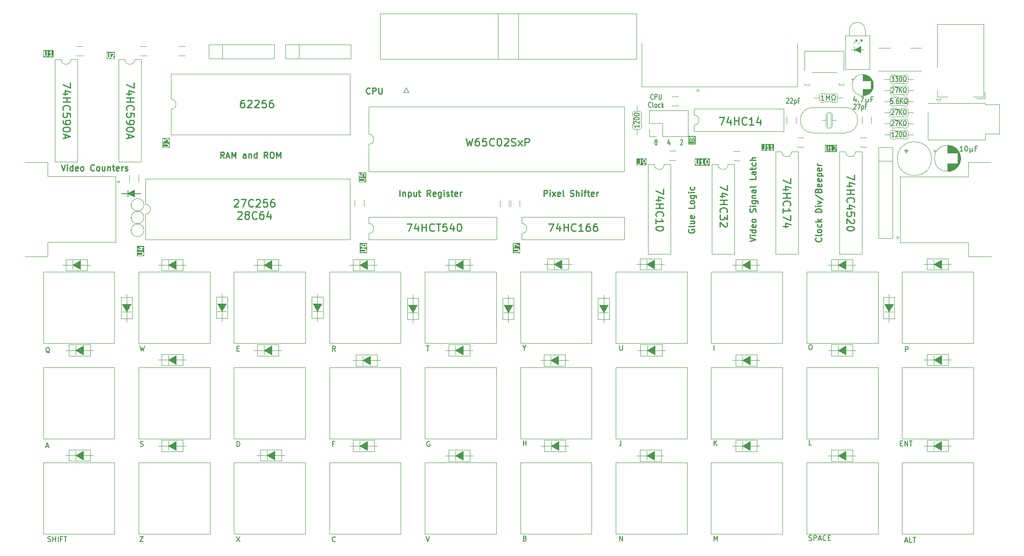
<source format=gbr>
%TF.GenerationSoftware,KiCad,Pcbnew,8.0.6*%
%TF.CreationDate,2025-01-18T12:54:08+00:00*%
%TF.ProjectId,a1,61312e6b-6963-4616-945f-706362585858,rev?*%
%TF.SameCoordinates,Original*%
%TF.FileFunction,Legend,Top*%
%TF.FilePolarity,Positive*%
%FSLAX46Y46*%
G04 Gerber Fmt 4.6, Leading zero omitted, Abs format (unit mm)*
G04 Created by KiCad (PCBNEW 8.0.6) date 2025-01-18 12:54:08*
%MOMM*%
%LPD*%
G01*
G04 APERTURE LIST*
%ADD10C,0.150000*%
%ADD11C,0.240000*%
%ADD12C,0.200000*%
%ADD13C,0.250000*%
%ADD14C,0.160000*%
%ADD15C,0.120000*%
%ADD16C,0.100000*%
G04 APERTURE END LIST*
D10*
X74295000Y-69115000D02*
X74295000Y-70385000D01*
X75565000Y-70385000D02*
X74295000Y-69750000D01*
X75565000Y-69115000D01*
X75565000Y-70385000D01*
G36*
X75565000Y-70385000D02*
G01*
X74295000Y-69750000D01*
X75565000Y-69115000D01*
X75565000Y-70385000D01*
G37*
X76835000Y-69750000D02*
X73025000Y-69750000D01*
D11*
X212238377Y-78601427D02*
X212295520Y-78658570D01*
X212295520Y-78658570D02*
X212352662Y-78829998D01*
X212352662Y-78829998D02*
X212352662Y-78944284D01*
X212352662Y-78944284D02*
X212295520Y-79115713D01*
X212295520Y-79115713D02*
X212181234Y-79229998D01*
X212181234Y-79229998D02*
X212066948Y-79287141D01*
X212066948Y-79287141D02*
X211838377Y-79344284D01*
X211838377Y-79344284D02*
X211666948Y-79344284D01*
X211666948Y-79344284D02*
X211438377Y-79287141D01*
X211438377Y-79287141D02*
X211324091Y-79229998D01*
X211324091Y-79229998D02*
X211209805Y-79115713D01*
X211209805Y-79115713D02*
X211152662Y-78944284D01*
X211152662Y-78944284D02*
X211152662Y-78829998D01*
X211152662Y-78829998D02*
X211209805Y-78658570D01*
X211209805Y-78658570D02*
X211266948Y-78601427D01*
X212352662Y-77915713D02*
X212295520Y-78029998D01*
X212295520Y-78029998D02*
X212181234Y-78087141D01*
X212181234Y-78087141D02*
X211152662Y-78087141D01*
X212352662Y-77287142D02*
X212295520Y-77401427D01*
X212295520Y-77401427D02*
X212238377Y-77458570D01*
X212238377Y-77458570D02*
X212124091Y-77515713D01*
X212124091Y-77515713D02*
X211781234Y-77515713D01*
X211781234Y-77515713D02*
X211666948Y-77458570D01*
X211666948Y-77458570D02*
X211609805Y-77401427D01*
X211609805Y-77401427D02*
X211552662Y-77287142D01*
X211552662Y-77287142D02*
X211552662Y-77115713D01*
X211552662Y-77115713D02*
X211609805Y-77001427D01*
X211609805Y-77001427D02*
X211666948Y-76944285D01*
X211666948Y-76944285D02*
X211781234Y-76887142D01*
X211781234Y-76887142D02*
X212124091Y-76887142D01*
X212124091Y-76887142D02*
X212238377Y-76944285D01*
X212238377Y-76944285D02*
X212295520Y-77001427D01*
X212295520Y-77001427D02*
X212352662Y-77115713D01*
X212352662Y-77115713D02*
X212352662Y-77287142D01*
X212295520Y-75858571D02*
X212352662Y-75972856D01*
X212352662Y-75972856D02*
X212352662Y-76201428D01*
X212352662Y-76201428D02*
X212295520Y-76315713D01*
X212295520Y-76315713D02*
X212238377Y-76372856D01*
X212238377Y-76372856D02*
X212124091Y-76429999D01*
X212124091Y-76429999D02*
X211781234Y-76429999D01*
X211781234Y-76429999D02*
X211666948Y-76372856D01*
X211666948Y-76372856D02*
X211609805Y-76315713D01*
X211609805Y-76315713D02*
X211552662Y-76201428D01*
X211552662Y-76201428D02*
X211552662Y-75972856D01*
X211552662Y-75972856D02*
X211609805Y-75858571D01*
X212352662Y-75344285D02*
X211152662Y-75344285D01*
X211895520Y-75230000D02*
X212352662Y-74887142D01*
X211552662Y-74887142D02*
X212009805Y-75344285D01*
X212352662Y-73458570D02*
X211152662Y-73458570D01*
X211152662Y-73458570D02*
X211152662Y-73172856D01*
X211152662Y-73172856D02*
X211209805Y-73001427D01*
X211209805Y-73001427D02*
X211324091Y-72887142D01*
X211324091Y-72887142D02*
X211438377Y-72829999D01*
X211438377Y-72829999D02*
X211666948Y-72772856D01*
X211666948Y-72772856D02*
X211838377Y-72772856D01*
X211838377Y-72772856D02*
X212066948Y-72829999D01*
X212066948Y-72829999D02*
X212181234Y-72887142D01*
X212181234Y-72887142D02*
X212295520Y-73001427D01*
X212295520Y-73001427D02*
X212352662Y-73172856D01*
X212352662Y-73172856D02*
X212352662Y-73458570D01*
X212352662Y-72258570D02*
X211552662Y-72258570D01*
X211152662Y-72258570D02*
X211209805Y-72315713D01*
X211209805Y-72315713D02*
X211266948Y-72258570D01*
X211266948Y-72258570D02*
X211209805Y-72201427D01*
X211209805Y-72201427D02*
X211152662Y-72258570D01*
X211152662Y-72258570D02*
X211266948Y-72258570D01*
X211552662Y-71801427D02*
X212352662Y-71515713D01*
X212352662Y-71515713D02*
X211552662Y-71229998D01*
X211095520Y-69915712D02*
X212638377Y-70944284D01*
X211724091Y-69115712D02*
X211781234Y-68944284D01*
X211781234Y-68944284D02*
X211838377Y-68887141D01*
X211838377Y-68887141D02*
X211952662Y-68829998D01*
X211952662Y-68829998D02*
X212124091Y-68829998D01*
X212124091Y-68829998D02*
X212238377Y-68887141D01*
X212238377Y-68887141D02*
X212295520Y-68944284D01*
X212295520Y-68944284D02*
X212352662Y-69058569D01*
X212352662Y-69058569D02*
X212352662Y-69515712D01*
X212352662Y-69515712D02*
X211152662Y-69515712D01*
X211152662Y-69515712D02*
X211152662Y-69115712D01*
X211152662Y-69115712D02*
X211209805Y-69001427D01*
X211209805Y-69001427D02*
X211266948Y-68944284D01*
X211266948Y-68944284D02*
X211381234Y-68887141D01*
X211381234Y-68887141D02*
X211495520Y-68887141D01*
X211495520Y-68887141D02*
X211609805Y-68944284D01*
X211609805Y-68944284D02*
X211666948Y-69001427D01*
X211666948Y-69001427D02*
X211724091Y-69115712D01*
X211724091Y-69115712D02*
X211724091Y-69515712D01*
X212295520Y-67858569D02*
X212352662Y-67972855D01*
X212352662Y-67972855D02*
X212352662Y-68201427D01*
X212352662Y-68201427D02*
X212295520Y-68315712D01*
X212295520Y-68315712D02*
X212181234Y-68372855D01*
X212181234Y-68372855D02*
X211724091Y-68372855D01*
X211724091Y-68372855D02*
X211609805Y-68315712D01*
X211609805Y-68315712D02*
X211552662Y-68201427D01*
X211552662Y-68201427D02*
X211552662Y-67972855D01*
X211552662Y-67972855D02*
X211609805Y-67858569D01*
X211609805Y-67858569D02*
X211724091Y-67801427D01*
X211724091Y-67801427D02*
X211838377Y-67801427D01*
X211838377Y-67801427D02*
X211952662Y-68372855D01*
X212295520Y-66829998D02*
X212352662Y-66944284D01*
X212352662Y-66944284D02*
X212352662Y-67172856D01*
X212352662Y-67172856D02*
X212295520Y-67287141D01*
X212295520Y-67287141D02*
X212181234Y-67344284D01*
X212181234Y-67344284D02*
X211724091Y-67344284D01*
X211724091Y-67344284D02*
X211609805Y-67287141D01*
X211609805Y-67287141D02*
X211552662Y-67172856D01*
X211552662Y-67172856D02*
X211552662Y-66944284D01*
X211552662Y-66944284D02*
X211609805Y-66829998D01*
X211609805Y-66829998D02*
X211724091Y-66772856D01*
X211724091Y-66772856D02*
X211838377Y-66772856D01*
X211838377Y-66772856D02*
X211952662Y-67344284D01*
X211552662Y-66258570D02*
X212752662Y-66258570D01*
X211609805Y-66258570D02*
X211552662Y-66144285D01*
X211552662Y-66144285D02*
X211552662Y-65915713D01*
X211552662Y-65915713D02*
X211609805Y-65801427D01*
X211609805Y-65801427D02*
X211666948Y-65744285D01*
X211666948Y-65744285D02*
X211781234Y-65687142D01*
X211781234Y-65687142D02*
X212124091Y-65687142D01*
X212124091Y-65687142D02*
X212238377Y-65744285D01*
X212238377Y-65744285D02*
X212295520Y-65801427D01*
X212295520Y-65801427D02*
X212352662Y-65915713D01*
X212352662Y-65915713D02*
X212352662Y-66144285D01*
X212352662Y-66144285D02*
X212295520Y-66258570D01*
X212295520Y-64715713D02*
X212352662Y-64829999D01*
X212352662Y-64829999D02*
X212352662Y-65058571D01*
X212352662Y-65058571D02*
X212295520Y-65172856D01*
X212295520Y-65172856D02*
X212181234Y-65229999D01*
X212181234Y-65229999D02*
X211724091Y-65229999D01*
X211724091Y-65229999D02*
X211609805Y-65172856D01*
X211609805Y-65172856D02*
X211552662Y-65058571D01*
X211552662Y-65058571D02*
X211552662Y-64829999D01*
X211552662Y-64829999D02*
X211609805Y-64715713D01*
X211609805Y-64715713D02*
X211724091Y-64658571D01*
X211724091Y-64658571D02*
X211838377Y-64658571D01*
X211838377Y-64658571D02*
X211952662Y-65229999D01*
X212352662Y-64144285D02*
X211552662Y-64144285D01*
X211781234Y-64144285D02*
X211666948Y-64087142D01*
X211666948Y-64087142D02*
X211609805Y-64030000D01*
X211609805Y-64030000D02*
X211552662Y-63915714D01*
X211552662Y-63915714D02*
X211552662Y-63801428D01*
D10*
X182137099Y-59353152D02*
X182137099Y-60019819D01*
X181946623Y-58972200D02*
X181756146Y-59686485D01*
X181756146Y-59686485D02*
X182251385Y-59686485D01*
D12*
X178853572Y-50862008D02*
X178815476Y-50909628D01*
X178815476Y-50909628D02*
X178701191Y-50957247D01*
X178701191Y-50957247D02*
X178625000Y-50957247D01*
X178625000Y-50957247D02*
X178510714Y-50909628D01*
X178510714Y-50909628D02*
X178434524Y-50814389D01*
X178434524Y-50814389D02*
X178396429Y-50719151D01*
X178396429Y-50719151D02*
X178358333Y-50528675D01*
X178358333Y-50528675D02*
X178358333Y-50385818D01*
X178358333Y-50385818D02*
X178396429Y-50195342D01*
X178396429Y-50195342D02*
X178434524Y-50100104D01*
X178434524Y-50100104D02*
X178510714Y-50004866D01*
X178510714Y-50004866D02*
X178625000Y-49957247D01*
X178625000Y-49957247D02*
X178701191Y-49957247D01*
X178701191Y-49957247D02*
X178815476Y-50004866D01*
X178815476Y-50004866D02*
X178853572Y-50052485D01*
X179196429Y-50957247D02*
X179196429Y-49957247D01*
X179196429Y-49957247D02*
X179501191Y-49957247D01*
X179501191Y-49957247D02*
X179577381Y-50004866D01*
X179577381Y-50004866D02*
X179615476Y-50052485D01*
X179615476Y-50052485D02*
X179653572Y-50147723D01*
X179653572Y-50147723D02*
X179653572Y-50290580D01*
X179653572Y-50290580D02*
X179615476Y-50385818D01*
X179615476Y-50385818D02*
X179577381Y-50433437D01*
X179577381Y-50433437D02*
X179501191Y-50481056D01*
X179501191Y-50481056D02*
X179196429Y-50481056D01*
X179996429Y-49957247D02*
X179996429Y-50766770D01*
X179996429Y-50766770D02*
X180034524Y-50862008D01*
X180034524Y-50862008D02*
X180072619Y-50909628D01*
X180072619Y-50909628D02*
X180148810Y-50957247D01*
X180148810Y-50957247D02*
X180301191Y-50957247D01*
X180301191Y-50957247D02*
X180377381Y-50909628D01*
X180377381Y-50909628D02*
X180415476Y-50862008D01*
X180415476Y-50862008D02*
X180453572Y-50766770D01*
X180453572Y-50766770D02*
X180453572Y-49957247D01*
X178434524Y-52471952D02*
X178396428Y-52519572D01*
X178396428Y-52519572D02*
X178282143Y-52567191D01*
X178282143Y-52567191D02*
X178205952Y-52567191D01*
X178205952Y-52567191D02*
X178091666Y-52519572D01*
X178091666Y-52519572D02*
X178015476Y-52424333D01*
X178015476Y-52424333D02*
X177977381Y-52329095D01*
X177977381Y-52329095D02*
X177939285Y-52138619D01*
X177939285Y-52138619D02*
X177939285Y-51995762D01*
X177939285Y-51995762D02*
X177977381Y-51805286D01*
X177977381Y-51805286D02*
X178015476Y-51710048D01*
X178015476Y-51710048D02*
X178091666Y-51614810D01*
X178091666Y-51614810D02*
X178205952Y-51567191D01*
X178205952Y-51567191D02*
X178282143Y-51567191D01*
X178282143Y-51567191D02*
X178396428Y-51614810D01*
X178396428Y-51614810D02*
X178434524Y-51662429D01*
X178891666Y-52567191D02*
X178815476Y-52519572D01*
X178815476Y-52519572D02*
X178777381Y-52424333D01*
X178777381Y-52424333D02*
X178777381Y-51567191D01*
X179310714Y-52567191D02*
X179234524Y-52519572D01*
X179234524Y-52519572D02*
X179196429Y-52471952D01*
X179196429Y-52471952D02*
X179158333Y-52376714D01*
X179158333Y-52376714D02*
X179158333Y-52091000D01*
X179158333Y-52091000D02*
X179196429Y-51995762D01*
X179196429Y-51995762D02*
X179234524Y-51948143D01*
X179234524Y-51948143D02*
X179310714Y-51900524D01*
X179310714Y-51900524D02*
X179425000Y-51900524D01*
X179425000Y-51900524D02*
X179501191Y-51948143D01*
X179501191Y-51948143D02*
X179539286Y-51995762D01*
X179539286Y-51995762D02*
X179577381Y-52091000D01*
X179577381Y-52091000D02*
X179577381Y-52376714D01*
X179577381Y-52376714D02*
X179539286Y-52471952D01*
X179539286Y-52471952D02*
X179501191Y-52519572D01*
X179501191Y-52519572D02*
X179425000Y-52567191D01*
X179425000Y-52567191D02*
X179310714Y-52567191D01*
X180263096Y-52519572D02*
X180186905Y-52567191D01*
X180186905Y-52567191D02*
X180034524Y-52567191D01*
X180034524Y-52567191D02*
X179958334Y-52519572D01*
X179958334Y-52519572D02*
X179920239Y-52471952D01*
X179920239Y-52471952D02*
X179882143Y-52376714D01*
X179882143Y-52376714D02*
X179882143Y-52091000D01*
X179882143Y-52091000D02*
X179920239Y-51995762D01*
X179920239Y-51995762D02*
X179958334Y-51948143D01*
X179958334Y-51948143D02*
X180034524Y-51900524D01*
X180034524Y-51900524D02*
X180186905Y-51900524D01*
X180186905Y-51900524D02*
X180263096Y-51948143D01*
X180605953Y-52567191D02*
X180605953Y-51567191D01*
X180682143Y-52186238D02*
X180910715Y-52567191D01*
X180910715Y-51900524D02*
X180605953Y-52281476D01*
D11*
X198097662Y-79294570D02*
X199297662Y-78894570D01*
X199297662Y-78894570D02*
X198097662Y-78494570D01*
X199297662Y-78094570D02*
X198497662Y-78094570D01*
X198097662Y-78094570D02*
X198154805Y-78151713D01*
X198154805Y-78151713D02*
X198211948Y-78094570D01*
X198211948Y-78094570D02*
X198154805Y-78037427D01*
X198154805Y-78037427D02*
X198097662Y-78094570D01*
X198097662Y-78094570D02*
X198211948Y-78094570D01*
X199297662Y-77008856D02*
X198097662Y-77008856D01*
X199240520Y-77008856D02*
X199297662Y-77123141D01*
X199297662Y-77123141D02*
X199297662Y-77351713D01*
X199297662Y-77351713D02*
X199240520Y-77465998D01*
X199240520Y-77465998D02*
X199183377Y-77523141D01*
X199183377Y-77523141D02*
X199069091Y-77580284D01*
X199069091Y-77580284D02*
X198726234Y-77580284D01*
X198726234Y-77580284D02*
X198611948Y-77523141D01*
X198611948Y-77523141D02*
X198554805Y-77465998D01*
X198554805Y-77465998D02*
X198497662Y-77351713D01*
X198497662Y-77351713D02*
X198497662Y-77123141D01*
X198497662Y-77123141D02*
X198554805Y-77008856D01*
X199240520Y-75980284D02*
X199297662Y-76094570D01*
X199297662Y-76094570D02*
X199297662Y-76323142D01*
X199297662Y-76323142D02*
X199240520Y-76437427D01*
X199240520Y-76437427D02*
X199126234Y-76494570D01*
X199126234Y-76494570D02*
X198669091Y-76494570D01*
X198669091Y-76494570D02*
X198554805Y-76437427D01*
X198554805Y-76437427D02*
X198497662Y-76323142D01*
X198497662Y-76323142D02*
X198497662Y-76094570D01*
X198497662Y-76094570D02*
X198554805Y-75980284D01*
X198554805Y-75980284D02*
X198669091Y-75923142D01*
X198669091Y-75923142D02*
X198783377Y-75923142D01*
X198783377Y-75923142D02*
X198897662Y-76494570D01*
X199297662Y-75237428D02*
X199240520Y-75351713D01*
X199240520Y-75351713D02*
X199183377Y-75408856D01*
X199183377Y-75408856D02*
X199069091Y-75465999D01*
X199069091Y-75465999D02*
X198726234Y-75465999D01*
X198726234Y-75465999D02*
X198611948Y-75408856D01*
X198611948Y-75408856D02*
X198554805Y-75351713D01*
X198554805Y-75351713D02*
X198497662Y-75237428D01*
X198497662Y-75237428D02*
X198497662Y-75065999D01*
X198497662Y-75065999D02*
X198554805Y-74951713D01*
X198554805Y-74951713D02*
X198611948Y-74894571D01*
X198611948Y-74894571D02*
X198726234Y-74837428D01*
X198726234Y-74837428D02*
X199069091Y-74837428D01*
X199069091Y-74837428D02*
X199183377Y-74894571D01*
X199183377Y-74894571D02*
X199240520Y-74951713D01*
X199240520Y-74951713D02*
X199297662Y-75065999D01*
X199297662Y-75065999D02*
X199297662Y-75237428D01*
X199240520Y-73465999D02*
X199297662Y-73294571D01*
X199297662Y-73294571D02*
X199297662Y-73008856D01*
X199297662Y-73008856D02*
X199240520Y-72894571D01*
X199240520Y-72894571D02*
X199183377Y-72837428D01*
X199183377Y-72837428D02*
X199069091Y-72780285D01*
X199069091Y-72780285D02*
X198954805Y-72780285D01*
X198954805Y-72780285D02*
X198840520Y-72837428D01*
X198840520Y-72837428D02*
X198783377Y-72894571D01*
X198783377Y-72894571D02*
X198726234Y-73008856D01*
X198726234Y-73008856D02*
X198669091Y-73237428D01*
X198669091Y-73237428D02*
X198611948Y-73351713D01*
X198611948Y-73351713D02*
X198554805Y-73408856D01*
X198554805Y-73408856D02*
X198440520Y-73465999D01*
X198440520Y-73465999D02*
X198326234Y-73465999D01*
X198326234Y-73465999D02*
X198211948Y-73408856D01*
X198211948Y-73408856D02*
X198154805Y-73351713D01*
X198154805Y-73351713D02*
X198097662Y-73237428D01*
X198097662Y-73237428D02*
X198097662Y-72951713D01*
X198097662Y-72951713D02*
X198154805Y-72780285D01*
X199297662Y-72265999D02*
X198497662Y-72265999D01*
X198097662Y-72265999D02*
X198154805Y-72323142D01*
X198154805Y-72323142D02*
X198211948Y-72265999D01*
X198211948Y-72265999D02*
X198154805Y-72208856D01*
X198154805Y-72208856D02*
X198097662Y-72265999D01*
X198097662Y-72265999D02*
X198211948Y-72265999D01*
X198497662Y-71180285D02*
X199469091Y-71180285D01*
X199469091Y-71180285D02*
X199583377Y-71237427D01*
X199583377Y-71237427D02*
X199640520Y-71294570D01*
X199640520Y-71294570D02*
X199697662Y-71408856D01*
X199697662Y-71408856D02*
X199697662Y-71580285D01*
X199697662Y-71580285D02*
X199640520Y-71694570D01*
X199240520Y-71180285D02*
X199297662Y-71294570D01*
X199297662Y-71294570D02*
X199297662Y-71523142D01*
X199297662Y-71523142D02*
X199240520Y-71637427D01*
X199240520Y-71637427D02*
X199183377Y-71694570D01*
X199183377Y-71694570D02*
X199069091Y-71751713D01*
X199069091Y-71751713D02*
X198726234Y-71751713D01*
X198726234Y-71751713D02*
X198611948Y-71694570D01*
X198611948Y-71694570D02*
X198554805Y-71637427D01*
X198554805Y-71637427D02*
X198497662Y-71523142D01*
X198497662Y-71523142D02*
X198497662Y-71294570D01*
X198497662Y-71294570D02*
X198554805Y-71180285D01*
X198497662Y-70608856D02*
X199297662Y-70608856D01*
X198611948Y-70608856D02*
X198554805Y-70551713D01*
X198554805Y-70551713D02*
X198497662Y-70437428D01*
X198497662Y-70437428D02*
X198497662Y-70265999D01*
X198497662Y-70265999D02*
X198554805Y-70151713D01*
X198554805Y-70151713D02*
X198669091Y-70094571D01*
X198669091Y-70094571D02*
X199297662Y-70094571D01*
X199297662Y-69008857D02*
X198669091Y-69008857D01*
X198669091Y-69008857D02*
X198554805Y-69065999D01*
X198554805Y-69065999D02*
X198497662Y-69180285D01*
X198497662Y-69180285D02*
X198497662Y-69408857D01*
X198497662Y-69408857D02*
X198554805Y-69523142D01*
X199240520Y-69008857D02*
X199297662Y-69123142D01*
X199297662Y-69123142D02*
X199297662Y-69408857D01*
X199297662Y-69408857D02*
X199240520Y-69523142D01*
X199240520Y-69523142D02*
X199126234Y-69580285D01*
X199126234Y-69580285D02*
X199011948Y-69580285D01*
X199011948Y-69580285D02*
X198897662Y-69523142D01*
X198897662Y-69523142D02*
X198840520Y-69408857D01*
X198840520Y-69408857D02*
X198840520Y-69123142D01*
X198840520Y-69123142D02*
X198783377Y-69008857D01*
X199297662Y-68266000D02*
X199240520Y-68380285D01*
X199240520Y-68380285D02*
X199126234Y-68437428D01*
X199126234Y-68437428D02*
X198097662Y-68437428D01*
X199297662Y-66323143D02*
X199297662Y-66894571D01*
X199297662Y-66894571D02*
X198097662Y-66894571D01*
X199297662Y-65408857D02*
X198669091Y-65408857D01*
X198669091Y-65408857D02*
X198554805Y-65465999D01*
X198554805Y-65465999D02*
X198497662Y-65580285D01*
X198497662Y-65580285D02*
X198497662Y-65808857D01*
X198497662Y-65808857D02*
X198554805Y-65923142D01*
X199240520Y-65408857D02*
X199297662Y-65523142D01*
X199297662Y-65523142D02*
X199297662Y-65808857D01*
X199297662Y-65808857D02*
X199240520Y-65923142D01*
X199240520Y-65923142D02*
X199126234Y-65980285D01*
X199126234Y-65980285D02*
X199011948Y-65980285D01*
X199011948Y-65980285D02*
X198897662Y-65923142D01*
X198897662Y-65923142D02*
X198840520Y-65808857D01*
X198840520Y-65808857D02*
X198840520Y-65523142D01*
X198840520Y-65523142D02*
X198783377Y-65408857D01*
X198497662Y-65008857D02*
X198497662Y-64551714D01*
X198097662Y-64837428D02*
X199126234Y-64837428D01*
X199126234Y-64837428D02*
X199240520Y-64780285D01*
X199240520Y-64780285D02*
X199297662Y-64666000D01*
X199297662Y-64666000D02*
X199297662Y-64551714D01*
X199240520Y-63637429D02*
X199297662Y-63751714D01*
X199297662Y-63751714D02*
X199297662Y-63980286D01*
X199297662Y-63980286D02*
X199240520Y-64094571D01*
X199240520Y-64094571D02*
X199183377Y-64151714D01*
X199183377Y-64151714D02*
X199069091Y-64208857D01*
X199069091Y-64208857D02*
X198726234Y-64208857D01*
X198726234Y-64208857D02*
X198611948Y-64151714D01*
X198611948Y-64151714D02*
X198554805Y-64094571D01*
X198554805Y-64094571D02*
X198497662Y-63980286D01*
X198497662Y-63980286D02*
X198497662Y-63751714D01*
X198497662Y-63751714D02*
X198554805Y-63637429D01*
X199297662Y-63123143D02*
X198097662Y-63123143D01*
X199297662Y-62608858D02*
X198669091Y-62608858D01*
X198669091Y-62608858D02*
X198554805Y-62666000D01*
X198554805Y-62666000D02*
X198497662Y-62780286D01*
X198497662Y-62780286D02*
X198497662Y-62951715D01*
X198497662Y-62951715D02*
X198554805Y-63066000D01*
X198554805Y-63066000D02*
X198611948Y-63123143D01*
D10*
X184276428Y-59115057D02*
X184314524Y-59067438D01*
X184314524Y-59067438D02*
X184390714Y-59019819D01*
X184390714Y-59019819D02*
X184581190Y-59019819D01*
X184581190Y-59019819D02*
X184657381Y-59067438D01*
X184657381Y-59067438D02*
X184695476Y-59115057D01*
X184695476Y-59115057D02*
X184733571Y-59210295D01*
X184733571Y-59210295D02*
X184733571Y-59305533D01*
X184733571Y-59305533D02*
X184695476Y-59448390D01*
X184695476Y-59448390D02*
X184238333Y-60019819D01*
X184238333Y-60019819D02*
X184733571Y-60019819D01*
D11*
X122466857Y-49766377D02*
X122409714Y-49823520D01*
X122409714Y-49823520D02*
X122238286Y-49880662D01*
X122238286Y-49880662D02*
X122124000Y-49880662D01*
X122124000Y-49880662D02*
X121952571Y-49823520D01*
X121952571Y-49823520D02*
X121838286Y-49709234D01*
X121838286Y-49709234D02*
X121781143Y-49594948D01*
X121781143Y-49594948D02*
X121724000Y-49366377D01*
X121724000Y-49366377D02*
X121724000Y-49194948D01*
X121724000Y-49194948D02*
X121781143Y-48966377D01*
X121781143Y-48966377D02*
X121838286Y-48852091D01*
X121838286Y-48852091D02*
X121952571Y-48737805D01*
X121952571Y-48737805D02*
X122124000Y-48680662D01*
X122124000Y-48680662D02*
X122238286Y-48680662D01*
X122238286Y-48680662D02*
X122409714Y-48737805D01*
X122409714Y-48737805D02*
X122466857Y-48794948D01*
X122981143Y-49880662D02*
X122981143Y-48680662D01*
X122981143Y-48680662D02*
X123438286Y-48680662D01*
X123438286Y-48680662D02*
X123552571Y-48737805D01*
X123552571Y-48737805D02*
X123609714Y-48794948D01*
X123609714Y-48794948D02*
X123666857Y-48909234D01*
X123666857Y-48909234D02*
X123666857Y-49080662D01*
X123666857Y-49080662D02*
X123609714Y-49194948D01*
X123609714Y-49194948D02*
X123552571Y-49252091D01*
X123552571Y-49252091D02*
X123438286Y-49309234D01*
X123438286Y-49309234D02*
X122981143Y-49309234D01*
X124181143Y-48680662D02*
X124181143Y-49652091D01*
X124181143Y-49652091D02*
X124238286Y-49766377D01*
X124238286Y-49766377D02*
X124295429Y-49823520D01*
X124295429Y-49823520D02*
X124409714Y-49880662D01*
X124409714Y-49880662D02*
X124638286Y-49880662D01*
X124638286Y-49880662D02*
X124752571Y-49823520D01*
X124752571Y-49823520D02*
X124809714Y-49766377D01*
X124809714Y-49766377D02*
X124866857Y-49652091D01*
X124866857Y-49652091D02*
X124866857Y-48680662D01*
D13*
X95412287Y-71054327D02*
X95483715Y-70982899D01*
X95483715Y-70982899D02*
X95626573Y-70911470D01*
X95626573Y-70911470D02*
X95983715Y-70911470D01*
X95983715Y-70911470D02*
X96126573Y-70982899D01*
X96126573Y-70982899D02*
X96198001Y-71054327D01*
X96198001Y-71054327D02*
X96269430Y-71197184D01*
X96269430Y-71197184D02*
X96269430Y-71340042D01*
X96269430Y-71340042D02*
X96198001Y-71554327D01*
X96198001Y-71554327D02*
X95340858Y-72411470D01*
X95340858Y-72411470D02*
X96269430Y-72411470D01*
X96769429Y-70911470D02*
X97769429Y-70911470D01*
X97769429Y-70911470D02*
X97126572Y-72411470D01*
X99198000Y-72268613D02*
X99126572Y-72340042D01*
X99126572Y-72340042D02*
X98912286Y-72411470D01*
X98912286Y-72411470D02*
X98769429Y-72411470D01*
X98769429Y-72411470D02*
X98555143Y-72340042D01*
X98555143Y-72340042D02*
X98412286Y-72197184D01*
X98412286Y-72197184D02*
X98340857Y-72054327D01*
X98340857Y-72054327D02*
X98269429Y-71768613D01*
X98269429Y-71768613D02*
X98269429Y-71554327D01*
X98269429Y-71554327D02*
X98340857Y-71268613D01*
X98340857Y-71268613D02*
X98412286Y-71125756D01*
X98412286Y-71125756D02*
X98555143Y-70982899D01*
X98555143Y-70982899D02*
X98769429Y-70911470D01*
X98769429Y-70911470D02*
X98912286Y-70911470D01*
X98912286Y-70911470D02*
X99126572Y-70982899D01*
X99126572Y-70982899D02*
X99198000Y-71054327D01*
X99769429Y-71054327D02*
X99840857Y-70982899D01*
X99840857Y-70982899D02*
X99983715Y-70911470D01*
X99983715Y-70911470D02*
X100340857Y-70911470D01*
X100340857Y-70911470D02*
X100483715Y-70982899D01*
X100483715Y-70982899D02*
X100555143Y-71054327D01*
X100555143Y-71054327D02*
X100626572Y-71197184D01*
X100626572Y-71197184D02*
X100626572Y-71340042D01*
X100626572Y-71340042D02*
X100555143Y-71554327D01*
X100555143Y-71554327D02*
X99698000Y-72411470D01*
X99698000Y-72411470D02*
X100626572Y-72411470D01*
X101983714Y-70911470D02*
X101269428Y-70911470D01*
X101269428Y-70911470D02*
X101198000Y-71625756D01*
X101198000Y-71625756D02*
X101269428Y-71554327D01*
X101269428Y-71554327D02*
X101412286Y-71482899D01*
X101412286Y-71482899D02*
X101769428Y-71482899D01*
X101769428Y-71482899D02*
X101912286Y-71554327D01*
X101912286Y-71554327D02*
X101983714Y-71625756D01*
X101983714Y-71625756D02*
X102055143Y-71768613D01*
X102055143Y-71768613D02*
X102055143Y-72125756D01*
X102055143Y-72125756D02*
X101983714Y-72268613D01*
X101983714Y-72268613D02*
X101912286Y-72340042D01*
X101912286Y-72340042D02*
X101769428Y-72411470D01*
X101769428Y-72411470D02*
X101412286Y-72411470D01*
X101412286Y-72411470D02*
X101269428Y-72340042D01*
X101269428Y-72340042D02*
X101198000Y-72268613D01*
X103340857Y-70911470D02*
X103055142Y-70911470D01*
X103055142Y-70911470D02*
X102912285Y-70982899D01*
X102912285Y-70982899D02*
X102840857Y-71054327D01*
X102840857Y-71054327D02*
X102697999Y-71268613D01*
X102697999Y-71268613D02*
X102626571Y-71554327D01*
X102626571Y-71554327D02*
X102626571Y-72125756D01*
X102626571Y-72125756D02*
X102697999Y-72268613D01*
X102697999Y-72268613D02*
X102769428Y-72340042D01*
X102769428Y-72340042D02*
X102912285Y-72411470D01*
X102912285Y-72411470D02*
X103197999Y-72411470D01*
X103197999Y-72411470D02*
X103340857Y-72340042D01*
X103340857Y-72340042D02*
X103412285Y-72268613D01*
X103412285Y-72268613D02*
X103483714Y-72125756D01*
X103483714Y-72125756D02*
X103483714Y-71768613D01*
X103483714Y-71768613D02*
X103412285Y-71625756D01*
X103412285Y-71625756D02*
X103340857Y-71554327D01*
X103340857Y-71554327D02*
X103197999Y-71482899D01*
X103197999Y-71482899D02*
X102912285Y-71482899D01*
X102912285Y-71482899D02*
X102769428Y-71554327D01*
X102769428Y-71554327D02*
X102697999Y-71625756D01*
X102697999Y-71625756D02*
X102626571Y-71768613D01*
X96126572Y-73469243D02*
X96198000Y-73397815D01*
X96198000Y-73397815D02*
X96340858Y-73326386D01*
X96340858Y-73326386D02*
X96698000Y-73326386D01*
X96698000Y-73326386D02*
X96840858Y-73397815D01*
X96840858Y-73397815D02*
X96912286Y-73469243D01*
X96912286Y-73469243D02*
X96983715Y-73612100D01*
X96983715Y-73612100D02*
X96983715Y-73754958D01*
X96983715Y-73754958D02*
X96912286Y-73969243D01*
X96912286Y-73969243D02*
X96055143Y-74826386D01*
X96055143Y-74826386D02*
X96983715Y-74826386D01*
X97840857Y-73969243D02*
X97698000Y-73897815D01*
X97698000Y-73897815D02*
X97626571Y-73826386D01*
X97626571Y-73826386D02*
X97555143Y-73683529D01*
X97555143Y-73683529D02*
X97555143Y-73612100D01*
X97555143Y-73612100D02*
X97626571Y-73469243D01*
X97626571Y-73469243D02*
X97698000Y-73397815D01*
X97698000Y-73397815D02*
X97840857Y-73326386D01*
X97840857Y-73326386D02*
X98126571Y-73326386D01*
X98126571Y-73326386D02*
X98269429Y-73397815D01*
X98269429Y-73397815D02*
X98340857Y-73469243D01*
X98340857Y-73469243D02*
X98412286Y-73612100D01*
X98412286Y-73612100D02*
X98412286Y-73683529D01*
X98412286Y-73683529D02*
X98340857Y-73826386D01*
X98340857Y-73826386D02*
X98269429Y-73897815D01*
X98269429Y-73897815D02*
X98126571Y-73969243D01*
X98126571Y-73969243D02*
X97840857Y-73969243D01*
X97840857Y-73969243D02*
X97698000Y-74040672D01*
X97698000Y-74040672D02*
X97626571Y-74112100D01*
X97626571Y-74112100D02*
X97555143Y-74254958D01*
X97555143Y-74254958D02*
X97555143Y-74540672D01*
X97555143Y-74540672D02*
X97626571Y-74683529D01*
X97626571Y-74683529D02*
X97698000Y-74754958D01*
X97698000Y-74754958D02*
X97840857Y-74826386D01*
X97840857Y-74826386D02*
X98126571Y-74826386D01*
X98126571Y-74826386D02*
X98269429Y-74754958D01*
X98269429Y-74754958D02*
X98340857Y-74683529D01*
X98340857Y-74683529D02*
X98412286Y-74540672D01*
X98412286Y-74540672D02*
X98412286Y-74254958D01*
X98412286Y-74254958D02*
X98340857Y-74112100D01*
X98340857Y-74112100D02*
X98269429Y-74040672D01*
X98269429Y-74040672D02*
X98126571Y-73969243D01*
X99912285Y-74683529D02*
X99840857Y-74754958D01*
X99840857Y-74754958D02*
X99626571Y-74826386D01*
X99626571Y-74826386D02*
X99483714Y-74826386D01*
X99483714Y-74826386D02*
X99269428Y-74754958D01*
X99269428Y-74754958D02*
X99126571Y-74612100D01*
X99126571Y-74612100D02*
X99055142Y-74469243D01*
X99055142Y-74469243D02*
X98983714Y-74183529D01*
X98983714Y-74183529D02*
X98983714Y-73969243D01*
X98983714Y-73969243D02*
X99055142Y-73683529D01*
X99055142Y-73683529D02*
X99126571Y-73540672D01*
X99126571Y-73540672D02*
X99269428Y-73397815D01*
X99269428Y-73397815D02*
X99483714Y-73326386D01*
X99483714Y-73326386D02*
X99626571Y-73326386D01*
X99626571Y-73326386D02*
X99840857Y-73397815D01*
X99840857Y-73397815D02*
X99912285Y-73469243D01*
X101198000Y-73326386D02*
X100912285Y-73326386D01*
X100912285Y-73326386D02*
X100769428Y-73397815D01*
X100769428Y-73397815D02*
X100698000Y-73469243D01*
X100698000Y-73469243D02*
X100555142Y-73683529D01*
X100555142Y-73683529D02*
X100483714Y-73969243D01*
X100483714Y-73969243D02*
X100483714Y-74540672D01*
X100483714Y-74540672D02*
X100555142Y-74683529D01*
X100555142Y-74683529D02*
X100626571Y-74754958D01*
X100626571Y-74754958D02*
X100769428Y-74826386D01*
X100769428Y-74826386D02*
X101055142Y-74826386D01*
X101055142Y-74826386D02*
X101198000Y-74754958D01*
X101198000Y-74754958D02*
X101269428Y-74683529D01*
X101269428Y-74683529D02*
X101340857Y-74540672D01*
X101340857Y-74540672D02*
X101340857Y-74183529D01*
X101340857Y-74183529D02*
X101269428Y-74040672D01*
X101269428Y-74040672D02*
X101198000Y-73969243D01*
X101198000Y-73969243D02*
X101055142Y-73897815D01*
X101055142Y-73897815D02*
X100769428Y-73897815D01*
X100769428Y-73897815D02*
X100626571Y-73969243D01*
X100626571Y-73969243D02*
X100555142Y-74040672D01*
X100555142Y-74040672D02*
X100483714Y-74183529D01*
X102626571Y-73826386D02*
X102626571Y-74826386D01*
X102269428Y-73254958D02*
X101912285Y-74326386D01*
X101912285Y-74326386D02*
X102840856Y-74326386D01*
D11*
X93400285Y-62647662D02*
X93000285Y-62076234D01*
X92714571Y-62647662D02*
X92714571Y-61447662D01*
X92714571Y-61447662D02*
X93171714Y-61447662D01*
X93171714Y-61447662D02*
X93285999Y-61504805D01*
X93285999Y-61504805D02*
X93343142Y-61561948D01*
X93343142Y-61561948D02*
X93400285Y-61676234D01*
X93400285Y-61676234D02*
X93400285Y-61847662D01*
X93400285Y-61847662D02*
X93343142Y-61961948D01*
X93343142Y-61961948D02*
X93285999Y-62019091D01*
X93285999Y-62019091D02*
X93171714Y-62076234D01*
X93171714Y-62076234D02*
X92714571Y-62076234D01*
X93857428Y-62304805D02*
X94428857Y-62304805D01*
X93743142Y-62647662D02*
X94143142Y-61447662D01*
X94143142Y-61447662D02*
X94543142Y-62647662D01*
X94943142Y-62647662D02*
X94943142Y-61447662D01*
X94943142Y-61447662D02*
X95343142Y-62304805D01*
X95343142Y-62304805D02*
X95743142Y-61447662D01*
X95743142Y-61447662D02*
X95743142Y-62647662D01*
X97743143Y-62647662D02*
X97743143Y-62019091D01*
X97743143Y-62019091D02*
X97686000Y-61904805D01*
X97686000Y-61904805D02*
X97571714Y-61847662D01*
X97571714Y-61847662D02*
X97343143Y-61847662D01*
X97343143Y-61847662D02*
X97228857Y-61904805D01*
X97743143Y-62590520D02*
X97628857Y-62647662D01*
X97628857Y-62647662D02*
X97343143Y-62647662D01*
X97343143Y-62647662D02*
X97228857Y-62590520D01*
X97228857Y-62590520D02*
X97171714Y-62476234D01*
X97171714Y-62476234D02*
X97171714Y-62361948D01*
X97171714Y-62361948D02*
X97228857Y-62247662D01*
X97228857Y-62247662D02*
X97343143Y-62190520D01*
X97343143Y-62190520D02*
X97628857Y-62190520D01*
X97628857Y-62190520D02*
X97743143Y-62133377D01*
X98314571Y-61847662D02*
X98314571Y-62647662D01*
X98314571Y-61961948D02*
X98371714Y-61904805D01*
X98371714Y-61904805D02*
X98485999Y-61847662D01*
X98485999Y-61847662D02*
X98657428Y-61847662D01*
X98657428Y-61847662D02*
X98771714Y-61904805D01*
X98771714Y-61904805D02*
X98828857Y-62019091D01*
X98828857Y-62019091D02*
X98828857Y-62647662D01*
X99914571Y-62647662D02*
X99914571Y-61447662D01*
X99914571Y-62590520D02*
X99800285Y-62647662D01*
X99800285Y-62647662D02*
X99571713Y-62647662D01*
X99571713Y-62647662D02*
X99457428Y-62590520D01*
X99457428Y-62590520D02*
X99400285Y-62533377D01*
X99400285Y-62533377D02*
X99343142Y-62419091D01*
X99343142Y-62419091D02*
X99343142Y-62076234D01*
X99343142Y-62076234D02*
X99400285Y-61961948D01*
X99400285Y-61961948D02*
X99457428Y-61904805D01*
X99457428Y-61904805D02*
X99571713Y-61847662D01*
X99571713Y-61847662D02*
X99800285Y-61847662D01*
X99800285Y-61847662D02*
X99914571Y-61904805D01*
X102085999Y-62647662D02*
X101685999Y-62076234D01*
X101400285Y-62647662D02*
X101400285Y-61447662D01*
X101400285Y-61447662D02*
X101857428Y-61447662D01*
X101857428Y-61447662D02*
X101971713Y-61504805D01*
X101971713Y-61504805D02*
X102028856Y-61561948D01*
X102028856Y-61561948D02*
X102085999Y-61676234D01*
X102085999Y-61676234D02*
X102085999Y-61847662D01*
X102085999Y-61847662D02*
X102028856Y-61961948D01*
X102028856Y-61961948D02*
X101971713Y-62019091D01*
X101971713Y-62019091D02*
X101857428Y-62076234D01*
X101857428Y-62076234D02*
X101400285Y-62076234D01*
X102828856Y-61447662D02*
X103057428Y-61447662D01*
X103057428Y-61447662D02*
X103171713Y-61504805D01*
X103171713Y-61504805D02*
X103285999Y-61619091D01*
X103285999Y-61619091D02*
X103343142Y-61847662D01*
X103343142Y-61847662D02*
X103343142Y-62247662D01*
X103343142Y-62247662D02*
X103285999Y-62476234D01*
X103285999Y-62476234D02*
X103171713Y-62590520D01*
X103171713Y-62590520D02*
X103057428Y-62647662D01*
X103057428Y-62647662D02*
X102828856Y-62647662D01*
X102828856Y-62647662D02*
X102714571Y-62590520D01*
X102714571Y-62590520D02*
X102600285Y-62476234D01*
X102600285Y-62476234D02*
X102543142Y-62247662D01*
X102543142Y-62247662D02*
X102543142Y-61847662D01*
X102543142Y-61847662D02*
X102600285Y-61619091D01*
X102600285Y-61619091D02*
X102714571Y-61504805D01*
X102714571Y-61504805D02*
X102828856Y-61447662D01*
X103857428Y-62647662D02*
X103857428Y-61447662D01*
X103857428Y-61447662D02*
X104257428Y-62304805D01*
X104257428Y-62304805D02*
X104657428Y-61447662D01*
X104657428Y-61447662D02*
X104657428Y-62647662D01*
X185895805Y-76910713D02*
X185838662Y-77024999D01*
X185838662Y-77024999D02*
X185838662Y-77196427D01*
X185838662Y-77196427D02*
X185895805Y-77367856D01*
X185895805Y-77367856D02*
X186010091Y-77482141D01*
X186010091Y-77482141D02*
X186124377Y-77539284D01*
X186124377Y-77539284D02*
X186352948Y-77596427D01*
X186352948Y-77596427D02*
X186524377Y-77596427D01*
X186524377Y-77596427D02*
X186752948Y-77539284D01*
X186752948Y-77539284D02*
X186867234Y-77482141D01*
X186867234Y-77482141D02*
X186981520Y-77367856D01*
X186981520Y-77367856D02*
X187038662Y-77196427D01*
X187038662Y-77196427D02*
X187038662Y-77082141D01*
X187038662Y-77082141D02*
X186981520Y-76910713D01*
X186981520Y-76910713D02*
X186924377Y-76853570D01*
X186924377Y-76853570D02*
X186524377Y-76853570D01*
X186524377Y-76853570D02*
X186524377Y-77082141D01*
X187038662Y-76167856D02*
X186981520Y-76282141D01*
X186981520Y-76282141D02*
X186867234Y-76339284D01*
X186867234Y-76339284D02*
X185838662Y-76339284D01*
X186238662Y-75196428D02*
X187038662Y-75196428D01*
X186238662Y-75710713D02*
X186867234Y-75710713D01*
X186867234Y-75710713D02*
X186981520Y-75653570D01*
X186981520Y-75653570D02*
X187038662Y-75539285D01*
X187038662Y-75539285D02*
X187038662Y-75367856D01*
X187038662Y-75367856D02*
X186981520Y-75253570D01*
X186981520Y-75253570D02*
X186924377Y-75196428D01*
X186981520Y-74167856D02*
X187038662Y-74282142D01*
X187038662Y-74282142D02*
X187038662Y-74510714D01*
X187038662Y-74510714D02*
X186981520Y-74624999D01*
X186981520Y-74624999D02*
X186867234Y-74682142D01*
X186867234Y-74682142D02*
X186410091Y-74682142D01*
X186410091Y-74682142D02*
X186295805Y-74624999D01*
X186295805Y-74624999D02*
X186238662Y-74510714D01*
X186238662Y-74510714D02*
X186238662Y-74282142D01*
X186238662Y-74282142D02*
X186295805Y-74167856D01*
X186295805Y-74167856D02*
X186410091Y-74110714D01*
X186410091Y-74110714D02*
X186524377Y-74110714D01*
X186524377Y-74110714D02*
X186638662Y-74682142D01*
X187038662Y-72110714D02*
X187038662Y-72682142D01*
X187038662Y-72682142D02*
X185838662Y-72682142D01*
X187038662Y-71539285D02*
X186981520Y-71653570D01*
X186981520Y-71653570D02*
X186924377Y-71710713D01*
X186924377Y-71710713D02*
X186810091Y-71767856D01*
X186810091Y-71767856D02*
X186467234Y-71767856D01*
X186467234Y-71767856D02*
X186352948Y-71710713D01*
X186352948Y-71710713D02*
X186295805Y-71653570D01*
X186295805Y-71653570D02*
X186238662Y-71539285D01*
X186238662Y-71539285D02*
X186238662Y-71367856D01*
X186238662Y-71367856D02*
X186295805Y-71253570D01*
X186295805Y-71253570D02*
X186352948Y-71196428D01*
X186352948Y-71196428D02*
X186467234Y-71139285D01*
X186467234Y-71139285D02*
X186810091Y-71139285D01*
X186810091Y-71139285D02*
X186924377Y-71196428D01*
X186924377Y-71196428D02*
X186981520Y-71253570D01*
X186981520Y-71253570D02*
X187038662Y-71367856D01*
X187038662Y-71367856D02*
X187038662Y-71539285D01*
X186238662Y-70110714D02*
X187210091Y-70110714D01*
X187210091Y-70110714D02*
X187324377Y-70167856D01*
X187324377Y-70167856D02*
X187381520Y-70224999D01*
X187381520Y-70224999D02*
X187438662Y-70339285D01*
X187438662Y-70339285D02*
X187438662Y-70510714D01*
X187438662Y-70510714D02*
X187381520Y-70624999D01*
X186981520Y-70110714D02*
X187038662Y-70224999D01*
X187038662Y-70224999D02*
X187038662Y-70453571D01*
X187038662Y-70453571D02*
X186981520Y-70567856D01*
X186981520Y-70567856D02*
X186924377Y-70624999D01*
X186924377Y-70624999D02*
X186810091Y-70682142D01*
X186810091Y-70682142D02*
X186467234Y-70682142D01*
X186467234Y-70682142D02*
X186352948Y-70624999D01*
X186352948Y-70624999D02*
X186295805Y-70567856D01*
X186295805Y-70567856D02*
X186238662Y-70453571D01*
X186238662Y-70453571D02*
X186238662Y-70224999D01*
X186238662Y-70224999D02*
X186295805Y-70110714D01*
X187038662Y-69539285D02*
X186238662Y-69539285D01*
X185838662Y-69539285D02*
X185895805Y-69596428D01*
X185895805Y-69596428D02*
X185952948Y-69539285D01*
X185952948Y-69539285D02*
X185895805Y-69482142D01*
X185895805Y-69482142D02*
X185838662Y-69539285D01*
X185838662Y-69539285D02*
X185952948Y-69539285D01*
X186981520Y-68453571D02*
X187038662Y-68567856D01*
X187038662Y-68567856D02*
X187038662Y-68796428D01*
X187038662Y-68796428D02*
X186981520Y-68910713D01*
X186981520Y-68910713D02*
X186924377Y-68967856D01*
X186924377Y-68967856D02*
X186810091Y-69024999D01*
X186810091Y-69024999D02*
X186467234Y-69024999D01*
X186467234Y-69024999D02*
X186352948Y-68967856D01*
X186352948Y-68967856D02*
X186295805Y-68910713D01*
X186295805Y-68910713D02*
X186238662Y-68796428D01*
X186238662Y-68796428D02*
X186238662Y-68567856D01*
X186238662Y-68567856D02*
X186295805Y-68453571D01*
X60979286Y-63987662D02*
X61379286Y-65187662D01*
X61379286Y-65187662D02*
X61779286Y-63987662D01*
X62179286Y-65187662D02*
X62179286Y-64387662D01*
X62179286Y-63987662D02*
X62122143Y-64044805D01*
X62122143Y-64044805D02*
X62179286Y-64101948D01*
X62179286Y-64101948D02*
X62236429Y-64044805D01*
X62236429Y-64044805D02*
X62179286Y-63987662D01*
X62179286Y-63987662D02*
X62179286Y-64101948D01*
X63265001Y-65187662D02*
X63265001Y-63987662D01*
X63265001Y-65130520D02*
X63150715Y-65187662D01*
X63150715Y-65187662D02*
X62922143Y-65187662D01*
X62922143Y-65187662D02*
X62807858Y-65130520D01*
X62807858Y-65130520D02*
X62750715Y-65073377D01*
X62750715Y-65073377D02*
X62693572Y-64959091D01*
X62693572Y-64959091D02*
X62693572Y-64616234D01*
X62693572Y-64616234D02*
X62750715Y-64501948D01*
X62750715Y-64501948D02*
X62807858Y-64444805D01*
X62807858Y-64444805D02*
X62922143Y-64387662D01*
X62922143Y-64387662D02*
X63150715Y-64387662D01*
X63150715Y-64387662D02*
X63265001Y-64444805D01*
X64293572Y-65130520D02*
X64179286Y-65187662D01*
X64179286Y-65187662D02*
X63950715Y-65187662D01*
X63950715Y-65187662D02*
X63836429Y-65130520D01*
X63836429Y-65130520D02*
X63779286Y-65016234D01*
X63779286Y-65016234D02*
X63779286Y-64559091D01*
X63779286Y-64559091D02*
X63836429Y-64444805D01*
X63836429Y-64444805D02*
X63950715Y-64387662D01*
X63950715Y-64387662D02*
X64179286Y-64387662D01*
X64179286Y-64387662D02*
X64293572Y-64444805D01*
X64293572Y-64444805D02*
X64350715Y-64559091D01*
X64350715Y-64559091D02*
X64350715Y-64673377D01*
X64350715Y-64673377D02*
X63779286Y-64787662D01*
X65036428Y-65187662D02*
X64922143Y-65130520D01*
X64922143Y-65130520D02*
X64865000Y-65073377D01*
X64865000Y-65073377D02*
X64807857Y-64959091D01*
X64807857Y-64959091D02*
X64807857Y-64616234D01*
X64807857Y-64616234D02*
X64865000Y-64501948D01*
X64865000Y-64501948D02*
X64922143Y-64444805D01*
X64922143Y-64444805D02*
X65036428Y-64387662D01*
X65036428Y-64387662D02*
X65207857Y-64387662D01*
X65207857Y-64387662D02*
X65322143Y-64444805D01*
X65322143Y-64444805D02*
X65379286Y-64501948D01*
X65379286Y-64501948D02*
X65436428Y-64616234D01*
X65436428Y-64616234D02*
X65436428Y-64959091D01*
X65436428Y-64959091D02*
X65379286Y-65073377D01*
X65379286Y-65073377D02*
X65322143Y-65130520D01*
X65322143Y-65130520D02*
X65207857Y-65187662D01*
X65207857Y-65187662D02*
X65036428Y-65187662D01*
X67550714Y-65073377D02*
X67493571Y-65130520D01*
X67493571Y-65130520D02*
X67322143Y-65187662D01*
X67322143Y-65187662D02*
X67207857Y-65187662D01*
X67207857Y-65187662D02*
X67036428Y-65130520D01*
X67036428Y-65130520D02*
X66922143Y-65016234D01*
X66922143Y-65016234D02*
X66865000Y-64901948D01*
X66865000Y-64901948D02*
X66807857Y-64673377D01*
X66807857Y-64673377D02*
X66807857Y-64501948D01*
X66807857Y-64501948D02*
X66865000Y-64273377D01*
X66865000Y-64273377D02*
X66922143Y-64159091D01*
X66922143Y-64159091D02*
X67036428Y-64044805D01*
X67036428Y-64044805D02*
X67207857Y-63987662D01*
X67207857Y-63987662D02*
X67322143Y-63987662D01*
X67322143Y-63987662D02*
X67493571Y-64044805D01*
X67493571Y-64044805D02*
X67550714Y-64101948D01*
X68236428Y-65187662D02*
X68122143Y-65130520D01*
X68122143Y-65130520D02*
X68065000Y-65073377D01*
X68065000Y-65073377D02*
X68007857Y-64959091D01*
X68007857Y-64959091D02*
X68007857Y-64616234D01*
X68007857Y-64616234D02*
X68065000Y-64501948D01*
X68065000Y-64501948D02*
X68122143Y-64444805D01*
X68122143Y-64444805D02*
X68236428Y-64387662D01*
X68236428Y-64387662D02*
X68407857Y-64387662D01*
X68407857Y-64387662D02*
X68522143Y-64444805D01*
X68522143Y-64444805D02*
X68579286Y-64501948D01*
X68579286Y-64501948D02*
X68636428Y-64616234D01*
X68636428Y-64616234D02*
X68636428Y-64959091D01*
X68636428Y-64959091D02*
X68579286Y-65073377D01*
X68579286Y-65073377D02*
X68522143Y-65130520D01*
X68522143Y-65130520D02*
X68407857Y-65187662D01*
X68407857Y-65187662D02*
X68236428Y-65187662D01*
X69665000Y-64387662D02*
X69665000Y-65187662D01*
X69150714Y-64387662D02*
X69150714Y-65016234D01*
X69150714Y-65016234D02*
X69207857Y-65130520D01*
X69207857Y-65130520D02*
X69322142Y-65187662D01*
X69322142Y-65187662D02*
X69493571Y-65187662D01*
X69493571Y-65187662D02*
X69607857Y-65130520D01*
X69607857Y-65130520D02*
X69665000Y-65073377D01*
X70236428Y-64387662D02*
X70236428Y-65187662D01*
X70236428Y-64501948D02*
X70293571Y-64444805D01*
X70293571Y-64444805D02*
X70407856Y-64387662D01*
X70407856Y-64387662D02*
X70579285Y-64387662D01*
X70579285Y-64387662D02*
X70693571Y-64444805D01*
X70693571Y-64444805D02*
X70750714Y-64559091D01*
X70750714Y-64559091D02*
X70750714Y-65187662D01*
X71150713Y-64387662D02*
X71607856Y-64387662D01*
X71322142Y-63987662D02*
X71322142Y-65016234D01*
X71322142Y-65016234D02*
X71379285Y-65130520D01*
X71379285Y-65130520D02*
X71493570Y-65187662D01*
X71493570Y-65187662D02*
X71607856Y-65187662D01*
X72464999Y-65130520D02*
X72350713Y-65187662D01*
X72350713Y-65187662D02*
X72122142Y-65187662D01*
X72122142Y-65187662D02*
X72007856Y-65130520D01*
X72007856Y-65130520D02*
X71950713Y-65016234D01*
X71950713Y-65016234D02*
X71950713Y-64559091D01*
X71950713Y-64559091D02*
X72007856Y-64444805D01*
X72007856Y-64444805D02*
X72122142Y-64387662D01*
X72122142Y-64387662D02*
X72350713Y-64387662D01*
X72350713Y-64387662D02*
X72464999Y-64444805D01*
X72464999Y-64444805D02*
X72522142Y-64559091D01*
X72522142Y-64559091D02*
X72522142Y-64673377D01*
X72522142Y-64673377D02*
X71950713Y-64787662D01*
X73036427Y-65187662D02*
X73036427Y-64387662D01*
X73036427Y-64616234D02*
X73093570Y-64501948D01*
X73093570Y-64501948D02*
X73150713Y-64444805D01*
X73150713Y-64444805D02*
X73264998Y-64387662D01*
X73264998Y-64387662D02*
X73379284Y-64387662D01*
X73722141Y-65130520D02*
X73836427Y-65187662D01*
X73836427Y-65187662D02*
X74064998Y-65187662D01*
X74064998Y-65187662D02*
X74179284Y-65130520D01*
X74179284Y-65130520D02*
X74236427Y-65016234D01*
X74236427Y-65016234D02*
X74236427Y-64959091D01*
X74236427Y-64959091D02*
X74179284Y-64844805D01*
X74179284Y-64844805D02*
X74064998Y-64787662D01*
X74064998Y-64787662D02*
X73893570Y-64787662D01*
X73893570Y-64787662D02*
X73779284Y-64730520D01*
X73779284Y-64730520D02*
X73722141Y-64616234D01*
X73722141Y-64616234D02*
X73722141Y-64559091D01*
X73722141Y-64559091D02*
X73779284Y-64444805D01*
X73779284Y-64444805D02*
X73893570Y-64387662D01*
X73893570Y-64387662D02*
X74064998Y-64387662D01*
X74064998Y-64387662D02*
X74179284Y-64444805D01*
X128414286Y-70267662D02*
X128414286Y-69067662D01*
X128985715Y-69467662D02*
X128985715Y-70267662D01*
X128985715Y-69581948D02*
X129042858Y-69524805D01*
X129042858Y-69524805D02*
X129157143Y-69467662D01*
X129157143Y-69467662D02*
X129328572Y-69467662D01*
X129328572Y-69467662D02*
X129442858Y-69524805D01*
X129442858Y-69524805D02*
X129500001Y-69639091D01*
X129500001Y-69639091D02*
X129500001Y-70267662D01*
X130071429Y-69467662D02*
X130071429Y-70667662D01*
X130071429Y-69524805D02*
X130185715Y-69467662D01*
X130185715Y-69467662D02*
X130414286Y-69467662D01*
X130414286Y-69467662D02*
X130528572Y-69524805D01*
X130528572Y-69524805D02*
X130585715Y-69581948D01*
X130585715Y-69581948D02*
X130642857Y-69696234D01*
X130642857Y-69696234D02*
X130642857Y-70039091D01*
X130642857Y-70039091D02*
X130585715Y-70153377D01*
X130585715Y-70153377D02*
X130528572Y-70210520D01*
X130528572Y-70210520D02*
X130414286Y-70267662D01*
X130414286Y-70267662D02*
X130185715Y-70267662D01*
X130185715Y-70267662D02*
X130071429Y-70210520D01*
X131671429Y-69467662D02*
X131671429Y-70267662D01*
X131157143Y-69467662D02*
X131157143Y-70096234D01*
X131157143Y-70096234D02*
X131214286Y-70210520D01*
X131214286Y-70210520D02*
X131328571Y-70267662D01*
X131328571Y-70267662D02*
X131500000Y-70267662D01*
X131500000Y-70267662D02*
X131614286Y-70210520D01*
X131614286Y-70210520D02*
X131671429Y-70153377D01*
X132071428Y-69467662D02*
X132528571Y-69467662D01*
X132242857Y-69067662D02*
X132242857Y-70096234D01*
X132242857Y-70096234D02*
X132300000Y-70210520D01*
X132300000Y-70210520D02*
X132414285Y-70267662D01*
X132414285Y-70267662D02*
X132528571Y-70267662D01*
X134528571Y-70267662D02*
X134128571Y-69696234D01*
X133842857Y-70267662D02*
X133842857Y-69067662D01*
X133842857Y-69067662D02*
X134300000Y-69067662D01*
X134300000Y-69067662D02*
X134414285Y-69124805D01*
X134414285Y-69124805D02*
X134471428Y-69181948D01*
X134471428Y-69181948D02*
X134528571Y-69296234D01*
X134528571Y-69296234D02*
X134528571Y-69467662D01*
X134528571Y-69467662D02*
X134471428Y-69581948D01*
X134471428Y-69581948D02*
X134414285Y-69639091D01*
X134414285Y-69639091D02*
X134300000Y-69696234D01*
X134300000Y-69696234D02*
X133842857Y-69696234D01*
X135500000Y-70210520D02*
X135385714Y-70267662D01*
X135385714Y-70267662D02*
X135157143Y-70267662D01*
X135157143Y-70267662D02*
X135042857Y-70210520D01*
X135042857Y-70210520D02*
X134985714Y-70096234D01*
X134985714Y-70096234D02*
X134985714Y-69639091D01*
X134985714Y-69639091D02*
X135042857Y-69524805D01*
X135042857Y-69524805D02*
X135157143Y-69467662D01*
X135157143Y-69467662D02*
X135385714Y-69467662D01*
X135385714Y-69467662D02*
X135500000Y-69524805D01*
X135500000Y-69524805D02*
X135557143Y-69639091D01*
X135557143Y-69639091D02*
X135557143Y-69753377D01*
X135557143Y-69753377D02*
X134985714Y-69867662D01*
X136585714Y-69467662D02*
X136585714Y-70439091D01*
X136585714Y-70439091D02*
X136528571Y-70553377D01*
X136528571Y-70553377D02*
X136471428Y-70610520D01*
X136471428Y-70610520D02*
X136357142Y-70667662D01*
X136357142Y-70667662D02*
X136185714Y-70667662D01*
X136185714Y-70667662D02*
X136071428Y-70610520D01*
X136585714Y-70210520D02*
X136471428Y-70267662D01*
X136471428Y-70267662D02*
X136242856Y-70267662D01*
X136242856Y-70267662D02*
X136128571Y-70210520D01*
X136128571Y-70210520D02*
X136071428Y-70153377D01*
X136071428Y-70153377D02*
X136014285Y-70039091D01*
X136014285Y-70039091D02*
X136014285Y-69696234D01*
X136014285Y-69696234D02*
X136071428Y-69581948D01*
X136071428Y-69581948D02*
X136128571Y-69524805D01*
X136128571Y-69524805D02*
X136242856Y-69467662D01*
X136242856Y-69467662D02*
X136471428Y-69467662D01*
X136471428Y-69467662D02*
X136585714Y-69524805D01*
X137157142Y-70267662D02*
X137157142Y-69467662D01*
X137157142Y-69067662D02*
X137099999Y-69124805D01*
X137099999Y-69124805D02*
X137157142Y-69181948D01*
X137157142Y-69181948D02*
X137214285Y-69124805D01*
X137214285Y-69124805D02*
X137157142Y-69067662D01*
X137157142Y-69067662D02*
X137157142Y-69181948D01*
X137671428Y-70210520D02*
X137785714Y-70267662D01*
X137785714Y-70267662D02*
X138014285Y-70267662D01*
X138014285Y-70267662D02*
X138128571Y-70210520D01*
X138128571Y-70210520D02*
X138185714Y-70096234D01*
X138185714Y-70096234D02*
X138185714Y-70039091D01*
X138185714Y-70039091D02*
X138128571Y-69924805D01*
X138128571Y-69924805D02*
X138014285Y-69867662D01*
X138014285Y-69867662D02*
X137842857Y-69867662D01*
X137842857Y-69867662D02*
X137728571Y-69810520D01*
X137728571Y-69810520D02*
X137671428Y-69696234D01*
X137671428Y-69696234D02*
X137671428Y-69639091D01*
X137671428Y-69639091D02*
X137728571Y-69524805D01*
X137728571Y-69524805D02*
X137842857Y-69467662D01*
X137842857Y-69467662D02*
X138014285Y-69467662D01*
X138014285Y-69467662D02*
X138128571Y-69524805D01*
X138528571Y-69467662D02*
X138985714Y-69467662D01*
X138700000Y-69067662D02*
X138700000Y-70096234D01*
X138700000Y-70096234D02*
X138757143Y-70210520D01*
X138757143Y-70210520D02*
X138871428Y-70267662D01*
X138871428Y-70267662D02*
X138985714Y-70267662D01*
X139842857Y-70210520D02*
X139728571Y-70267662D01*
X139728571Y-70267662D02*
X139500000Y-70267662D01*
X139500000Y-70267662D02*
X139385714Y-70210520D01*
X139385714Y-70210520D02*
X139328571Y-70096234D01*
X139328571Y-70096234D02*
X139328571Y-69639091D01*
X139328571Y-69639091D02*
X139385714Y-69524805D01*
X139385714Y-69524805D02*
X139500000Y-69467662D01*
X139500000Y-69467662D02*
X139728571Y-69467662D01*
X139728571Y-69467662D02*
X139842857Y-69524805D01*
X139842857Y-69524805D02*
X139900000Y-69639091D01*
X139900000Y-69639091D02*
X139900000Y-69753377D01*
X139900000Y-69753377D02*
X139328571Y-69867662D01*
X140414285Y-70267662D02*
X140414285Y-69467662D01*
X140414285Y-69696234D02*
X140471428Y-69581948D01*
X140471428Y-69581948D02*
X140528571Y-69524805D01*
X140528571Y-69524805D02*
X140642856Y-69467662D01*
X140642856Y-69467662D02*
X140757142Y-69467662D01*
D10*
X179348809Y-59448390D02*
X179272619Y-59400771D01*
X179272619Y-59400771D02*
X179234524Y-59353152D01*
X179234524Y-59353152D02*
X179196428Y-59257914D01*
X179196428Y-59257914D02*
X179196428Y-59210295D01*
X179196428Y-59210295D02*
X179234524Y-59115057D01*
X179234524Y-59115057D02*
X179272619Y-59067438D01*
X179272619Y-59067438D02*
X179348809Y-59019819D01*
X179348809Y-59019819D02*
X179501190Y-59019819D01*
X179501190Y-59019819D02*
X179577381Y-59067438D01*
X179577381Y-59067438D02*
X179615476Y-59115057D01*
X179615476Y-59115057D02*
X179653571Y-59210295D01*
X179653571Y-59210295D02*
X179653571Y-59257914D01*
X179653571Y-59257914D02*
X179615476Y-59353152D01*
X179615476Y-59353152D02*
X179577381Y-59400771D01*
X179577381Y-59400771D02*
X179501190Y-59448390D01*
X179501190Y-59448390D02*
X179348809Y-59448390D01*
X179348809Y-59448390D02*
X179272619Y-59496009D01*
X179272619Y-59496009D02*
X179234524Y-59543628D01*
X179234524Y-59543628D02*
X179196428Y-59638866D01*
X179196428Y-59638866D02*
X179196428Y-59829342D01*
X179196428Y-59829342D02*
X179234524Y-59924580D01*
X179234524Y-59924580D02*
X179272619Y-59972200D01*
X179272619Y-59972200D02*
X179348809Y-60019819D01*
X179348809Y-60019819D02*
X179501190Y-60019819D01*
X179501190Y-60019819D02*
X179577381Y-59972200D01*
X179577381Y-59972200D02*
X179615476Y-59924580D01*
X179615476Y-59924580D02*
X179653571Y-59829342D01*
X179653571Y-59829342D02*
X179653571Y-59638866D01*
X179653571Y-59638866D02*
X179615476Y-59543628D01*
X179615476Y-59543628D02*
X179577381Y-59496009D01*
X179577381Y-59496009D02*
X179501190Y-59448390D01*
D11*
X157097143Y-70267662D02*
X157097143Y-69067662D01*
X157097143Y-69067662D02*
X157554286Y-69067662D01*
X157554286Y-69067662D02*
X157668571Y-69124805D01*
X157668571Y-69124805D02*
X157725714Y-69181948D01*
X157725714Y-69181948D02*
X157782857Y-69296234D01*
X157782857Y-69296234D02*
X157782857Y-69467662D01*
X157782857Y-69467662D02*
X157725714Y-69581948D01*
X157725714Y-69581948D02*
X157668571Y-69639091D01*
X157668571Y-69639091D02*
X157554286Y-69696234D01*
X157554286Y-69696234D02*
X157097143Y-69696234D01*
X158297143Y-70267662D02*
X158297143Y-69467662D01*
X158297143Y-69067662D02*
X158240000Y-69124805D01*
X158240000Y-69124805D02*
X158297143Y-69181948D01*
X158297143Y-69181948D02*
X158354286Y-69124805D01*
X158354286Y-69124805D02*
X158297143Y-69067662D01*
X158297143Y-69067662D02*
X158297143Y-69181948D01*
X158754286Y-70267662D02*
X159382858Y-69467662D01*
X158754286Y-69467662D02*
X159382858Y-70267662D01*
X160297144Y-70210520D02*
X160182858Y-70267662D01*
X160182858Y-70267662D02*
X159954287Y-70267662D01*
X159954287Y-70267662D02*
X159840001Y-70210520D01*
X159840001Y-70210520D02*
X159782858Y-70096234D01*
X159782858Y-70096234D02*
X159782858Y-69639091D01*
X159782858Y-69639091D02*
X159840001Y-69524805D01*
X159840001Y-69524805D02*
X159954287Y-69467662D01*
X159954287Y-69467662D02*
X160182858Y-69467662D01*
X160182858Y-69467662D02*
X160297144Y-69524805D01*
X160297144Y-69524805D02*
X160354287Y-69639091D01*
X160354287Y-69639091D02*
X160354287Y-69753377D01*
X160354287Y-69753377D02*
X159782858Y-69867662D01*
X161040000Y-70267662D02*
X160925715Y-70210520D01*
X160925715Y-70210520D02*
X160868572Y-70096234D01*
X160868572Y-70096234D02*
X160868572Y-69067662D01*
X162354286Y-70210520D02*
X162525715Y-70267662D01*
X162525715Y-70267662D02*
X162811429Y-70267662D01*
X162811429Y-70267662D02*
X162925715Y-70210520D01*
X162925715Y-70210520D02*
X162982857Y-70153377D01*
X162982857Y-70153377D02*
X163040000Y-70039091D01*
X163040000Y-70039091D02*
X163040000Y-69924805D01*
X163040000Y-69924805D02*
X162982857Y-69810520D01*
X162982857Y-69810520D02*
X162925715Y-69753377D01*
X162925715Y-69753377D02*
X162811429Y-69696234D01*
X162811429Y-69696234D02*
X162582857Y-69639091D01*
X162582857Y-69639091D02*
X162468572Y-69581948D01*
X162468572Y-69581948D02*
X162411429Y-69524805D01*
X162411429Y-69524805D02*
X162354286Y-69410520D01*
X162354286Y-69410520D02*
X162354286Y-69296234D01*
X162354286Y-69296234D02*
X162411429Y-69181948D01*
X162411429Y-69181948D02*
X162468572Y-69124805D01*
X162468572Y-69124805D02*
X162582857Y-69067662D01*
X162582857Y-69067662D02*
X162868572Y-69067662D01*
X162868572Y-69067662D02*
X163040000Y-69124805D01*
X163554286Y-70267662D02*
X163554286Y-69067662D01*
X164068572Y-70267662D02*
X164068572Y-69639091D01*
X164068572Y-69639091D02*
X164011429Y-69524805D01*
X164011429Y-69524805D02*
X163897143Y-69467662D01*
X163897143Y-69467662D02*
X163725714Y-69467662D01*
X163725714Y-69467662D02*
X163611429Y-69524805D01*
X163611429Y-69524805D02*
X163554286Y-69581948D01*
X164640000Y-70267662D02*
X164640000Y-69467662D01*
X164640000Y-69067662D02*
X164582857Y-69124805D01*
X164582857Y-69124805D02*
X164640000Y-69181948D01*
X164640000Y-69181948D02*
X164697143Y-69124805D01*
X164697143Y-69124805D02*
X164640000Y-69067662D01*
X164640000Y-69067662D02*
X164640000Y-69181948D01*
X165040000Y-69467662D02*
X165497143Y-69467662D01*
X165211429Y-70267662D02*
X165211429Y-69239091D01*
X165211429Y-69239091D02*
X165268572Y-69124805D01*
X165268572Y-69124805D02*
X165382857Y-69067662D01*
X165382857Y-69067662D02*
X165497143Y-69067662D01*
X165725714Y-69467662D02*
X166182857Y-69467662D01*
X165897143Y-69067662D02*
X165897143Y-70096234D01*
X165897143Y-70096234D02*
X165954286Y-70210520D01*
X165954286Y-70210520D02*
X166068571Y-70267662D01*
X166068571Y-70267662D02*
X166182857Y-70267662D01*
X167040000Y-70210520D02*
X166925714Y-70267662D01*
X166925714Y-70267662D02*
X166697143Y-70267662D01*
X166697143Y-70267662D02*
X166582857Y-70210520D01*
X166582857Y-70210520D02*
X166525714Y-70096234D01*
X166525714Y-70096234D02*
X166525714Y-69639091D01*
X166525714Y-69639091D02*
X166582857Y-69524805D01*
X166582857Y-69524805D02*
X166697143Y-69467662D01*
X166697143Y-69467662D02*
X166925714Y-69467662D01*
X166925714Y-69467662D02*
X167040000Y-69524805D01*
X167040000Y-69524805D02*
X167097143Y-69639091D01*
X167097143Y-69639091D02*
X167097143Y-69753377D01*
X167097143Y-69753377D02*
X166525714Y-69867662D01*
X167611428Y-70267662D02*
X167611428Y-69467662D01*
X167611428Y-69696234D02*
X167668571Y-69581948D01*
X167668571Y-69581948D02*
X167725714Y-69524805D01*
X167725714Y-69524805D02*
X167839999Y-69467662D01*
X167839999Y-69467662D02*
X167954285Y-69467662D01*
D10*
X115589207Y-139070580D02*
X115541588Y-139118200D01*
X115541588Y-139118200D02*
X115398731Y-139165819D01*
X115398731Y-139165819D02*
X115303493Y-139165819D01*
X115303493Y-139165819D02*
X115160636Y-139118200D01*
X115160636Y-139118200D02*
X115065398Y-139022961D01*
X115065398Y-139022961D02*
X115017779Y-138927723D01*
X115017779Y-138927723D02*
X114970160Y-138737247D01*
X114970160Y-138737247D02*
X114970160Y-138594390D01*
X114970160Y-138594390D02*
X115017779Y-138403914D01*
X115017779Y-138403914D02*
X115065398Y-138308676D01*
X115065398Y-138308676D02*
X115160636Y-138213438D01*
X115160636Y-138213438D02*
X115303493Y-138165819D01*
X115303493Y-138165819D02*
X115398731Y-138165819D01*
X115398731Y-138165819D02*
X115541588Y-138213438D01*
X115541588Y-138213438D02*
X115589207Y-138261057D01*
X76743160Y-120091200D02*
X76886017Y-120138819D01*
X76886017Y-120138819D02*
X77124112Y-120138819D01*
X77124112Y-120138819D02*
X77219350Y-120091200D01*
X77219350Y-120091200D02*
X77266969Y-120043580D01*
X77266969Y-120043580D02*
X77314588Y-119948342D01*
X77314588Y-119948342D02*
X77314588Y-119853104D01*
X77314588Y-119853104D02*
X77266969Y-119757866D01*
X77266969Y-119757866D02*
X77219350Y-119710247D01*
X77219350Y-119710247D02*
X77124112Y-119662628D01*
X77124112Y-119662628D02*
X76933636Y-119615009D01*
X76933636Y-119615009D02*
X76838398Y-119567390D01*
X76838398Y-119567390D02*
X76790779Y-119519771D01*
X76790779Y-119519771D02*
X76743160Y-119424533D01*
X76743160Y-119424533D02*
X76743160Y-119329295D01*
X76743160Y-119329295D02*
X76790779Y-119234057D01*
X76790779Y-119234057D02*
X76838398Y-119186438D01*
X76838398Y-119186438D02*
X76933636Y-119138819D01*
X76933636Y-119138819D02*
X77171731Y-119138819D01*
X77171731Y-119138819D02*
X77314588Y-119186438D01*
D12*
G36*
X189678621Y-63082024D02*
G01*
X189703290Y-63106692D01*
X189738743Y-63177599D01*
X189780714Y-63345480D01*
X189780714Y-63558956D01*
X189738743Y-63726837D01*
X189703290Y-63797743D01*
X189678621Y-63822413D01*
X189619012Y-63852219D01*
X189570988Y-63852219D01*
X189511378Y-63822414D01*
X189486711Y-63797746D01*
X189451256Y-63726837D01*
X189409286Y-63558956D01*
X189409286Y-63345481D01*
X189451256Y-63177599D01*
X189486710Y-63106692D01*
X189511378Y-63082023D01*
X189570988Y-63052219D01*
X189619012Y-63052219D01*
X189678621Y-63082024D01*
G37*
G36*
X190091825Y-64163330D02*
G01*
X187145794Y-64163330D01*
X187145794Y-62952219D01*
X187256905Y-62952219D01*
X187256905Y-63761742D01*
X187258826Y-63781251D01*
X187260201Y-63784571D01*
X187260456Y-63788155D01*
X187267462Y-63806463D01*
X187315081Y-63901701D01*
X187320364Y-63910093D01*
X187321376Y-63912537D01*
X187323632Y-63915286D01*
X187325524Y-63918291D01*
X187327518Y-63920020D01*
X187333813Y-63927690D01*
X187381431Y-63975310D01*
X187389099Y-63981603D01*
X187390831Y-63983600D01*
X187393839Y-63985493D01*
X187396585Y-63987747D01*
X187399025Y-63988757D01*
X187407422Y-63994043D01*
X187502659Y-64041662D01*
X187520968Y-64048668D01*
X187524551Y-64048922D01*
X187527872Y-64050298D01*
X187547381Y-64052219D01*
X187737857Y-64052219D01*
X187757366Y-64050298D01*
X187760686Y-64048922D01*
X187764270Y-64048668D01*
X187782578Y-64041662D01*
X187877816Y-63994043D01*
X187886211Y-63988758D01*
X187888653Y-63987747D01*
X187891400Y-63985491D01*
X187894406Y-63983600D01*
X187896136Y-63981605D01*
X187903806Y-63975310D01*
X187951425Y-63927690D01*
X187957717Y-63920023D01*
X187959714Y-63918292D01*
X187961607Y-63915284D01*
X187963862Y-63912537D01*
X187964873Y-63910095D01*
X187970157Y-63901701D01*
X188017776Y-63806464D01*
X188024782Y-63788155D01*
X188025036Y-63784571D01*
X188026412Y-63781251D01*
X188028333Y-63761742D01*
X188028333Y-63225426D01*
X188257690Y-63225426D01*
X188260456Y-63264346D01*
X188277905Y-63299245D01*
X188307382Y-63324809D01*
X188344398Y-63337148D01*
X188383318Y-63334382D01*
X188401626Y-63327376D01*
X188496864Y-63279757D01*
X188505260Y-63274471D01*
X188507700Y-63273461D01*
X188510446Y-63271207D01*
X188513454Y-63269314D01*
X188515183Y-63267319D01*
X188522854Y-63261025D01*
X188542619Y-63241260D01*
X188542619Y-63852219D01*
X188356905Y-63852219D01*
X188337396Y-63854140D01*
X188301348Y-63869072D01*
X188273758Y-63896662D01*
X188258826Y-63932710D01*
X188258826Y-63971728D01*
X188273758Y-64007776D01*
X188301348Y-64035366D01*
X188337396Y-64050298D01*
X188356905Y-64052219D01*
X188928333Y-64052219D01*
X188947842Y-64050298D01*
X188983890Y-64035366D01*
X189011480Y-64007776D01*
X189026412Y-63971728D01*
X189026412Y-63932710D01*
X189011480Y-63896662D01*
X188983890Y-63869072D01*
X188947842Y-63854140D01*
X188928333Y-63852219D01*
X188742619Y-63852219D01*
X188742619Y-63333171D01*
X189209286Y-63333171D01*
X189209286Y-63571266D01*
X189209621Y-63574668D01*
X189209404Y-63576127D01*
X189210483Y-63583424D01*
X189211207Y-63590775D01*
X189211771Y-63592138D01*
X189212272Y-63595520D01*
X189259891Y-63785995D01*
X189260404Y-63787432D01*
X189260456Y-63788155D01*
X189263564Y-63796279D01*
X189266486Y-63804456D01*
X189266916Y-63805036D01*
X189267462Y-63806463D01*
X189315081Y-63901701D01*
X189320364Y-63910093D01*
X189321376Y-63912537D01*
X189323632Y-63915286D01*
X189325524Y-63918291D01*
X189327518Y-63920020D01*
X189333813Y-63927690D01*
X189381431Y-63975310D01*
X189389099Y-63981603D01*
X189390831Y-63983600D01*
X189393839Y-63985493D01*
X189396585Y-63987747D01*
X189399025Y-63988757D01*
X189407422Y-63994043D01*
X189502659Y-64041662D01*
X189520968Y-64048668D01*
X189524551Y-64048922D01*
X189527872Y-64050298D01*
X189547381Y-64052219D01*
X189642619Y-64052219D01*
X189662128Y-64050298D01*
X189665448Y-64048922D01*
X189669032Y-64048668D01*
X189687340Y-64041662D01*
X189782578Y-63994043D01*
X189790973Y-63988758D01*
X189793415Y-63987747D01*
X189796162Y-63985491D01*
X189799168Y-63983600D01*
X189800898Y-63981605D01*
X189808568Y-63975310D01*
X189856187Y-63927690D01*
X189862479Y-63920023D01*
X189864476Y-63918292D01*
X189866369Y-63915284D01*
X189868624Y-63912537D01*
X189869635Y-63910095D01*
X189874919Y-63901701D01*
X189922538Y-63806464D01*
X189923084Y-63805035D01*
X189923514Y-63804456D01*
X189926435Y-63796279D01*
X189929544Y-63788155D01*
X189929595Y-63787434D01*
X189930109Y-63785996D01*
X189977728Y-63595520D01*
X189978228Y-63592138D01*
X189978793Y-63590775D01*
X189979516Y-63583424D01*
X189980596Y-63576127D01*
X189980378Y-63574668D01*
X189980714Y-63571266D01*
X189980714Y-63333171D01*
X189980378Y-63329768D01*
X189980596Y-63328310D01*
X189979516Y-63321012D01*
X189978793Y-63313662D01*
X189978228Y-63312298D01*
X189977728Y-63308917D01*
X189930109Y-63118441D01*
X189929595Y-63117002D01*
X189929544Y-63116282D01*
X189926435Y-63108157D01*
X189923514Y-63099981D01*
X189923084Y-63099401D01*
X189922538Y-63097973D01*
X189874919Y-63002736D01*
X189869633Y-62994339D01*
X189868623Y-62991899D01*
X189866369Y-62989153D01*
X189864476Y-62986145D01*
X189862478Y-62984412D01*
X189856186Y-62976746D01*
X189808568Y-62929127D01*
X189800897Y-62922832D01*
X189799168Y-62920838D01*
X189796160Y-62918944D01*
X189793414Y-62916691D01*
X189790974Y-62915680D01*
X189782578Y-62910395D01*
X189687340Y-62862776D01*
X189669032Y-62855770D01*
X189665448Y-62855515D01*
X189662128Y-62854140D01*
X189642619Y-62852219D01*
X189547381Y-62852219D01*
X189527872Y-62854140D01*
X189524551Y-62855515D01*
X189520968Y-62855770D01*
X189502659Y-62862776D01*
X189407422Y-62910395D01*
X189399025Y-62915680D01*
X189396585Y-62916691D01*
X189393839Y-62918944D01*
X189390831Y-62920838D01*
X189389098Y-62922835D01*
X189381432Y-62929128D01*
X189333813Y-62976746D01*
X189327518Y-62984416D01*
X189325524Y-62986146D01*
X189323630Y-62989153D01*
X189321377Y-62991900D01*
X189320366Y-62994339D01*
X189315081Y-63002736D01*
X189267462Y-63097974D01*
X189266916Y-63099400D01*
X189266486Y-63099981D01*
X189263564Y-63108157D01*
X189260456Y-63116282D01*
X189260404Y-63117004D01*
X189259891Y-63118442D01*
X189212272Y-63308917D01*
X189211771Y-63312298D01*
X189211207Y-63313662D01*
X189210483Y-63321012D01*
X189209404Y-63328310D01*
X189209621Y-63329768D01*
X189209286Y-63333171D01*
X188742619Y-63333171D01*
X188742619Y-62952219D01*
X188742612Y-62952148D01*
X188742619Y-62952114D01*
X188742598Y-62952012D01*
X188740698Y-62932710D01*
X188736908Y-62923561D01*
X188734967Y-62913854D01*
X188729515Y-62905713D01*
X188725766Y-62896662D01*
X188718766Y-62889662D01*
X188713256Y-62881434D01*
X188705101Y-62875997D01*
X188698176Y-62869072D01*
X188689032Y-62865284D01*
X188680791Y-62859790D01*
X188671177Y-62857888D01*
X188662128Y-62854140D01*
X188652227Y-62854140D01*
X188642515Y-62852219D01*
X188632910Y-62854140D01*
X188623110Y-62854140D01*
X188613961Y-62857929D01*
X188604254Y-62859871D01*
X188596113Y-62865322D01*
X188587062Y-62869072D01*
X188580062Y-62876071D01*
X188571834Y-62881582D01*
X188559545Y-62896588D01*
X188559472Y-62896662D01*
X188559458Y-62896694D01*
X188559414Y-62896749D01*
X188469670Y-63031365D01*
X188392906Y-63108128D01*
X188312184Y-63148490D01*
X188295593Y-63158933D01*
X188270029Y-63188410D01*
X188257690Y-63225426D01*
X188028333Y-63225426D01*
X188028333Y-62952219D01*
X188026412Y-62932710D01*
X188011480Y-62896662D01*
X187983890Y-62869072D01*
X187947842Y-62854140D01*
X187908824Y-62854140D01*
X187872776Y-62869072D01*
X187845186Y-62896662D01*
X187830254Y-62932710D01*
X187828333Y-62952219D01*
X187828333Y-63738135D01*
X187798528Y-63797743D01*
X187773859Y-63822413D01*
X187714250Y-63852219D01*
X187570988Y-63852219D01*
X187511378Y-63822414D01*
X187486711Y-63797746D01*
X187456905Y-63738134D01*
X187456905Y-62952219D01*
X187454984Y-62932710D01*
X187440052Y-62896662D01*
X187412462Y-62869072D01*
X187376414Y-62854140D01*
X187337396Y-62854140D01*
X187301348Y-62869072D01*
X187273758Y-62896662D01*
X187258826Y-62932710D01*
X187256905Y-62952219D01*
X187145794Y-62952219D01*
X187145794Y-62741108D01*
X190091825Y-62741108D01*
X190091825Y-64163330D01*
G37*
D13*
X193605071Y-68084429D02*
X193605071Y-69084429D01*
X193605071Y-69084429D02*
X192105071Y-68441572D01*
X193105071Y-70298715D02*
X192105071Y-70298715D01*
X193676500Y-69941572D02*
X192605071Y-69584429D01*
X192605071Y-69584429D02*
X192605071Y-70513000D01*
X192105071Y-71084428D02*
X193605071Y-71084428D01*
X192890785Y-71084428D02*
X192890785Y-71941571D01*
X192105071Y-71941571D02*
X193605071Y-71941571D01*
X192247928Y-73513000D02*
X192176500Y-73441572D01*
X192176500Y-73441572D02*
X192105071Y-73227286D01*
X192105071Y-73227286D02*
X192105071Y-73084429D01*
X192105071Y-73084429D02*
X192176500Y-72870143D01*
X192176500Y-72870143D02*
X192319357Y-72727286D01*
X192319357Y-72727286D02*
X192462214Y-72655857D01*
X192462214Y-72655857D02*
X192747928Y-72584429D01*
X192747928Y-72584429D02*
X192962214Y-72584429D01*
X192962214Y-72584429D02*
X193247928Y-72655857D01*
X193247928Y-72655857D02*
X193390785Y-72727286D01*
X193390785Y-72727286D02*
X193533642Y-72870143D01*
X193533642Y-72870143D02*
X193605071Y-73084429D01*
X193605071Y-73084429D02*
X193605071Y-73227286D01*
X193605071Y-73227286D02*
X193533642Y-73441572D01*
X193533642Y-73441572D02*
X193462214Y-73513000D01*
X193605071Y-74013000D02*
X193605071Y-74941572D01*
X193605071Y-74941572D02*
X193033642Y-74441572D01*
X193033642Y-74441572D02*
X193033642Y-74655857D01*
X193033642Y-74655857D02*
X192962214Y-74798715D01*
X192962214Y-74798715D02*
X192890785Y-74870143D01*
X192890785Y-74870143D02*
X192747928Y-74941572D01*
X192747928Y-74941572D02*
X192390785Y-74941572D01*
X192390785Y-74941572D02*
X192247928Y-74870143D01*
X192247928Y-74870143D02*
X192176500Y-74798715D01*
X192176500Y-74798715D02*
X192105071Y-74655857D01*
X192105071Y-74655857D02*
X192105071Y-74227286D01*
X192105071Y-74227286D02*
X192176500Y-74084429D01*
X192176500Y-74084429D02*
X192247928Y-74013000D01*
X193462214Y-75513000D02*
X193533642Y-75584428D01*
X193533642Y-75584428D02*
X193605071Y-75727286D01*
X193605071Y-75727286D02*
X193605071Y-76084428D01*
X193605071Y-76084428D02*
X193533642Y-76227286D01*
X193533642Y-76227286D02*
X193462214Y-76298714D01*
X193462214Y-76298714D02*
X193319357Y-76370143D01*
X193319357Y-76370143D02*
X193176500Y-76370143D01*
X193176500Y-76370143D02*
X192962214Y-76298714D01*
X192962214Y-76298714D02*
X192105071Y-75441571D01*
X192105071Y-75441571D02*
X192105071Y-76370143D01*
D10*
X229063779Y-101292819D02*
X229063779Y-100292819D01*
X229063779Y-100292819D02*
X229444731Y-100292819D01*
X229444731Y-100292819D02*
X229539969Y-100340438D01*
X229539969Y-100340438D02*
X229587588Y-100388057D01*
X229587588Y-100388057D02*
X229635207Y-100483295D01*
X229635207Y-100483295D02*
X229635207Y-100626152D01*
X229635207Y-100626152D02*
X229587588Y-100721390D01*
X229587588Y-100721390D02*
X229539969Y-100769009D01*
X229539969Y-100769009D02*
X229444731Y-100816628D01*
X229444731Y-100816628D02*
X229063779Y-100816628D01*
X218808003Y-51996736D02*
X218846099Y-51949117D01*
X218846099Y-51949117D02*
X218922289Y-51901498D01*
X218922289Y-51901498D02*
X219112765Y-51901498D01*
X219112765Y-51901498D02*
X219188956Y-51949117D01*
X219188956Y-51949117D02*
X219227051Y-51996736D01*
X219227051Y-51996736D02*
X219265146Y-52091974D01*
X219265146Y-52091974D02*
X219265146Y-52187212D01*
X219265146Y-52187212D02*
X219227051Y-52330069D01*
X219227051Y-52330069D02*
X218769908Y-52901498D01*
X218769908Y-52901498D02*
X219265146Y-52901498D01*
X219531813Y-51901498D02*
X220065147Y-51901498D01*
X220065147Y-51901498D02*
X219722289Y-52901498D01*
X220369909Y-52234831D02*
X220369909Y-53234831D01*
X220369909Y-52282450D02*
X220446099Y-52234831D01*
X220446099Y-52234831D02*
X220598480Y-52234831D01*
X220598480Y-52234831D02*
X220674671Y-52282450D01*
X220674671Y-52282450D02*
X220712766Y-52330069D01*
X220712766Y-52330069D02*
X220750861Y-52425307D01*
X220750861Y-52425307D02*
X220750861Y-52711021D01*
X220750861Y-52711021D02*
X220712766Y-52806259D01*
X220712766Y-52806259D02*
X220674671Y-52853879D01*
X220674671Y-52853879D02*
X220598480Y-52901498D01*
X220598480Y-52901498D02*
X220446099Y-52901498D01*
X220446099Y-52901498D02*
X220369909Y-52853879D01*
X221360385Y-52377688D02*
X221093719Y-52377688D01*
X221093719Y-52901498D02*
X221093719Y-51901498D01*
X221093719Y-51901498D02*
X221474671Y-51901498D01*
X190963779Y-101011819D02*
X190963779Y-100011819D01*
G36*
X215452682Y-61460930D02*
G01*
X213061413Y-61460930D01*
X213061413Y-60274819D01*
X213172524Y-60274819D01*
X213172524Y-61084342D01*
X213173801Y-61097311D01*
X213173792Y-61098076D01*
X213173920Y-61098517D01*
X213173965Y-61098974D01*
X213174256Y-61099678D01*
X213177888Y-61112196D01*
X213215983Y-61207434D01*
X213218523Y-61212330D01*
X213219038Y-61214105D01*
X213221052Y-61217202D01*
X213222755Y-61220484D01*
X213224046Y-61221807D01*
X213227053Y-61226431D01*
X213265148Y-61274052D01*
X213271211Y-61280268D01*
X213272320Y-61281823D01*
X213273964Y-61283090D01*
X213275414Y-61284577D01*
X213277087Y-61285498D01*
X213283964Y-61290800D01*
X213360155Y-61338419D01*
X213373327Y-61344952D01*
X213379495Y-61345984D01*
X213385273Y-61348378D01*
X213399905Y-61349819D01*
X213552286Y-61349819D01*
X213566918Y-61348378D01*
X213572695Y-61345984D01*
X213578864Y-61344952D01*
X213592036Y-61338419D01*
X213668226Y-61290800D01*
X213675102Y-61285498D01*
X213676776Y-61284577D01*
X213678225Y-61283090D01*
X213679870Y-61281823D01*
X213680979Y-61280266D01*
X213687042Y-61274051D01*
X213725137Y-61226431D01*
X213728143Y-61221807D01*
X213729434Y-61220485D01*
X213731136Y-61217204D01*
X213733152Y-61214105D01*
X213733666Y-61212330D01*
X213736207Y-61207435D01*
X213774303Y-61112197D01*
X213777934Y-61099678D01*
X213778226Y-61098974D01*
X213778270Y-61098517D01*
X213778399Y-61098076D01*
X213778389Y-61097311D01*
X213779667Y-61084342D01*
X213779667Y-60558249D01*
X213972558Y-60558249D01*
X213977390Y-60587111D01*
X213992900Y-60611927D01*
X214016726Y-60628918D01*
X214045239Y-60635498D01*
X214074101Y-60630666D01*
X214087273Y-60624133D01*
X214163464Y-60576514D01*
X214170340Y-60571212D01*
X214172014Y-60570291D01*
X214173463Y-60568804D01*
X214175108Y-60567537D01*
X214176217Y-60565980D01*
X214182279Y-60559766D01*
X214201095Y-60536245D01*
X214201095Y-61199819D01*
X214047523Y-61199819D01*
X214032891Y-61201260D01*
X214005855Y-61212459D01*
X213985163Y-61233151D01*
X213973964Y-61260187D01*
X213973964Y-61289451D01*
X213985163Y-61316487D01*
X214005855Y-61337179D01*
X214032891Y-61348378D01*
X214047523Y-61349819D01*
X214504666Y-61349819D01*
X214519298Y-61348378D01*
X214546334Y-61337179D01*
X214567026Y-61316487D01*
X214578225Y-61289451D01*
X214578225Y-61268400D01*
X214696608Y-61268400D01*
X214697774Y-61278892D01*
X214697774Y-61289451D01*
X214699377Y-61293322D01*
X214699840Y-61297484D01*
X214704932Y-61306731D01*
X214708973Y-61316487D01*
X214711934Y-61319448D01*
X214713955Y-61323118D01*
X214722198Y-61329712D01*
X214729665Y-61337179D01*
X214733536Y-61338782D01*
X214736807Y-61341399D01*
X214746945Y-61344336D01*
X214756701Y-61348378D01*
X214763047Y-61349002D01*
X214764914Y-61349544D01*
X214766617Y-61349354D01*
X214771333Y-61349819D01*
X215266571Y-61349819D01*
X215281203Y-61348378D01*
X215308239Y-61337179D01*
X215328931Y-61316487D01*
X215340130Y-61289451D01*
X215340130Y-61260187D01*
X215328931Y-61233151D01*
X215308239Y-61212459D01*
X215281203Y-61201260D01*
X215266571Y-61199819D01*
X214927380Y-61199819D01*
X215287041Y-60750242D01*
X215295056Y-60737916D01*
X215295283Y-60737130D01*
X215295781Y-60736481D01*
X215300944Y-60722715D01*
X215339039Y-60579858D01*
X215339597Y-60576451D01*
X215340130Y-60575165D01*
X215340615Y-60570233D01*
X215341416Y-60565348D01*
X215341232Y-60563968D01*
X215341571Y-60560533D01*
X215341571Y-60465295D01*
X215340293Y-60452325D01*
X215340303Y-60451561D01*
X215340174Y-60451119D01*
X215340130Y-60450663D01*
X215339838Y-60449958D01*
X215336207Y-60437440D01*
X215298112Y-60342203D01*
X215295571Y-60337308D01*
X215295057Y-60335531D01*
X215293041Y-60332431D01*
X215291340Y-60329153D01*
X215290048Y-60327829D01*
X215287041Y-60323205D01*
X215248946Y-60275586D01*
X215242884Y-60269371D01*
X215241775Y-60267815D01*
X215240130Y-60266547D01*
X215238681Y-60265061D01*
X215237007Y-60264139D01*
X215230131Y-60258838D01*
X215153940Y-60211219D01*
X215140768Y-60204686D01*
X215134599Y-60203653D01*
X215128822Y-60201260D01*
X215114190Y-60199819D01*
X214923714Y-60199819D01*
X214909082Y-60201260D01*
X214903304Y-60203653D01*
X214897136Y-60204686D01*
X214883964Y-60211219D01*
X214807774Y-60258838D01*
X214800899Y-60264137D01*
X214799225Y-60265060D01*
X214797774Y-60266546D01*
X214796130Y-60267815D01*
X214795020Y-60269371D01*
X214788960Y-60275585D01*
X214750863Y-60323204D01*
X214742848Y-60335530D01*
X214734703Y-60363637D01*
X214737935Y-60392721D01*
X214752050Y-60418356D01*
X214774901Y-60436637D01*
X214803008Y-60444782D01*
X214832092Y-60441550D01*
X214857727Y-60427435D01*
X214867993Y-60416910D01*
X214898107Y-60379267D01*
X214945224Y-60349819D01*
X215092680Y-60349819D01*
X215139797Y-60379267D01*
X215162967Y-60408229D01*
X215191571Y-60479738D01*
X215191571Y-60550703D01*
X215160067Y-60668842D01*
X214712768Y-61227967D01*
X214710185Y-61231938D01*
X214708973Y-61233151D01*
X214708228Y-61234947D01*
X214704753Y-61240293D01*
X214701815Y-61250431D01*
X214697774Y-61260187D01*
X214697774Y-61264376D01*
X214696608Y-61268400D01*
X214578225Y-61268400D01*
X214578225Y-61260187D01*
X214567026Y-61233151D01*
X214546334Y-61212459D01*
X214519298Y-61201260D01*
X214504666Y-61199819D01*
X214351095Y-61199819D01*
X214351095Y-60274819D01*
X214350546Y-60269249D01*
X214350727Y-60267399D01*
X214350190Y-60265636D01*
X214349654Y-60260187D01*
X214345424Y-60249977D01*
X214342207Y-60239404D01*
X214339865Y-60236556D01*
X214338455Y-60233151D01*
X214330641Y-60225337D01*
X214323622Y-60216800D01*
X214320368Y-60215064D01*
X214317763Y-60212459D01*
X214307556Y-60208231D01*
X214297801Y-60203028D01*
X214294130Y-60202670D01*
X214290727Y-60201260D01*
X214279675Y-60201260D01*
X214268675Y-60200187D01*
X214265149Y-60201260D01*
X214261463Y-60201260D01*
X214251253Y-60205489D01*
X214240680Y-60208707D01*
X214237832Y-60211048D01*
X214234427Y-60212459D01*
X214226613Y-60220272D01*
X214218076Y-60227292D01*
X214215038Y-60231847D01*
X214213735Y-60233151D01*
X214213022Y-60234870D01*
X214209919Y-60239525D01*
X214136998Y-60376249D01*
X214073130Y-60456084D01*
X214007773Y-60496933D01*
X213996129Y-60505910D01*
X213979138Y-60529736D01*
X213972558Y-60558249D01*
X213779667Y-60558249D01*
X213779667Y-60274819D01*
X213778226Y-60260187D01*
X213767027Y-60233151D01*
X213746335Y-60212459D01*
X213719299Y-60201260D01*
X213690035Y-60201260D01*
X213662999Y-60212459D01*
X213642307Y-60233151D01*
X213631108Y-60260187D01*
X213629667Y-60274819D01*
X213629667Y-61069898D01*
X213601062Y-61141406D01*
X213577891Y-61170371D01*
X213530776Y-61199819D01*
X213421415Y-61199819D01*
X213374297Y-61170371D01*
X213351128Y-61141408D01*
X213322524Y-61069897D01*
X213322524Y-60274819D01*
X213321083Y-60260187D01*
X213309884Y-60233151D01*
X213289192Y-60212459D01*
X213262156Y-60201260D01*
X213232892Y-60201260D01*
X213205856Y-60212459D01*
X213185164Y-60233151D01*
X213173965Y-60260187D01*
X213172524Y-60274819D01*
X213061413Y-60274819D01*
X213061413Y-60088708D01*
X215452682Y-60088708D01*
X215452682Y-61460930D01*
G37*
D13*
X218878071Y-66020858D02*
X218878071Y-67020858D01*
X218878071Y-67020858D02*
X217378071Y-66378001D01*
X218378071Y-68235144D02*
X217378071Y-68235144D01*
X218949500Y-67878001D02*
X217878071Y-67520858D01*
X217878071Y-67520858D02*
X217878071Y-68449429D01*
X217378071Y-69020857D02*
X218878071Y-69020857D01*
X218163785Y-69020857D02*
X218163785Y-69878000D01*
X217378071Y-69878000D02*
X218878071Y-69878000D01*
X217520928Y-71449429D02*
X217449500Y-71378001D01*
X217449500Y-71378001D02*
X217378071Y-71163715D01*
X217378071Y-71163715D02*
X217378071Y-71020858D01*
X217378071Y-71020858D02*
X217449500Y-70806572D01*
X217449500Y-70806572D02*
X217592357Y-70663715D01*
X217592357Y-70663715D02*
X217735214Y-70592286D01*
X217735214Y-70592286D02*
X218020928Y-70520858D01*
X218020928Y-70520858D02*
X218235214Y-70520858D01*
X218235214Y-70520858D02*
X218520928Y-70592286D01*
X218520928Y-70592286D02*
X218663785Y-70663715D01*
X218663785Y-70663715D02*
X218806642Y-70806572D01*
X218806642Y-70806572D02*
X218878071Y-71020858D01*
X218878071Y-71020858D02*
X218878071Y-71163715D01*
X218878071Y-71163715D02*
X218806642Y-71378001D01*
X218806642Y-71378001D02*
X218735214Y-71449429D01*
X218378071Y-72735144D02*
X217378071Y-72735144D01*
X218949500Y-72378001D02*
X217878071Y-72020858D01*
X217878071Y-72020858D02*
X217878071Y-72949429D01*
X218878071Y-74235143D02*
X218878071Y-73520857D01*
X218878071Y-73520857D02*
X218163785Y-73449429D01*
X218163785Y-73449429D02*
X218235214Y-73520857D01*
X218235214Y-73520857D02*
X218306642Y-73663715D01*
X218306642Y-73663715D02*
X218306642Y-74020857D01*
X218306642Y-74020857D02*
X218235214Y-74163715D01*
X218235214Y-74163715D02*
X218163785Y-74235143D01*
X218163785Y-74235143D02*
X218020928Y-74306572D01*
X218020928Y-74306572D02*
X217663785Y-74306572D01*
X217663785Y-74306572D02*
X217520928Y-74235143D01*
X217520928Y-74235143D02*
X217449500Y-74163715D01*
X217449500Y-74163715D02*
X217378071Y-74020857D01*
X217378071Y-74020857D02*
X217378071Y-73663715D01*
X217378071Y-73663715D02*
X217449500Y-73520857D01*
X217449500Y-73520857D02*
X217520928Y-73449429D01*
X218735214Y-74878000D02*
X218806642Y-74949428D01*
X218806642Y-74949428D02*
X218878071Y-75092286D01*
X218878071Y-75092286D02*
X218878071Y-75449428D01*
X218878071Y-75449428D02*
X218806642Y-75592286D01*
X218806642Y-75592286D02*
X218735214Y-75663714D01*
X218735214Y-75663714D02*
X218592357Y-75735143D01*
X218592357Y-75735143D02*
X218449500Y-75735143D01*
X218449500Y-75735143D02*
X218235214Y-75663714D01*
X218235214Y-75663714D02*
X217378071Y-74806571D01*
X217378071Y-74806571D02*
X217378071Y-75735143D01*
X218878071Y-76663714D02*
X218878071Y-76806571D01*
X218878071Y-76806571D02*
X218806642Y-76949428D01*
X218806642Y-76949428D02*
X218735214Y-77020857D01*
X218735214Y-77020857D02*
X218592357Y-77092285D01*
X218592357Y-77092285D02*
X218306642Y-77163714D01*
X218306642Y-77163714D02*
X217949500Y-77163714D01*
X217949500Y-77163714D02*
X217663785Y-77092285D01*
X217663785Y-77092285D02*
X217520928Y-77020857D01*
X217520928Y-77020857D02*
X217449500Y-76949428D01*
X217449500Y-76949428D02*
X217378071Y-76806571D01*
X217378071Y-76806571D02*
X217378071Y-76663714D01*
X217378071Y-76663714D02*
X217449500Y-76520857D01*
X217449500Y-76520857D02*
X217520928Y-76449428D01*
X217520928Y-76449428D02*
X217663785Y-76377999D01*
X217663785Y-76377999D02*
X217949500Y-76306571D01*
X217949500Y-76306571D02*
X218306642Y-76306571D01*
X218306642Y-76306571D02*
X218592357Y-76377999D01*
X218592357Y-76377999D02*
X218735214Y-76449428D01*
X218735214Y-76449428D02*
X218806642Y-76520857D01*
X218806642Y-76520857D02*
X218878071Y-76663714D01*
D10*
X57947160Y-120134104D02*
X58423350Y-120134104D01*
X57851922Y-120419819D02*
X58185255Y-119419819D01*
X58185255Y-119419819D02*
X58518588Y-120419819D01*
D12*
G36*
X82578330Y-60663015D02*
G01*
X81156108Y-60663015D01*
X81156108Y-59860967D01*
X81269140Y-59860967D01*
X81269140Y-59899985D01*
X81284072Y-59936033D01*
X81311662Y-59963623D01*
X81347710Y-59978555D01*
X81367219Y-59980476D01*
X82153135Y-59980476D01*
X82212746Y-60010282D01*
X82237414Y-60034949D01*
X82267219Y-60094559D01*
X82267219Y-60237821D01*
X82237414Y-60297430D01*
X82212746Y-60322097D01*
X82153135Y-60351904D01*
X81367219Y-60351904D01*
X81347710Y-60353825D01*
X81311662Y-60368757D01*
X81284072Y-60396347D01*
X81269140Y-60432395D01*
X81269140Y-60471413D01*
X81284072Y-60507461D01*
X81311662Y-60535051D01*
X81347710Y-60549983D01*
X81367219Y-60551904D01*
X82176742Y-60551904D01*
X82196251Y-60549983D01*
X82199571Y-60548607D01*
X82203155Y-60548353D01*
X82221463Y-60541347D01*
X82316701Y-60493728D01*
X82325093Y-60488444D01*
X82327537Y-60487433D01*
X82330286Y-60485176D01*
X82333291Y-60483285D01*
X82335020Y-60481290D01*
X82342690Y-60474996D01*
X82390310Y-60427378D01*
X82396603Y-60419709D01*
X82398600Y-60417978D01*
X82400493Y-60414969D01*
X82402747Y-60412224D01*
X82403757Y-60409783D01*
X82409043Y-60401387D01*
X82456662Y-60306150D01*
X82463668Y-60287841D01*
X82463922Y-60284257D01*
X82465298Y-60280937D01*
X82467219Y-60261428D01*
X82467219Y-60070952D01*
X82465298Y-60051443D01*
X82463922Y-60048122D01*
X82463668Y-60044539D01*
X82456662Y-60026230D01*
X82409043Y-59930993D01*
X82403757Y-59922596D01*
X82402747Y-59920156D01*
X82400493Y-59917410D01*
X82398600Y-59914402D01*
X82396603Y-59912670D01*
X82390310Y-59905002D01*
X82342690Y-59857384D01*
X82335020Y-59851089D01*
X82333291Y-59849095D01*
X82330286Y-59847203D01*
X82327537Y-59844947D01*
X82325093Y-59843935D01*
X82316701Y-59838652D01*
X82221463Y-59791033D01*
X82203155Y-59784027D01*
X82199571Y-59783772D01*
X82196251Y-59782397D01*
X82176742Y-59780476D01*
X81367219Y-59780476D01*
X81347710Y-59782397D01*
X81311662Y-59797329D01*
X81284072Y-59824919D01*
X81269140Y-59860967D01*
X81156108Y-59860967D01*
X81156108Y-58880476D01*
X81267219Y-58880476D01*
X81267219Y-59499523D01*
X81269140Y-59519032D01*
X81284072Y-59555080D01*
X81311662Y-59582670D01*
X81347710Y-59597602D01*
X81386728Y-59597602D01*
X81422776Y-59582670D01*
X81450366Y-59555080D01*
X81465298Y-59519032D01*
X81467219Y-59499523D01*
X81467219Y-59100852D01*
X81682321Y-59289067D01*
X81690754Y-59295096D01*
X81692614Y-59296956D01*
X81694377Y-59297686D01*
X81698268Y-59300468D01*
X81713656Y-59305672D01*
X81728662Y-59311888D01*
X81732036Y-59311888D01*
X81735229Y-59312968D01*
X81751432Y-59311888D01*
X81767680Y-59311888D01*
X81770795Y-59310597D01*
X81774161Y-59310373D01*
X81788726Y-59303170D01*
X81803728Y-59296956D01*
X81806111Y-59294572D01*
X81809136Y-59293077D01*
X81819840Y-59280843D01*
X81831318Y-59269366D01*
X81832607Y-59266252D01*
X81834830Y-59263713D01*
X81840035Y-59248321D01*
X81846250Y-59233318D01*
X81846718Y-59228558D01*
X81847330Y-59226751D01*
X81847155Y-59224126D01*
X81848171Y-59213809D01*
X81848171Y-59094559D01*
X81877976Y-59034949D01*
X81902644Y-59010280D01*
X81962254Y-58980476D01*
X82153135Y-58980476D01*
X82212746Y-59010282D01*
X82237414Y-59034949D01*
X82267219Y-59094559D01*
X82267219Y-59333059D01*
X82237414Y-59392668D01*
X82201270Y-59428812D01*
X82188833Y-59443965D01*
X82173902Y-59480013D01*
X82173901Y-59519031D01*
X82188832Y-59555080D01*
X82216422Y-59582670D01*
X82252470Y-59597601D01*
X82291488Y-59597602D01*
X82327537Y-59582671D01*
X82342690Y-59570234D01*
X82390310Y-59522616D01*
X82396603Y-59514947D01*
X82398600Y-59513216D01*
X82400493Y-59510207D01*
X82402747Y-59507462D01*
X82403757Y-59505021D01*
X82409043Y-59496625D01*
X82456662Y-59401388D01*
X82463668Y-59383079D01*
X82463922Y-59379495D01*
X82465298Y-59376175D01*
X82467219Y-59356666D01*
X82467219Y-59070952D01*
X82465298Y-59051443D01*
X82463922Y-59048122D01*
X82463668Y-59044539D01*
X82456662Y-59026230D01*
X82409043Y-58930993D01*
X82403757Y-58922596D01*
X82402747Y-58920156D01*
X82400493Y-58917410D01*
X82398600Y-58914402D01*
X82396603Y-58912670D01*
X82390310Y-58905002D01*
X82342690Y-58857384D01*
X82335020Y-58851089D01*
X82333291Y-58849095D01*
X82330286Y-58847203D01*
X82327537Y-58844947D01*
X82325093Y-58843935D01*
X82316701Y-58838652D01*
X82221463Y-58791033D01*
X82203155Y-58784027D01*
X82199571Y-58783772D01*
X82196251Y-58782397D01*
X82176742Y-58780476D01*
X81938647Y-58780476D01*
X81919138Y-58782397D01*
X81915817Y-58783772D01*
X81912234Y-58784027D01*
X81893925Y-58791033D01*
X81798688Y-58838652D01*
X81790291Y-58843937D01*
X81787851Y-58844948D01*
X81785105Y-58847201D01*
X81782097Y-58849095D01*
X81780364Y-58851092D01*
X81772698Y-58857385D01*
X81725079Y-58905003D01*
X81718784Y-58912673D01*
X81716790Y-58914403D01*
X81714896Y-58917410D01*
X81712643Y-58920157D01*
X81711632Y-58922596D01*
X81706347Y-58930993D01*
X81666923Y-59009840D01*
X81433069Y-58805218D01*
X81424635Y-58799188D01*
X81422776Y-58797329D01*
X81421012Y-58796598D01*
X81417122Y-58793817D01*
X81401733Y-58788612D01*
X81386728Y-58782397D01*
X81383354Y-58782397D01*
X81380161Y-58781317D01*
X81363958Y-58782397D01*
X81347710Y-58782397D01*
X81344594Y-58783687D01*
X81341229Y-58783912D01*
X81326668Y-58791112D01*
X81311662Y-58797329D01*
X81309277Y-58799713D01*
X81306254Y-58801209D01*
X81295556Y-58813434D01*
X81284072Y-58824919D01*
X81282781Y-58828033D01*
X81280560Y-58830573D01*
X81275355Y-58845961D01*
X81269140Y-58860967D01*
X81268671Y-58865726D01*
X81268060Y-58867534D01*
X81268234Y-58870158D01*
X81267219Y-58880476D01*
X81156108Y-58880476D01*
X81156108Y-58669365D01*
X82578330Y-58669365D01*
X82578330Y-60663015D01*
G37*
D13*
X97377573Y-51125928D02*
X97091858Y-51125928D01*
X97091858Y-51125928D02*
X96949001Y-51197357D01*
X96949001Y-51197357D02*
X96877573Y-51268785D01*
X96877573Y-51268785D02*
X96734715Y-51483071D01*
X96734715Y-51483071D02*
X96663287Y-51768785D01*
X96663287Y-51768785D02*
X96663287Y-52340214D01*
X96663287Y-52340214D02*
X96734715Y-52483071D01*
X96734715Y-52483071D02*
X96806144Y-52554500D01*
X96806144Y-52554500D02*
X96949001Y-52625928D01*
X96949001Y-52625928D02*
X97234715Y-52625928D01*
X97234715Y-52625928D02*
X97377573Y-52554500D01*
X97377573Y-52554500D02*
X97449001Y-52483071D01*
X97449001Y-52483071D02*
X97520430Y-52340214D01*
X97520430Y-52340214D02*
X97520430Y-51983071D01*
X97520430Y-51983071D02*
X97449001Y-51840214D01*
X97449001Y-51840214D02*
X97377573Y-51768785D01*
X97377573Y-51768785D02*
X97234715Y-51697357D01*
X97234715Y-51697357D02*
X96949001Y-51697357D01*
X96949001Y-51697357D02*
X96806144Y-51768785D01*
X96806144Y-51768785D02*
X96734715Y-51840214D01*
X96734715Y-51840214D02*
X96663287Y-51983071D01*
X98091858Y-51268785D02*
X98163286Y-51197357D01*
X98163286Y-51197357D02*
X98306144Y-51125928D01*
X98306144Y-51125928D02*
X98663286Y-51125928D01*
X98663286Y-51125928D02*
X98806144Y-51197357D01*
X98806144Y-51197357D02*
X98877572Y-51268785D01*
X98877572Y-51268785D02*
X98949001Y-51411642D01*
X98949001Y-51411642D02*
X98949001Y-51554500D01*
X98949001Y-51554500D02*
X98877572Y-51768785D01*
X98877572Y-51768785D02*
X98020429Y-52625928D01*
X98020429Y-52625928D02*
X98949001Y-52625928D01*
X99520429Y-51268785D02*
X99591857Y-51197357D01*
X99591857Y-51197357D02*
X99734715Y-51125928D01*
X99734715Y-51125928D02*
X100091857Y-51125928D01*
X100091857Y-51125928D02*
X100234715Y-51197357D01*
X100234715Y-51197357D02*
X100306143Y-51268785D01*
X100306143Y-51268785D02*
X100377572Y-51411642D01*
X100377572Y-51411642D02*
X100377572Y-51554500D01*
X100377572Y-51554500D02*
X100306143Y-51768785D01*
X100306143Y-51768785D02*
X99449000Y-52625928D01*
X99449000Y-52625928D02*
X100377572Y-52625928D01*
X101734714Y-51125928D02*
X101020428Y-51125928D01*
X101020428Y-51125928D02*
X100949000Y-51840214D01*
X100949000Y-51840214D02*
X101020428Y-51768785D01*
X101020428Y-51768785D02*
X101163286Y-51697357D01*
X101163286Y-51697357D02*
X101520428Y-51697357D01*
X101520428Y-51697357D02*
X101663286Y-51768785D01*
X101663286Y-51768785D02*
X101734714Y-51840214D01*
X101734714Y-51840214D02*
X101806143Y-51983071D01*
X101806143Y-51983071D02*
X101806143Y-52340214D01*
X101806143Y-52340214D02*
X101734714Y-52483071D01*
X101734714Y-52483071D02*
X101663286Y-52554500D01*
X101663286Y-52554500D02*
X101520428Y-52625928D01*
X101520428Y-52625928D02*
X101163286Y-52625928D01*
X101163286Y-52625928D02*
X101020428Y-52554500D01*
X101020428Y-52554500D02*
X100949000Y-52483071D01*
X103091857Y-51125928D02*
X102806142Y-51125928D01*
X102806142Y-51125928D02*
X102663285Y-51197357D01*
X102663285Y-51197357D02*
X102591857Y-51268785D01*
X102591857Y-51268785D02*
X102448999Y-51483071D01*
X102448999Y-51483071D02*
X102377571Y-51768785D01*
X102377571Y-51768785D02*
X102377571Y-52340214D01*
X102377571Y-52340214D02*
X102448999Y-52483071D01*
X102448999Y-52483071D02*
X102520428Y-52554500D01*
X102520428Y-52554500D02*
X102663285Y-52625928D01*
X102663285Y-52625928D02*
X102948999Y-52625928D01*
X102948999Y-52625928D02*
X103091857Y-52554500D01*
X103091857Y-52554500D02*
X103163285Y-52483071D01*
X103163285Y-52483071D02*
X103234714Y-52340214D01*
X103234714Y-52340214D02*
X103234714Y-51983071D01*
X103234714Y-51983071D02*
X103163285Y-51840214D01*
X103163285Y-51840214D02*
X103091857Y-51768785D01*
X103091857Y-51768785D02*
X102948999Y-51697357D01*
X102948999Y-51697357D02*
X102663285Y-51697357D01*
X102663285Y-51697357D02*
X102520428Y-51768785D01*
X102520428Y-51768785D02*
X102448999Y-51840214D01*
X102448999Y-51840214D02*
X102377571Y-51983071D01*
D14*
G36*
X186400727Y-58606294D02*
G01*
X186428447Y-58628470D01*
X186456684Y-58673649D01*
X186456684Y-58780142D01*
X186428447Y-58825320D01*
X186400727Y-58847496D01*
X186330801Y-58875468D01*
X186313996Y-58875468D01*
X186244069Y-58847496D01*
X186216349Y-58825320D01*
X186188113Y-58780142D01*
X186188113Y-58673649D01*
X186216349Y-58628470D01*
X186244069Y-58606294D01*
X186313995Y-58578325D01*
X186330802Y-58578325D01*
X186400727Y-58606294D01*
G37*
G36*
X186972155Y-58606295D02*
G01*
X186999876Y-58628471D01*
X187028113Y-58673649D01*
X187028113Y-58780142D01*
X186999876Y-58825320D01*
X186972156Y-58847496D01*
X186902229Y-58875468D01*
X186742567Y-58875468D01*
X186672640Y-58847496D01*
X186644920Y-58825320D01*
X186616684Y-58780142D01*
X186616684Y-58673649D01*
X186644920Y-58628470D01*
X186672640Y-58606294D01*
X186742566Y-58578325D01*
X186902230Y-58578325D01*
X186972155Y-58606295D01*
G37*
G36*
X187299224Y-59946578D02*
G01*
X185917002Y-59946578D01*
X185917002Y-59282717D01*
X186029650Y-59282717D01*
X186029650Y-59313931D01*
X186041595Y-59342770D01*
X186063667Y-59364842D01*
X186092506Y-59376787D01*
X186108113Y-59378324D01*
X186902229Y-59378324D01*
X186972156Y-59406295D01*
X186999876Y-59428471D01*
X187028113Y-59473649D01*
X187028113Y-59580142D01*
X186999876Y-59625320D01*
X186972155Y-59647496D01*
X186902230Y-59675467D01*
X186108113Y-59675467D01*
X186092506Y-59677004D01*
X186063667Y-59688949D01*
X186041595Y-59711021D01*
X186029650Y-59739860D01*
X186029650Y-59771074D01*
X186041595Y-59799913D01*
X186063667Y-59821985D01*
X186092506Y-59833930D01*
X186108113Y-59835467D01*
X186917636Y-59835467D01*
X186931474Y-59834104D01*
X186932286Y-59834114D01*
X186932754Y-59833978D01*
X186933243Y-59833930D01*
X186933997Y-59833617D01*
X186947347Y-59829745D01*
X187042585Y-59791650D01*
X187047807Y-59788939D01*
X187049702Y-59788391D01*
X187053005Y-59786242D01*
X187056505Y-59784427D01*
X187057916Y-59783049D01*
X187062849Y-59779842D01*
X187110469Y-59741747D01*
X187117098Y-59735281D01*
X187118759Y-59734097D01*
X187120112Y-59732341D01*
X187121696Y-59730797D01*
X187122678Y-59729012D01*
X187128334Y-59721677D01*
X187175953Y-59645486D01*
X187182921Y-59631436D01*
X187184022Y-59624857D01*
X187186576Y-59618693D01*
X187188113Y-59603086D01*
X187188113Y-59450705D01*
X187186576Y-59435098D01*
X187184022Y-59428933D01*
X187182921Y-59422354D01*
X187175953Y-59408305D01*
X187128334Y-59332115D01*
X187122678Y-59324779D01*
X187121696Y-59322995D01*
X187120112Y-59321450D01*
X187118759Y-59319695D01*
X187117097Y-59318510D01*
X187110469Y-59312045D01*
X187062849Y-59273950D01*
X187057916Y-59270742D01*
X187056506Y-59269366D01*
X187053007Y-59267550D01*
X187049702Y-59265401D01*
X187047808Y-59264852D01*
X187042586Y-59262142D01*
X186947348Y-59224046D01*
X186933997Y-59220173D01*
X186933243Y-59219861D01*
X186932754Y-59219812D01*
X186932286Y-59219677D01*
X186931474Y-59219686D01*
X186917636Y-59218324D01*
X186108113Y-59218324D01*
X186092506Y-59219861D01*
X186063667Y-59231806D01*
X186041595Y-59253878D01*
X186029650Y-59282717D01*
X185917002Y-59282717D01*
X185917002Y-58650706D01*
X186028113Y-58650706D01*
X186028113Y-58803087D01*
X186029650Y-58818694D01*
X186032203Y-58824858D01*
X186033305Y-58831438D01*
X186040273Y-58845487D01*
X186087892Y-58921677D01*
X186093547Y-58929012D01*
X186094530Y-58930797D01*
X186096113Y-58932341D01*
X186097467Y-58934097D01*
X186099128Y-58935281D01*
X186105757Y-58941747D01*
X186153376Y-58979842D01*
X186158308Y-58983049D01*
X186159719Y-58984426D01*
X186163217Y-58986241D01*
X186166523Y-58988391D01*
X186168416Y-58988939D01*
X186173639Y-58991650D01*
X186268877Y-59029746D01*
X186282227Y-59033618D01*
X186282982Y-59033931D01*
X186283470Y-59033979D01*
X186283939Y-59034115D01*
X186284750Y-59034105D01*
X186298589Y-59035468D01*
X186346208Y-59035468D01*
X186360046Y-59034105D01*
X186360858Y-59034115D01*
X186361326Y-59033979D01*
X186361815Y-59033931D01*
X186362569Y-59033618D01*
X186375920Y-59029746D01*
X186471158Y-58991650D01*
X186476380Y-58988939D01*
X186478274Y-58988391D01*
X186481579Y-58986241D01*
X186485078Y-58984426D01*
X186486488Y-58983049D01*
X186491421Y-58979842D01*
X186536684Y-58943631D01*
X186581947Y-58979842D01*
X186586879Y-58983049D01*
X186588290Y-58984426D01*
X186591788Y-58986241D01*
X186595094Y-58988391D01*
X186596987Y-58988939D01*
X186602210Y-58991650D01*
X186697448Y-59029746D01*
X186710798Y-59033618D01*
X186711553Y-59033931D01*
X186712041Y-59033979D01*
X186712510Y-59034115D01*
X186713321Y-59034105D01*
X186727160Y-59035468D01*
X186917636Y-59035468D01*
X186931474Y-59034105D01*
X186932286Y-59034115D01*
X186932754Y-59033979D01*
X186933243Y-59033931D01*
X186933997Y-59033618D01*
X186947348Y-59029746D01*
X187042586Y-58991650D01*
X187047808Y-58988939D01*
X187049702Y-58988391D01*
X187053007Y-58986241D01*
X187056506Y-58984426D01*
X187057916Y-58983049D01*
X187062849Y-58979842D01*
X187110469Y-58941747D01*
X187117097Y-58935281D01*
X187118759Y-58934097D01*
X187120112Y-58932341D01*
X187121696Y-58930797D01*
X187122678Y-58929012D01*
X187128334Y-58921677D01*
X187175953Y-58845487D01*
X187182921Y-58831438D01*
X187184022Y-58824858D01*
X187186576Y-58818694D01*
X187188113Y-58803087D01*
X187188113Y-58650706D01*
X187186576Y-58635099D01*
X187184022Y-58628934D01*
X187182921Y-58622356D01*
X187175953Y-58608306D01*
X187128334Y-58532115D01*
X187122678Y-58524779D01*
X187121696Y-58522995D01*
X187120112Y-58521450D01*
X187118759Y-58519695D01*
X187117098Y-58518510D01*
X187110469Y-58512045D01*
X187062849Y-58473950D01*
X187057916Y-58470742D01*
X187056505Y-58469365D01*
X187053005Y-58467549D01*
X187049702Y-58465401D01*
X187047807Y-58464852D01*
X187042585Y-58462142D01*
X186947347Y-58424047D01*
X186933997Y-58420174D01*
X186933243Y-58419862D01*
X186932754Y-58419813D01*
X186932286Y-58419678D01*
X186931474Y-58419687D01*
X186917636Y-58418325D01*
X186727160Y-58418325D01*
X186713321Y-58419687D01*
X186712510Y-58419678D01*
X186712041Y-58419813D01*
X186711553Y-58419862D01*
X186710798Y-58420174D01*
X186697449Y-58424047D01*
X186602211Y-58462142D01*
X186596988Y-58464852D01*
X186595094Y-58465401D01*
X186591790Y-58467549D01*
X186588291Y-58469365D01*
X186586879Y-58470742D01*
X186581947Y-58473950D01*
X186536684Y-58510160D01*
X186491421Y-58473950D01*
X186486488Y-58470742D01*
X186485077Y-58469365D01*
X186481577Y-58467549D01*
X186478274Y-58465401D01*
X186476379Y-58464852D01*
X186471157Y-58462142D01*
X186375919Y-58424047D01*
X186362569Y-58420174D01*
X186361815Y-58419862D01*
X186361326Y-58419813D01*
X186360858Y-58419678D01*
X186360046Y-58419687D01*
X186346208Y-58418325D01*
X186298589Y-58418325D01*
X186284750Y-58419687D01*
X186283939Y-58419678D01*
X186283470Y-58419813D01*
X186282982Y-58419862D01*
X186282227Y-58420174D01*
X186268878Y-58424047D01*
X186173640Y-58462142D01*
X186168417Y-58464852D01*
X186166523Y-58465401D01*
X186163219Y-58467549D01*
X186159720Y-58469365D01*
X186158308Y-58470742D01*
X186153376Y-58473950D01*
X186105757Y-58512045D01*
X186099128Y-58518510D01*
X186097467Y-58519695D01*
X186096113Y-58521450D01*
X186094530Y-58522995D01*
X186093547Y-58524779D01*
X186087892Y-58532115D01*
X186040273Y-58608306D01*
X186033305Y-58622356D01*
X186032203Y-58628933D01*
X186029650Y-58635099D01*
X186028113Y-58650706D01*
X185917002Y-58650706D01*
X185917002Y-58307214D01*
X187299224Y-58307214D01*
X187299224Y-59946578D01*
G37*
D13*
X192010429Y-54539928D02*
X193010429Y-54539928D01*
X193010429Y-54539928D02*
X192367572Y-56039928D01*
X194224715Y-55039928D02*
X194224715Y-56039928D01*
X193867572Y-54468500D02*
X193510429Y-55539928D01*
X193510429Y-55539928D02*
X194439000Y-55539928D01*
X195010428Y-56039928D02*
X195010428Y-54539928D01*
X195010428Y-55254214D02*
X195867571Y-55254214D01*
X195867571Y-56039928D02*
X195867571Y-54539928D01*
X197439000Y-55897071D02*
X197367572Y-55968500D01*
X197367572Y-55968500D02*
X197153286Y-56039928D01*
X197153286Y-56039928D02*
X197010429Y-56039928D01*
X197010429Y-56039928D02*
X196796143Y-55968500D01*
X196796143Y-55968500D02*
X196653286Y-55825642D01*
X196653286Y-55825642D02*
X196581857Y-55682785D01*
X196581857Y-55682785D02*
X196510429Y-55397071D01*
X196510429Y-55397071D02*
X196510429Y-55182785D01*
X196510429Y-55182785D02*
X196581857Y-54897071D01*
X196581857Y-54897071D02*
X196653286Y-54754214D01*
X196653286Y-54754214D02*
X196796143Y-54611357D01*
X196796143Y-54611357D02*
X197010429Y-54539928D01*
X197010429Y-54539928D02*
X197153286Y-54539928D01*
X197153286Y-54539928D02*
X197367572Y-54611357D01*
X197367572Y-54611357D02*
X197439000Y-54682785D01*
X198867572Y-56039928D02*
X198010429Y-56039928D01*
X198439000Y-56039928D02*
X198439000Y-54539928D01*
X198439000Y-54539928D02*
X198296143Y-54754214D01*
X198296143Y-54754214D02*
X198153286Y-54897071D01*
X198153286Y-54897071D02*
X198010429Y-54968500D01*
X200153286Y-55039928D02*
X200153286Y-56039928D01*
X199796143Y-54468500D02*
X199439000Y-55539928D01*
X199439000Y-55539928D02*
X200367571Y-55539928D01*
D10*
X115351112Y-119642009D02*
X115017779Y-119642009D01*
X115017779Y-120165819D02*
X115017779Y-119165819D01*
X115017779Y-119165819D02*
X115493969Y-119165819D01*
X172453493Y-119011819D02*
X172453493Y-119726104D01*
X172453493Y-119726104D02*
X172405874Y-119868961D01*
X172405874Y-119868961D02*
X172310636Y-119964200D01*
X172310636Y-119964200D02*
X172167779Y-120011819D01*
X172167779Y-120011819D02*
X172072541Y-120011819D01*
X172167779Y-100011819D02*
X172167779Y-100821342D01*
X172167779Y-100821342D02*
X172215398Y-100916580D01*
X172215398Y-100916580D02*
X172263017Y-100964200D01*
X172263017Y-100964200D02*
X172358255Y-101011819D01*
X172358255Y-101011819D02*
X172548731Y-101011819D01*
X172548731Y-101011819D02*
X172643969Y-100964200D01*
X172643969Y-100964200D02*
X172691588Y-100916580D01*
X172691588Y-100916580D02*
X172739207Y-100821342D01*
X172739207Y-100821342D02*
X172739207Y-100011819D01*
X95967779Y-100642009D02*
X96301112Y-100642009D01*
X96443969Y-101165819D02*
X95967779Y-101165819D01*
X95967779Y-101165819D02*
X95967779Y-100165819D01*
X95967779Y-100165819D02*
X96443969Y-100165819D01*
D12*
G36*
X121668330Y-67523015D02*
G01*
X120246108Y-67523015D01*
X120246108Y-66720967D01*
X120359140Y-66720967D01*
X120359140Y-66759985D01*
X120374072Y-66796033D01*
X120401662Y-66823623D01*
X120437710Y-66838555D01*
X120457219Y-66840476D01*
X121243135Y-66840476D01*
X121302746Y-66870282D01*
X121327414Y-66894949D01*
X121357219Y-66954559D01*
X121357219Y-67097821D01*
X121327414Y-67157430D01*
X121302746Y-67182097D01*
X121243135Y-67211904D01*
X120457219Y-67211904D01*
X120437710Y-67213825D01*
X120401662Y-67228757D01*
X120374072Y-67256347D01*
X120359140Y-67292395D01*
X120359140Y-67331413D01*
X120374072Y-67367461D01*
X120401662Y-67395051D01*
X120437710Y-67409983D01*
X120457219Y-67411904D01*
X121266742Y-67411904D01*
X121286251Y-67409983D01*
X121289571Y-67408607D01*
X121293155Y-67408353D01*
X121311463Y-67401347D01*
X121406701Y-67353728D01*
X121415093Y-67348444D01*
X121417537Y-67347433D01*
X121420286Y-67345176D01*
X121423291Y-67343285D01*
X121425020Y-67341290D01*
X121432690Y-67334996D01*
X121480310Y-67287378D01*
X121486603Y-67279709D01*
X121488600Y-67277978D01*
X121490493Y-67274969D01*
X121492747Y-67272224D01*
X121493757Y-67269783D01*
X121499043Y-67261387D01*
X121546662Y-67166150D01*
X121553668Y-67147841D01*
X121553922Y-67144257D01*
X121555298Y-67140937D01*
X121557219Y-67121428D01*
X121557219Y-66930952D01*
X121555298Y-66911443D01*
X121553922Y-66908122D01*
X121553668Y-66904539D01*
X121546662Y-66886230D01*
X121499043Y-66790993D01*
X121493757Y-66782596D01*
X121492747Y-66780156D01*
X121490493Y-66777410D01*
X121488600Y-66774402D01*
X121486603Y-66772670D01*
X121480310Y-66765002D01*
X121432690Y-66717384D01*
X121425020Y-66711089D01*
X121423291Y-66709095D01*
X121420286Y-66707203D01*
X121417537Y-66704947D01*
X121415093Y-66703935D01*
X121406701Y-66698652D01*
X121311463Y-66651033D01*
X121293155Y-66644027D01*
X121289571Y-66643772D01*
X121286251Y-66642397D01*
X121266742Y-66640476D01*
X120457219Y-66640476D01*
X120437710Y-66642397D01*
X120401662Y-66657329D01*
X120374072Y-66684919D01*
X120359140Y-66720967D01*
X120246108Y-66720967D01*
X120246108Y-65788095D01*
X120357219Y-65788095D01*
X120357219Y-66264285D01*
X120357929Y-66271501D01*
X120357686Y-66273938D01*
X120358403Y-66276316D01*
X120359140Y-66283794D01*
X120364736Y-66297303D01*
X120368957Y-66311293D01*
X120372144Y-66315189D01*
X120374072Y-66319842D01*
X120384408Y-66330178D01*
X120393664Y-66341491D01*
X120398101Y-66343871D01*
X120401662Y-66347432D01*
X120415167Y-66353026D01*
X120428048Y-66359936D01*
X120435412Y-66361412D01*
X120437710Y-66362364D01*
X120440160Y-66362364D01*
X120447269Y-66363789D01*
X120923459Y-66411408D01*
X120943062Y-66411437D01*
X120947884Y-66409982D01*
X120952918Y-66409982D01*
X120966422Y-66404388D01*
X120980417Y-66400166D01*
X120984313Y-66396978D01*
X120988966Y-66395051D01*
X120999302Y-66384714D01*
X121010615Y-66375459D01*
X121012995Y-66371021D01*
X121016556Y-66367461D01*
X121022148Y-66353958D01*
X121029060Y-66341075D01*
X121029561Y-66336062D01*
X121031487Y-66331413D01*
X121031487Y-66316802D01*
X121032942Y-66302251D01*
X121031487Y-66297428D01*
X121031487Y-66292395D01*
X121025893Y-66278889D01*
X121021671Y-66264896D01*
X121018483Y-66261000D01*
X121016556Y-66256346D01*
X121004119Y-66241193D01*
X120967976Y-66205049D01*
X120938171Y-66145439D01*
X120938171Y-65954559D01*
X120967976Y-65894949D01*
X120992644Y-65870280D01*
X121052254Y-65840476D01*
X121243135Y-65840476D01*
X121302746Y-65870282D01*
X121327414Y-65894949D01*
X121357219Y-65954559D01*
X121357219Y-66145440D01*
X121327414Y-66205049D01*
X121291270Y-66241193D01*
X121278833Y-66256346D01*
X121263902Y-66292394D01*
X121263901Y-66331412D01*
X121278832Y-66367461D01*
X121306422Y-66395051D01*
X121342470Y-66409982D01*
X121381488Y-66409983D01*
X121417537Y-66395052D01*
X121432690Y-66382615D01*
X121480310Y-66334997D01*
X121486603Y-66327328D01*
X121488600Y-66325597D01*
X121490493Y-66322588D01*
X121492747Y-66319843D01*
X121493757Y-66317402D01*
X121499043Y-66309006D01*
X121546662Y-66213769D01*
X121553668Y-66195460D01*
X121553922Y-66191876D01*
X121555298Y-66188556D01*
X121557219Y-66169047D01*
X121557219Y-65930952D01*
X121555298Y-65911443D01*
X121553922Y-65908122D01*
X121553668Y-65904539D01*
X121546662Y-65886230D01*
X121499043Y-65790993D01*
X121493757Y-65782596D01*
X121492747Y-65780156D01*
X121490493Y-65777410D01*
X121488600Y-65774402D01*
X121486603Y-65772670D01*
X121480310Y-65765002D01*
X121432690Y-65717384D01*
X121425020Y-65711089D01*
X121423291Y-65709095D01*
X121420286Y-65707203D01*
X121417537Y-65704947D01*
X121415093Y-65703935D01*
X121406701Y-65698652D01*
X121311463Y-65651033D01*
X121293155Y-65644027D01*
X121289571Y-65643772D01*
X121286251Y-65642397D01*
X121266742Y-65640476D01*
X121028647Y-65640476D01*
X121009138Y-65642397D01*
X121005817Y-65643772D01*
X121002234Y-65644027D01*
X120983925Y-65651033D01*
X120888688Y-65698652D01*
X120880291Y-65703937D01*
X120877851Y-65704948D01*
X120875105Y-65707201D01*
X120872097Y-65709095D01*
X120870364Y-65711092D01*
X120862698Y-65717385D01*
X120815079Y-65765003D01*
X120808784Y-65772673D01*
X120806790Y-65774403D01*
X120804896Y-65777410D01*
X120802643Y-65780157D01*
X120801632Y-65782596D01*
X120796347Y-65790993D01*
X120748728Y-65886231D01*
X120741722Y-65904539D01*
X120741467Y-65908122D01*
X120740092Y-65911443D01*
X120738171Y-65930952D01*
X120738171Y-66169047D01*
X120740092Y-66188556D01*
X120741467Y-66191876D01*
X120741491Y-66192213D01*
X120557219Y-66173786D01*
X120557219Y-65788095D01*
X120555298Y-65768586D01*
X120540366Y-65732538D01*
X120512776Y-65704948D01*
X120476728Y-65690016D01*
X120437710Y-65690016D01*
X120401662Y-65704948D01*
X120374072Y-65732538D01*
X120359140Y-65768586D01*
X120357219Y-65788095D01*
X120246108Y-65788095D01*
X120246108Y-65529365D01*
X121668330Y-65529365D01*
X121668330Y-67523015D01*
G37*
D13*
X141607572Y-58745928D02*
X141964715Y-60245928D01*
X141964715Y-60245928D02*
X142250429Y-59174500D01*
X142250429Y-59174500D02*
X142536144Y-60245928D01*
X142536144Y-60245928D02*
X142893287Y-58745928D01*
X144107573Y-58745928D02*
X143821858Y-58745928D01*
X143821858Y-58745928D02*
X143679001Y-58817357D01*
X143679001Y-58817357D02*
X143607573Y-58888785D01*
X143607573Y-58888785D02*
X143464715Y-59103071D01*
X143464715Y-59103071D02*
X143393287Y-59388785D01*
X143393287Y-59388785D02*
X143393287Y-59960214D01*
X143393287Y-59960214D02*
X143464715Y-60103071D01*
X143464715Y-60103071D02*
X143536144Y-60174500D01*
X143536144Y-60174500D02*
X143679001Y-60245928D01*
X143679001Y-60245928D02*
X143964715Y-60245928D01*
X143964715Y-60245928D02*
X144107573Y-60174500D01*
X144107573Y-60174500D02*
X144179001Y-60103071D01*
X144179001Y-60103071D02*
X144250430Y-59960214D01*
X144250430Y-59960214D02*
X144250430Y-59603071D01*
X144250430Y-59603071D02*
X144179001Y-59460214D01*
X144179001Y-59460214D02*
X144107573Y-59388785D01*
X144107573Y-59388785D02*
X143964715Y-59317357D01*
X143964715Y-59317357D02*
X143679001Y-59317357D01*
X143679001Y-59317357D02*
X143536144Y-59388785D01*
X143536144Y-59388785D02*
X143464715Y-59460214D01*
X143464715Y-59460214D02*
X143393287Y-59603071D01*
X145607572Y-58745928D02*
X144893286Y-58745928D01*
X144893286Y-58745928D02*
X144821858Y-59460214D01*
X144821858Y-59460214D02*
X144893286Y-59388785D01*
X144893286Y-59388785D02*
X145036144Y-59317357D01*
X145036144Y-59317357D02*
X145393286Y-59317357D01*
X145393286Y-59317357D02*
X145536144Y-59388785D01*
X145536144Y-59388785D02*
X145607572Y-59460214D01*
X145607572Y-59460214D02*
X145679001Y-59603071D01*
X145679001Y-59603071D02*
X145679001Y-59960214D01*
X145679001Y-59960214D02*
X145607572Y-60103071D01*
X145607572Y-60103071D02*
X145536144Y-60174500D01*
X145536144Y-60174500D02*
X145393286Y-60245928D01*
X145393286Y-60245928D02*
X145036144Y-60245928D01*
X145036144Y-60245928D02*
X144893286Y-60174500D01*
X144893286Y-60174500D02*
X144821858Y-60103071D01*
X147179000Y-60103071D02*
X147107572Y-60174500D01*
X147107572Y-60174500D02*
X146893286Y-60245928D01*
X146893286Y-60245928D02*
X146750429Y-60245928D01*
X146750429Y-60245928D02*
X146536143Y-60174500D01*
X146536143Y-60174500D02*
X146393286Y-60031642D01*
X146393286Y-60031642D02*
X146321857Y-59888785D01*
X146321857Y-59888785D02*
X146250429Y-59603071D01*
X146250429Y-59603071D02*
X146250429Y-59388785D01*
X146250429Y-59388785D02*
X146321857Y-59103071D01*
X146321857Y-59103071D02*
X146393286Y-58960214D01*
X146393286Y-58960214D02*
X146536143Y-58817357D01*
X146536143Y-58817357D02*
X146750429Y-58745928D01*
X146750429Y-58745928D02*
X146893286Y-58745928D01*
X146893286Y-58745928D02*
X147107572Y-58817357D01*
X147107572Y-58817357D02*
X147179000Y-58888785D01*
X148107572Y-58745928D02*
X148250429Y-58745928D01*
X148250429Y-58745928D02*
X148393286Y-58817357D01*
X148393286Y-58817357D02*
X148464715Y-58888785D01*
X148464715Y-58888785D02*
X148536143Y-59031642D01*
X148536143Y-59031642D02*
X148607572Y-59317357D01*
X148607572Y-59317357D02*
X148607572Y-59674500D01*
X148607572Y-59674500D02*
X148536143Y-59960214D01*
X148536143Y-59960214D02*
X148464715Y-60103071D01*
X148464715Y-60103071D02*
X148393286Y-60174500D01*
X148393286Y-60174500D02*
X148250429Y-60245928D01*
X148250429Y-60245928D02*
X148107572Y-60245928D01*
X148107572Y-60245928D02*
X147964715Y-60174500D01*
X147964715Y-60174500D02*
X147893286Y-60103071D01*
X147893286Y-60103071D02*
X147821857Y-59960214D01*
X147821857Y-59960214D02*
X147750429Y-59674500D01*
X147750429Y-59674500D02*
X147750429Y-59317357D01*
X147750429Y-59317357D02*
X147821857Y-59031642D01*
X147821857Y-59031642D02*
X147893286Y-58888785D01*
X147893286Y-58888785D02*
X147964715Y-58817357D01*
X147964715Y-58817357D02*
X148107572Y-58745928D01*
X149179000Y-58888785D02*
X149250428Y-58817357D01*
X149250428Y-58817357D02*
X149393286Y-58745928D01*
X149393286Y-58745928D02*
X149750428Y-58745928D01*
X149750428Y-58745928D02*
X149893286Y-58817357D01*
X149893286Y-58817357D02*
X149964714Y-58888785D01*
X149964714Y-58888785D02*
X150036143Y-59031642D01*
X150036143Y-59031642D02*
X150036143Y-59174500D01*
X150036143Y-59174500D02*
X149964714Y-59388785D01*
X149964714Y-59388785D02*
X149107571Y-60245928D01*
X149107571Y-60245928D02*
X150036143Y-60245928D01*
X150607571Y-60174500D02*
X150821857Y-60245928D01*
X150821857Y-60245928D02*
X151178999Y-60245928D01*
X151178999Y-60245928D02*
X151321857Y-60174500D01*
X151321857Y-60174500D02*
X151393285Y-60103071D01*
X151393285Y-60103071D02*
X151464714Y-59960214D01*
X151464714Y-59960214D02*
X151464714Y-59817357D01*
X151464714Y-59817357D02*
X151393285Y-59674500D01*
X151393285Y-59674500D02*
X151321857Y-59603071D01*
X151321857Y-59603071D02*
X151178999Y-59531642D01*
X151178999Y-59531642D02*
X150893285Y-59460214D01*
X150893285Y-59460214D02*
X150750428Y-59388785D01*
X150750428Y-59388785D02*
X150678999Y-59317357D01*
X150678999Y-59317357D02*
X150607571Y-59174500D01*
X150607571Y-59174500D02*
X150607571Y-59031642D01*
X150607571Y-59031642D02*
X150678999Y-58888785D01*
X150678999Y-58888785D02*
X150750428Y-58817357D01*
X150750428Y-58817357D02*
X150893285Y-58745928D01*
X150893285Y-58745928D02*
X151250428Y-58745928D01*
X151250428Y-58745928D02*
X151464714Y-58817357D01*
X151964713Y-60245928D02*
X152750428Y-59245928D01*
X151964713Y-59245928D02*
X152750428Y-60245928D01*
X153321856Y-60245928D02*
X153321856Y-58745928D01*
X153321856Y-58745928D02*
X153893285Y-58745928D01*
X153893285Y-58745928D02*
X154036142Y-58817357D01*
X154036142Y-58817357D02*
X154107571Y-58888785D01*
X154107571Y-58888785D02*
X154178999Y-59031642D01*
X154178999Y-59031642D02*
X154178999Y-59245928D01*
X154178999Y-59245928D02*
X154107571Y-59388785D01*
X154107571Y-59388785D02*
X154036142Y-59460214D01*
X154036142Y-59460214D02*
X153893285Y-59531642D01*
X153893285Y-59531642D02*
X153321856Y-59531642D01*
D10*
X115589207Y-101165819D02*
X115255874Y-100689628D01*
X115017779Y-101165819D02*
X115017779Y-100165819D01*
X115017779Y-100165819D02*
X115398731Y-100165819D01*
X115398731Y-100165819D02*
X115493969Y-100213438D01*
X115493969Y-100213438D02*
X115541588Y-100261057D01*
X115541588Y-100261057D02*
X115589207Y-100356295D01*
X115589207Y-100356295D02*
X115589207Y-100499152D01*
X115589207Y-100499152D02*
X115541588Y-100594390D01*
X115541588Y-100594390D02*
X115493969Y-100642009D01*
X115493969Y-100642009D02*
X115398731Y-100689628D01*
X115398731Y-100689628D02*
X115017779Y-100689628D01*
X226809523Y-58454819D02*
X226352380Y-58454819D01*
X226580952Y-58454819D02*
X226580952Y-57454819D01*
X226580952Y-57454819D02*
X226504761Y-57597676D01*
X226504761Y-57597676D02*
X226428571Y-57692914D01*
X226428571Y-57692914D02*
X226352380Y-57740533D01*
X227114285Y-57550057D02*
X227152381Y-57502438D01*
X227152381Y-57502438D02*
X227228571Y-57454819D01*
X227228571Y-57454819D02*
X227419047Y-57454819D01*
X227419047Y-57454819D02*
X227495238Y-57502438D01*
X227495238Y-57502438D02*
X227533333Y-57550057D01*
X227533333Y-57550057D02*
X227571428Y-57645295D01*
X227571428Y-57645295D02*
X227571428Y-57740533D01*
X227571428Y-57740533D02*
X227533333Y-57883390D01*
X227533333Y-57883390D02*
X227076190Y-58454819D01*
X227076190Y-58454819D02*
X227571428Y-58454819D01*
X228066667Y-57454819D02*
X228142857Y-57454819D01*
X228142857Y-57454819D02*
X228219048Y-57502438D01*
X228219048Y-57502438D02*
X228257143Y-57550057D01*
X228257143Y-57550057D02*
X228295238Y-57645295D01*
X228295238Y-57645295D02*
X228333333Y-57835771D01*
X228333333Y-57835771D02*
X228333333Y-58073866D01*
X228333333Y-58073866D02*
X228295238Y-58264342D01*
X228295238Y-58264342D02*
X228257143Y-58359580D01*
X228257143Y-58359580D02*
X228219048Y-58407200D01*
X228219048Y-58407200D02*
X228142857Y-58454819D01*
X228142857Y-58454819D02*
X228066667Y-58454819D01*
X228066667Y-58454819D02*
X227990476Y-58407200D01*
X227990476Y-58407200D02*
X227952381Y-58359580D01*
X227952381Y-58359580D02*
X227914286Y-58264342D01*
X227914286Y-58264342D02*
X227876190Y-58073866D01*
X227876190Y-58073866D02*
X227876190Y-57835771D01*
X227876190Y-57835771D02*
X227914286Y-57645295D01*
X227914286Y-57645295D02*
X227952381Y-57550057D01*
X227952381Y-57550057D02*
X227990476Y-57502438D01*
X227990476Y-57502438D02*
X228066667Y-57454819D01*
X228638095Y-58454819D02*
X228828572Y-58454819D01*
X228828572Y-58454819D02*
X228828572Y-58264342D01*
X228828572Y-58264342D02*
X228752381Y-58216723D01*
X228752381Y-58216723D02*
X228676191Y-58121485D01*
X228676191Y-58121485D02*
X228638095Y-57978628D01*
X228638095Y-57978628D02*
X228638095Y-57740533D01*
X228638095Y-57740533D02*
X228676191Y-57597676D01*
X228676191Y-57597676D02*
X228752381Y-57502438D01*
X228752381Y-57502438D02*
X228866667Y-57454819D01*
X228866667Y-57454819D02*
X229019048Y-57454819D01*
X229019048Y-57454819D02*
X229133334Y-57502438D01*
X229133334Y-57502438D02*
X229209524Y-57597676D01*
X229209524Y-57597676D02*
X229247619Y-57740533D01*
X229247619Y-57740533D02*
X229247619Y-57978628D01*
X229247619Y-57978628D02*
X229209524Y-58121485D01*
X229209524Y-58121485D02*
X229133334Y-58216723D01*
X229133334Y-58216723D02*
X229057143Y-58264342D01*
X229057143Y-58264342D02*
X229057143Y-58454819D01*
X229057143Y-58454819D02*
X229247619Y-58454819D01*
X226561904Y-50854819D02*
X226180952Y-50854819D01*
X226180952Y-50854819D02*
X226142856Y-51331009D01*
X226142856Y-51331009D02*
X226180952Y-51283390D01*
X226180952Y-51283390D02*
X226257142Y-51235771D01*
X226257142Y-51235771D02*
X226447618Y-51235771D01*
X226447618Y-51235771D02*
X226523809Y-51283390D01*
X226523809Y-51283390D02*
X226561904Y-51331009D01*
X226561904Y-51331009D02*
X226599999Y-51426247D01*
X226599999Y-51426247D02*
X226599999Y-51664342D01*
X226599999Y-51664342D02*
X226561904Y-51759580D01*
X226561904Y-51759580D02*
X226523809Y-51807200D01*
X226523809Y-51807200D02*
X226447618Y-51854819D01*
X226447618Y-51854819D02*
X226257142Y-51854819D01*
X226257142Y-51854819D02*
X226180952Y-51807200D01*
X226180952Y-51807200D02*
X226142856Y-51759580D01*
X226942857Y-51759580D02*
X226980952Y-51807200D01*
X226980952Y-51807200D02*
X226942857Y-51854819D01*
X226942857Y-51854819D02*
X226904761Y-51807200D01*
X226904761Y-51807200D02*
X226942857Y-51759580D01*
X226942857Y-51759580D02*
X226942857Y-51854819D01*
X227666666Y-50854819D02*
X227514285Y-50854819D01*
X227514285Y-50854819D02*
X227438094Y-50902438D01*
X227438094Y-50902438D02*
X227399999Y-50950057D01*
X227399999Y-50950057D02*
X227323809Y-51092914D01*
X227323809Y-51092914D02*
X227285713Y-51283390D01*
X227285713Y-51283390D02*
X227285713Y-51664342D01*
X227285713Y-51664342D02*
X227323809Y-51759580D01*
X227323809Y-51759580D02*
X227361904Y-51807200D01*
X227361904Y-51807200D02*
X227438094Y-51854819D01*
X227438094Y-51854819D02*
X227590475Y-51854819D01*
X227590475Y-51854819D02*
X227666666Y-51807200D01*
X227666666Y-51807200D02*
X227704761Y-51759580D01*
X227704761Y-51759580D02*
X227742856Y-51664342D01*
X227742856Y-51664342D02*
X227742856Y-51426247D01*
X227742856Y-51426247D02*
X227704761Y-51331009D01*
X227704761Y-51331009D02*
X227666666Y-51283390D01*
X227666666Y-51283390D02*
X227590475Y-51235771D01*
X227590475Y-51235771D02*
X227438094Y-51235771D01*
X227438094Y-51235771D02*
X227361904Y-51283390D01*
X227361904Y-51283390D02*
X227323809Y-51331009D01*
X227323809Y-51331009D02*
X227285713Y-51426247D01*
X228085714Y-51854819D02*
X228085714Y-50854819D01*
X228542857Y-51854819D02*
X228199999Y-51283390D01*
X228542857Y-50854819D02*
X228085714Y-51426247D01*
X228847618Y-51854819D02*
X229038095Y-51854819D01*
X229038095Y-51854819D02*
X229038095Y-51664342D01*
X229038095Y-51664342D02*
X228961904Y-51616723D01*
X228961904Y-51616723D02*
X228885714Y-51521485D01*
X228885714Y-51521485D02*
X228847618Y-51378628D01*
X228847618Y-51378628D02*
X228847618Y-51140533D01*
X228847618Y-51140533D02*
X228885714Y-50997676D01*
X228885714Y-50997676D02*
X228961904Y-50902438D01*
X228961904Y-50902438D02*
X229076190Y-50854819D01*
X229076190Y-50854819D02*
X229228571Y-50854819D01*
X229228571Y-50854819D02*
X229342857Y-50902438D01*
X229342857Y-50902438D02*
X229419047Y-50997676D01*
X229419047Y-50997676D02*
X229457142Y-51140533D01*
X229457142Y-51140533D02*
X229457142Y-51378628D01*
X229457142Y-51378628D02*
X229419047Y-51521485D01*
X229419047Y-51521485D02*
X229342857Y-51616723D01*
X229342857Y-51616723D02*
X229266666Y-51664342D01*
X229266666Y-51664342D02*
X229266666Y-51854819D01*
X229266666Y-51854819D02*
X229457142Y-51854819D01*
D12*
G36*
X121512746Y-79965282D02*
G01*
X121537414Y-79989949D01*
X121567219Y-80049559D01*
X121567219Y-80192821D01*
X121537414Y-80252430D01*
X121512746Y-80277097D01*
X121453135Y-80306904D01*
X121262254Y-80306904D01*
X121202644Y-80277099D01*
X121177976Y-80252430D01*
X121148171Y-80192820D01*
X121148171Y-80049559D01*
X121177976Y-79989949D01*
X121202644Y-79965280D01*
X121262254Y-79935476D01*
X121453135Y-79935476D01*
X121512746Y-79965282D01*
G37*
G36*
X121878330Y-81618015D02*
G01*
X120456108Y-81618015D01*
X120456108Y-80815967D01*
X120569140Y-80815967D01*
X120569140Y-80854985D01*
X120584072Y-80891033D01*
X120611662Y-80918623D01*
X120647710Y-80933555D01*
X120667219Y-80935476D01*
X121453135Y-80935476D01*
X121512746Y-80965282D01*
X121537414Y-80989949D01*
X121567219Y-81049559D01*
X121567219Y-81192821D01*
X121537414Y-81252430D01*
X121512746Y-81277097D01*
X121453135Y-81306904D01*
X120667219Y-81306904D01*
X120647710Y-81308825D01*
X120611662Y-81323757D01*
X120584072Y-81351347D01*
X120569140Y-81387395D01*
X120569140Y-81426413D01*
X120584072Y-81462461D01*
X120611662Y-81490051D01*
X120647710Y-81504983D01*
X120667219Y-81506904D01*
X121476742Y-81506904D01*
X121496251Y-81504983D01*
X121499571Y-81503607D01*
X121503155Y-81503353D01*
X121521463Y-81496347D01*
X121616701Y-81448728D01*
X121625093Y-81443444D01*
X121627537Y-81442433D01*
X121630286Y-81440176D01*
X121633291Y-81438285D01*
X121635020Y-81436290D01*
X121642690Y-81429996D01*
X121690310Y-81382378D01*
X121696603Y-81374709D01*
X121698600Y-81372978D01*
X121700493Y-81369969D01*
X121702747Y-81367224D01*
X121703757Y-81364783D01*
X121709043Y-81356387D01*
X121756662Y-81261150D01*
X121763668Y-81242841D01*
X121763922Y-81239257D01*
X121765298Y-81235937D01*
X121767219Y-81216428D01*
X121767219Y-81025952D01*
X121765298Y-81006443D01*
X121763922Y-81003122D01*
X121763668Y-80999539D01*
X121756662Y-80981230D01*
X121709043Y-80885993D01*
X121703757Y-80877596D01*
X121702747Y-80875156D01*
X121700493Y-80872410D01*
X121698600Y-80869402D01*
X121696603Y-80867670D01*
X121690310Y-80860002D01*
X121642690Y-80812384D01*
X121635020Y-80806089D01*
X121633291Y-80804095D01*
X121630286Y-80802203D01*
X121627537Y-80799947D01*
X121625093Y-80798935D01*
X121616701Y-80793652D01*
X121521463Y-80746033D01*
X121503155Y-80739027D01*
X121499571Y-80738772D01*
X121496251Y-80737397D01*
X121476742Y-80735476D01*
X120667219Y-80735476D01*
X120647710Y-80737397D01*
X120611662Y-80752329D01*
X120584072Y-80779919D01*
X120569140Y-80815967D01*
X120456108Y-80815967D01*
X120456108Y-79930714D01*
X120567219Y-79930714D01*
X120567219Y-80121190D01*
X120569140Y-80140699D01*
X120570515Y-80144019D01*
X120570770Y-80147603D01*
X120577776Y-80165911D01*
X120625395Y-80261149D01*
X120630680Y-80269545D01*
X120631691Y-80271985D01*
X120633944Y-80274731D01*
X120635838Y-80277739D01*
X120637832Y-80279468D01*
X120644127Y-80287139D01*
X120691746Y-80334757D01*
X120691798Y-80334800D01*
X120691820Y-80334832D01*
X120699413Y-80341049D01*
X120706899Y-80347194D01*
X120706933Y-80347208D01*
X120706987Y-80347252D01*
X120849844Y-80442490D01*
X120860613Y-80448232D01*
X120862600Y-80449704D01*
X120864945Y-80450542D01*
X120867142Y-80451713D01*
X120869565Y-80452192D01*
X120881060Y-80456299D01*
X121071536Y-80503918D01*
X121074917Y-80504418D01*
X121076281Y-80504983D01*
X121083631Y-80505706D01*
X121090929Y-80506786D01*
X121092387Y-80506568D01*
X121095790Y-80506904D01*
X121476742Y-80506904D01*
X121496251Y-80504983D01*
X121499571Y-80503607D01*
X121503155Y-80503353D01*
X121521463Y-80496347D01*
X121616701Y-80448728D01*
X121625093Y-80443444D01*
X121627537Y-80442433D01*
X121630286Y-80440176D01*
X121633291Y-80438285D01*
X121635020Y-80436290D01*
X121642690Y-80429996D01*
X121690310Y-80382378D01*
X121696603Y-80374709D01*
X121698600Y-80372978D01*
X121700493Y-80369969D01*
X121702747Y-80367224D01*
X121703757Y-80364783D01*
X121709043Y-80356387D01*
X121756662Y-80261150D01*
X121763668Y-80242841D01*
X121763922Y-80239257D01*
X121765298Y-80235937D01*
X121767219Y-80216428D01*
X121767219Y-80025952D01*
X121765298Y-80006443D01*
X121763922Y-80003122D01*
X121763668Y-79999539D01*
X121756662Y-79981230D01*
X121709043Y-79885993D01*
X121703757Y-79877596D01*
X121702747Y-79875156D01*
X121700493Y-79872410D01*
X121698600Y-79869402D01*
X121696603Y-79867670D01*
X121690310Y-79860002D01*
X121642690Y-79812384D01*
X121635020Y-79806089D01*
X121633291Y-79804095D01*
X121630286Y-79802203D01*
X121627537Y-79799947D01*
X121625093Y-79798935D01*
X121616701Y-79793652D01*
X121521463Y-79746033D01*
X121503155Y-79739027D01*
X121499571Y-79738772D01*
X121496251Y-79737397D01*
X121476742Y-79735476D01*
X121238647Y-79735476D01*
X121219138Y-79737397D01*
X121215817Y-79738772D01*
X121212234Y-79739027D01*
X121193925Y-79746033D01*
X121098688Y-79793652D01*
X121090291Y-79798937D01*
X121087851Y-79799948D01*
X121085105Y-79802201D01*
X121082097Y-79804095D01*
X121080364Y-79806092D01*
X121072698Y-79812385D01*
X121025079Y-79860003D01*
X121018784Y-79867673D01*
X121016790Y-79869403D01*
X121014896Y-79872410D01*
X121012643Y-79875157D01*
X121011632Y-79877596D01*
X121006347Y-79885993D01*
X120958728Y-79981231D01*
X120951722Y-79999539D01*
X120951467Y-80003122D01*
X120950092Y-80006443D01*
X120948171Y-80025952D01*
X120948171Y-80216428D01*
X120950092Y-80235937D01*
X120951467Y-80239257D01*
X120951722Y-80242841D01*
X120958728Y-80261149D01*
X120963534Y-80270762D01*
X120946372Y-80266472D01*
X120826165Y-80186334D01*
X120797024Y-80157192D01*
X120767219Y-80097582D01*
X120767219Y-79930714D01*
X120765298Y-79911205D01*
X120750366Y-79875157D01*
X120722776Y-79847567D01*
X120686728Y-79832635D01*
X120647710Y-79832635D01*
X120611662Y-79847567D01*
X120584072Y-79875157D01*
X120569140Y-79911205D01*
X120567219Y-79930714D01*
X120456108Y-79930714D01*
X120456108Y-79624365D01*
X121878330Y-79624365D01*
X121878330Y-81618015D01*
G37*
D13*
X129790715Y-75761928D02*
X130790715Y-75761928D01*
X130790715Y-75761928D02*
X130147858Y-77261928D01*
X132005001Y-76261928D02*
X132005001Y-77261928D01*
X131647858Y-75690500D02*
X131290715Y-76761928D01*
X131290715Y-76761928D02*
X132219286Y-76761928D01*
X132790714Y-77261928D02*
X132790714Y-75761928D01*
X132790714Y-76476214D02*
X133647857Y-76476214D01*
X133647857Y-77261928D02*
X133647857Y-75761928D01*
X135219286Y-77119071D02*
X135147858Y-77190500D01*
X135147858Y-77190500D02*
X134933572Y-77261928D01*
X134933572Y-77261928D02*
X134790715Y-77261928D01*
X134790715Y-77261928D02*
X134576429Y-77190500D01*
X134576429Y-77190500D02*
X134433572Y-77047642D01*
X134433572Y-77047642D02*
X134362143Y-76904785D01*
X134362143Y-76904785D02*
X134290715Y-76619071D01*
X134290715Y-76619071D02*
X134290715Y-76404785D01*
X134290715Y-76404785D02*
X134362143Y-76119071D01*
X134362143Y-76119071D02*
X134433572Y-75976214D01*
X134433572Y-75976214D02*
X134576429Y-75833357D01*
X134576429Y-75833357D02*
X134790715Y-75761928D01*
X134790715Y-75761928D02*
X134933572Y-75761928D01*
X134933572Y-75761928D02*
X135147858Y-75833357D01*
X135147858Y-75833357D02*
X135219286Y-75904785D01*
X135647858Y-75761928D02*
X136505001Y-75761928D01*
X136076429Y-77261928D02*
X136076429Y-75761928D01*
X137719286Y-75761928D02*
X137005000Y-75761928D01*
X137005000Y-75761928D02*
X136933572Y-76476214D01*
X136933572Y-76476214D02*
X137005000Y-76404785D01*
X137005000Y-76404785D02*
X137147858Y-76333357D01*
X137147858Y-76333357D02*
X137505000Y-76333357D01*
X137505000Y-76333357D02*
X137647858Y-76404785D01*
X137647858Y-76404785D02*
X137719286Y-76476214D01*
X137719286Y-76476214D02*
X137790715Y-76619071D01*
X137790715Y-76619071D02*
X137790715Y-76976214D01*
X137790715Y-76976214D02*
X137719286Y-77119071D01*
X137719286Y-77119071D02*
X137647858Y-77190500D01*
X137647858Y-77190500D02*
X137505000Y-77261928D01*
X137505000Y-77261928D02*
X137147858Y-77261928D01*
X137147858Y-77261928D02*
X137005000Y-77190500D01*
X137005000Y-77190500D02*
X136933572Y-77119071D01*
X139076429Y-76261928D02*
X139076429Y-77261928D01*
X138719286Y-75690500D02*
X138362143Y-76761928D01*
X138362143Y-76761928D02*
X139290714Y-76761928D01*
X140147857Y-75761928D02*
X140290714Y-75761928D01*
X140290714Y-75761928D02*
X140433571Y-75833357D01*
X140433571Y-75833357D02*
X140505000Y-75904785D01*
X140505000Y-75904785D02*
X140576428Y-76047642D01*
X140576428Y-76047642D02*
X140647857Y-76333357D01*
X140647857Y-76333357D02*
X140647857Y-76690500D01*
X140647857Y-76690500D02*
X140576428Y-76976214D01*
X140576428Y-76976214D02*
X140505000Y-77119071D01*
X140505000Y-77119071D02*
X140433571Y-77190500D01*
X140433571Y-77190500D02*
X140290714Y-77261928D01*
X140290714Y-77261928D02*
X140147857Y-77261928D01*
X140147857Y-77261928D02*
X140005000Y-77190500D01*
X140005000Y-77190500D02*
X139933571Y-77119071D01*
X139933571Y-77119071D02*
X139862142Y-76976214D01*
X139862142Y-76976214D02*
X139790714Y-76690500D01*
X139790714Y-76690500D02*
X139790714Y-76333357D01*
X139790714Y-76333357D02*
X139862142Y-76047642D01*
X139862142Y-76047642D02*
X139933571Y-75904785D01*
X139933571Y-75904785D02*
X140005000Y-75833357D01*
X140005000Y-75833357D02*
X140147857Y-75761928D01*
D10*
X190963779Y-139011819D02*
X190963779Y-138011819D01*
X190963779Y-138011819D02*
X191297112Y-138726104D01*
X191297112Y-138726104D02*
X191630445Y-138011819D01*
X191630445Y-138011819D02*
X191630445Y-139011819D01*
X95967779Y-120165819D02*
X95967779Y-119165819D01*
X95967779Y-119165819D02*
X96205874Y-119165819D01*
X96205874Y-119165819D02*
X96348731Y-119213438D01*
X96348731Y-119213438D02*
X96443969Y-119308676D01*
X96443969Y-119308676D02*
X96491588Y-119403914D01*
X96491588Y-119403914D02*
X96539207Y-119594390D01*
X96539207Y-119594390D02*
X96539207Y-119737247D01*
X96539207Y-119737247D02*
X96491588Y-119927723D01*
X96491588Y-119927723D02*
X96443969Y-120022961D01*
X96443969Y-120022961D02*
X96348731Y-120118200D01*
X96348731Y-120118200D02*
X96205874Y-120165819D01*
X96205874Y-120165819D02*
X95967779Y-120165819D01*
X226333332Y-53150057D02*
X226371428Y-53102438D01*
X226371428Y-53102438D02*
X226447618Y-53054819D01*
X226447618Y-53054819D02*
X226638094Y-53054819D01*
X226638094Y-53054819D02*
X226714285Y-53102438D01*
X226714285Y-53102438D02*
X226752380Y-53150057D01*
X226752380Y-53150057D02*
X226790475Y-53245295D01*
X226790475Y-53245295D02*
X226790475Y-53340533D01*
X226790475Y-53340533D02*
X226752380Y-53483390D01*
X226752380Y-53483390D02*
X226295237Y-54054819D01*
X226295237Y-54054819D02*
X226790475Y-54054819D01*
X227057142Y-53054819D02*
X227590476Y-53054819D01*
X227590476Y-53054819D02*
X227247618Y-54054819D01*
X227895238Y-54054819D02*
X227895238Y-53054819D01*
X228352381Y-54054819D02*
X228009523Y-53483390D01*
X228352381Y-53054819D02*
X227895238Y-53626247D01*
X228657142Y-54054819D02*
X228847619Y-54054819D01*
X228847619Y-54054819D02*
X228847619Y-53864342D01*
X228847619Y-53864342D02*
X228771428Y-53816723D01*
X228771428Y-53816723D02*
X228695238Y-53721485D01*
X228695238Y-53721485D02*
X228657142Y-53578628D01*
X228657142Y-53578628D02*
X228657142Y-53340533D01*
X228657142Y-53340533D02*
X228695238Y-53197676D01*
X228695238Y-53197676D02*
X228771428Y-53102438D01*
X228771428Y-53102438D02*
X228885714Y-53054819D01*
X228885714Y-53054819D02*
X229038095Y-53054819D01*
X229038095Y-53054819D02*
X229152381Y-53102438D01*
X229152381Y-53102438D02*
X229228571Y-53197676D01*
X229228571Y-53197676D02*
X229266666Y-53340533D01*
X229266666Y-53340533D02*
X229266666Y-53578628D01*
X229266666Y-53578628D02*
X229228571Y-53721485D01*
X229228571Y-53721485D02*
X229152381Y-53816723D01*
X229152381Y-53816723D02*
X229076190Y-53864342D01*
X229076190Y-53864342D02*
X229076190Y-54054819D01*
X229076190Y-54054819D02*
X229266666Y-54054819D01*
G36*
X202863241Y-61225930D02*
G01*
X200473413Y-61225930D01*
X200473413Y-60039819D01*
X200584524Y-60039819D01*
X200584524Y-60849342D01*
X200585801Y-60862311D01*
X200585792Y-60863076D01*
X200585920Y-60863517D01*
X200585965Y-60863974D01*
X200586256Y-60864678D01*
X200589888Y-60877196D01*
X200627983Y-60972434D01*
X200630523Y-60977330D01*
X200631038Y-60979105D01*
X200633052Y-60982202D01*
X200634755Y-60985484D01*
X200636046Y-60986807D01*
X200639053Y-60991431D01*
X200677148Y-61039052D01*
X200683211Y-61045268D01*
X200684320Y-61046823D01*
X200685964Y-61048090D01*
X200687414Y-61049577D01*
X200689087Y-61050498D01*
X200695964Y-61055800D01*
X200772155Y-61103419D01*
X200785327Y-61109952D01*
X200791495Y-61110984D01*
X200797273Y-61113378D01*
X200811905Y-61114819D01*
X200964286Y-61114819D01*
X200978918Y-61113378D01*
X200984695Y-61110984D01*
X200990864Y-61109952D01*
X201004036Y-61103419D01*
X201080226Y-61055800D01*
X201087102Y-61050498D01*
X201088776Y-61049577D01*
X201090225Y-61048090D01*
X201091870Y-61046823D01*
X201092979Y-61045266D01*
X201099042Y-61039051D01*
X201137137Y-60991431D01*
X201140143Y-60986807D01*
X201141434Y-60985485D01*
X201143136Y-60982204D01*
X201145152Y-60979105D01*
X201145666Y-60977330D01*
X201148207Y-60972435D01*
X201186303Y-60877197D01*
X201189934Y-60864678D01*
X201190226Y-60863974D01*
X201190270Y-60863517D01*
X201190399Y-60863076D01*
X201190389Y-60862311D01*
X201191667Y-60849342D01*
X201191667Y-60323249D01*
X201384558Y-60323249D01*
X201389390Y-60352111D01*
X201404900Y-60376927D01*
X201428726Y-60393918D01*
X201457239Y-60400498D01*
X201486101Y-60395666D01*
X201499273Y-60389133D01*
X201575464Y-60341514D01*
X201582340Y-60336212D01*
X201584014Y-60335291D01*
X201585463Y-60333804D01*
X201587108Y-60332537D01*
X201588217Y-60330980D01*
X201594279Y-60324766D01*
X201613095Y-60301245D01*
X201613095Y-60964819D01*
X201459523Y-60964819D01*
X201444891Y-60966260D01*
X201417855Y-60977459D01*
X201397163Y-60998151D01*
X201385964Y-61025187D01*
X201385964Y-61054451D01*
X201397163Y-61081487D01*
X201417855Y-61102179D01*
X201444891Y-61113378D01*
X201459523Y-61114819D01*
X201916666Y-61114819D01*
X201931298Y-61113378D01*
X201958334Y-61102179D01*
X201979026Y-61081487D01*
X201990225Y-61054451D01*
X201990225Y-61025187D01*
X201979026Y-60998151D01*
X201958334Y-60977459D01*
X201931298Y-60966260D01*
X201916666Y-60964819D01*
X201763095Y-60964819D01*
X201763095Y-60323249D01*
X202146463Y-60323249D01*
X202151295Y-60352111D01*
X202166805Y-60376927D01*
X202190631Y-60393918D01*
X202219144Y-60400498D01*
X202248006Y-60395666D01*
X202261178Y-60389133D01*
X202337369Y-60341514D01*
X202344245Y-60336212D01*
X202345919Y-60335291D01*
X202347368Y-60333804D01*
X202349013Y-60332537D01*
X202350122Y-60330980D01*
X202356184Y-60324766D01*
X202375000Y-60301245D01*
X202375000Y-60964819D01*
X202221428Y-60964819D01*
X202206796Y-60966260D01*
X202179760Y-60977459D01*
X202159068Y-60998151D01*
X202147869Y-61025187D01*
X202147869Y-61054451D01*
X202159068Y-61081487D01*
X202179760Y-61102179D01*
X202206796Y-61113378D01*
X202221428Y-61114819D01*
X202678571Y-61114819D01*
X202693203Y-61113378D01*
X202720239Y-61102179D01*
X202740931Y-61081487D01*
X202752130Y-61054451D01*
X202752130Y-61025187D01*
X202740931Y-60998151D01*
X202720239Y-60977459D01*
X202693203Y-60966260D01*
X202678571Y-60964819D01*
X202525000Y-60964819D01*
X202525000Y-60039819D01*
X202524451Y-60034249D01*
X202524632Y-60032399D01*
X202524095Y-60030636D01*
X202523559Y-60025187D01*
X202519329Y-60014977D01*
X202516112Y-60004404D01*
X202513770Y-60001556D01*
X202512360Y-59998151D01*
X202504546Y-59990337D01*
X202497527Y-59981800D01*
X202494273Y-59980064D01*
X202491668Y-59977459D01*
X202481461Y-59973231D01*
X202471706Y-59968028D01*
X202468035Y-59967670D01*
X202464632Y-59966260D01*
X202453580Y-59966260D01*
X202442580Y-59965187D01*
X202439054Y-59966260D01*
X202435368Y-59966260D01*
X202425158Y-59970489D01*
X202414585Y-59973707D01*
X202411737Y-59976048D01*
X202408332Y-59977459D01*
X202400518Y-59985272D01*
X202391981Y-59992292D01*
X202388943Y-59996847D01*
X202387640Y-59998151D01*
X202386927Y-59999870D01*
X202383824Y-60004525D01*
X202310903Y-60141249D01*
X202247035Y-60221084D01*
X202181678Y-60261933D01*
X202170034Y-60270910D01*
X202153043Y-60294736D01*
X202146463Y-60323249D01*
X201763095Y-60323249D01*
X201763095Y-60039819D01*
X201762546Y-60034249D01*
X201762727Y-60032399D01*
X201762190Y-60030636D01*
X201761654Y-60025187D01*
X201757424Y-60014977D01*
X201754207Y-60004404D01*
X201751865Y-60001556D01*
X201750455Y-59998151D01*
X201742641Y-59990337D01*
X201735622Y-59981800D01*
X201732368Y-59980064D01*
X201729763Y-59977459D01*
X201719556Y-59973231D01*
X201709801Y-59968028D01*
X201706130Y-59967670D01*
X201702727Y-59966260D01*
X201691675Y-59966260D01*
X201680675Y-59965187D01*
X201677149Y-59966260D01*
X201673463Y-59966260D01*
X201663253Y-59970489D01*
X201652680Y-59973707D01*
X201649832Y-59976048D01*
X201646427Y-59977459D01*
X201638613Y-59985272D01*
X201630076Y-59992292D01*
X201627038Y-59996847D01*
X201625735Y-59998151D01*
X201625022Y-59999870D01*
X201621919Y-60004525D01*
X201548998Y-60141249D01*
X201485130Y-60221084D01*
X201419773Y-60261933D01*
X201408129Y-60270910D01*
X201391138Y-60294736D01*
X201384558Y-60323249D01*
X201191667Y-60323249D01*
X201191667Y-60039819D01*
X201190226Y-60025187D01*
X201179027Y-59998151D01*
X201158335Y-59977459D01*
X201131299Y-59966260D01*
X201102035Y-59966260D01*
X201074999Y-59977459D01*
X201054307Y-59998151D01*
X201043108Y-60025187D01*
X201041667Y-60039819D01*
X201041667Y-60834898D01*
X201013062Y-60906406D01*
X200989891Y-60935371D01*
X200942776Y-60964819D01*
X200833415Y-60964819D01*
X200786297Y-60935371D01*
X200763128Y-60906408D01*
X200734524Y-60834897D01*
X200734524Y-60039819D01*
X200733083Y-60025187D01*
X200721884Y-59998151D01*
X200701192Y-59977459D01*
X200674156Y-59966260D01*
X200644892Y-59966260D01*
X200617856Y-59977459D01*
X200597164Y-59998151D01*
X200585965Y-60025187D01*
X200584524Y-60039819D01*
X200473413Y-60039819D01*
X200473413Y-59854076D01*
X202863241Y-59854076D01*
X202863241Y-61225930D01*
G37*
D13*
X206178071Y-66735143D02*
X206178071Y-67735143D01*
X206178071Y-67735143D02*
X204678071Y-67092286D01*
X205678071Y-68949429D02*
X204678071Y-68949429D01*
X206249500Y-68592286D02*
X205178071Y-68235143D01*
X205178071Y-68235143D02*
X205178071Y-69163714D01*
X204678071Y-69735142D02*
X206178071Y-69735142D01*
X205463785Y-69735142D02*
X205463785Y-70592285D01*
X204678071Y-70592285D02*
X206178071Y-70592285D01*
X204820928Y-72163714D02*
X204749500Y-72092286D01*
X204749500Y-72092286D02*
X204678071Y-71878000D01*
X204678071Y-71878000D02*
X204678071Y-71735143D01*
X204678071Y-71735143D02*
X204749500Y-71520857D01*
X204749500Y-71520857D02*
X204892357Y-71378000D01*
X204892357Y-71378000D02*
X205035214Y-71306571D01*
X205035214Y-71306571D02*
X205320928Y-71235143D01*
X205320928Y-71235143D02*
X205535214Y-71235143D01*
X205535214Y-71235143D02*
X205820928Y-71306571D01*
X205820928Y-71306571D02*
X205963785Y-71378000D01*
X205963785Y-71378000D02*
X206106642Y-71520857D01*
X206106642Y-71520857D02*
X206178071Y-71735143D01*
X206178071Y-71735143D02*
X206178071Y-71878000D01*
X206178071Y-71878000D02*
X206106642Y-72092286D01*
X206106642Y-72092286D02*
X206035214Y-72163714D01*
X204678071Y-73592286D02*
X204678071Y-72735143D01*
X204678071Y-73163714D02*
X206178071Y-73163714D01*
X206178071Y-73163714D02*
X205963785Y-73020857D01*
X205963785Y-73020857D02*
X205820928Y-72878000D01*
X205820928Y-72878000D02*
X205749500Y-72735143D01*
X206178071Y-74092285D02*
X206178071Y-75092285D01*
X206178071Y-75092285D02*
X204678071Y-74449428D01*
X205678071Y-76306571D02*
X204678071Y-76306571D01*
X206249500Y-75949428D02*
X205178071Y-75592285D01*
X205178071Y-75592285D02*
X205178071Y-76520856D01*
D10*
X76695541Y-100138819D02*
X76933636Y-101138819D01*
X76933636Y-101138819D02*
X77124112Y-100424533D01*
X77124112Y-100424533D02*
X77314588Y-101138819D01*
X77314588Y-101138819D02*
X77552684Y-100138819D01*
D12*
G36*
X77498330Y-82253015D02*
G01*
X76029274Y-82253015D01*
X76029274Y-81450967D01*
X76189140Y-81450967D01*
X76189140Y-81489985D01*
X76204072Y-81526033D01*
X76231662Y-81553623D01*
X76267710Y-81568555D01*
X76287219Y-81570476D01*
X77073135Y-81570476D01*
X77132746Y-81600282D01*
X77157414Y-81624949D01*
X77187219Y-81684559D01*
X77187219Y-81827821D01*
X77157414Y-81887430D01*
X77132746Y-81912097D01*
X77073135Y-81941904D01*
X76287219Y-81941904D01*
X76267710Y-81943825D01*
X76231662Y-81958757D01*
X76204072Y-81986347D01*
X76189140Y-82022395D01*
X76189140Y-82061413D01*
X76204072Y-82097461D01*
X76231662Y-82125051D01*
X76267710Y-82139983D01*
X76287219Y-82141904D01*
X77096742Y-82141904D01*
X77116251Y-82139983D01*
X77119571Y-82138607D01*
X77123155Y-82138353D01*
X77141463Y-82131347D01*
X77236701Y-82083728D01*
X77245093Y-82078444D01*
X77247537Y-82077433D01*
X77250286Y-82075176D01*
X77253291Y-82073285D01*
X77255020Y-82071290D01*
X77262690Y-82064996D01*
X77310310Y-82017378D01*
X77316603Y-82009709D01*
X77318600Y-82007978D01*
X77320493Y-82004969D01*
X77322747Y-82002224D01*
X77323757Y-81999783D01*
X77329043Y-81991387D01*
X77376662Y-81896150D01*
X77383668Y-81877841D01*
X77383922Y-81874257D01*
X77385298Y-81870937D01*
X77387219Y-81851428D01*
X77387219Y-81660952D01*
X77385298Y-81641443D01*
X77383922Y-81638122D01*
X77383668Y-81634539D01*
X77376662Y-81616230D01*
X77329043Y-81520993D01*
X77323757Y-81512596D01*
X77322747Y-81510156D01*
X77320493Y-81507410D01*
X77318600Y-81504402D01*
X77316603Y-81502670D01*
X77310310Y-81495002D01*
X77262690Y-81447384D01*
X77255020Y-81441089D01*
X77253291Y-81439095D01*
X77250286Y-81437203D01*
X77247537Y-81434947D01*
X77245093Y-81433935D01*
X77236701Y-81428652D01*
X77141463Y-81381033D01*
X77123155Y-81374027D01*
X77119571Y-81373772D01*
X77116251Y-81372397D01*
X77096742Y-81370476D01*
X76287219Y-81370476D01*
X76267710Y-81372397D01*
X76231662Y-81387329D01*
X76204072Y-81414919D01*
X76189140Y-81450967D01*
X76029274Y-81450967D01*
X76029274Y-80791302D01*
X76140385Y-80791302D01*
X76143151Y-80830222D01*
X76160601Y-80865121D01*
X76190077Y-80890686D01*
X76207977Y-80898677D01*
X76922262Y-81136772D01*
X76931934Y-81138971D01*
X76934376Y-81139983D01*
X76936382Y-81139983D01*
X76941377Y-81141119D01*
X76957361Y-81139983D01*
X76973394Y-81139983D01*
X76976714Y-81138607D01*
X76980297Y-81138353D01*
X76994627Y-81131187D01*
X77009442Y-81125051D01*
X77011983Y-81122509D01*
X77015196Y-81120903D01*
X77025693Y-81108799D01*
X77037032Y-81097461D01*
X77038407Y-81094140D01*
X77040761Y-81091427D01*
X77045828Y-81076225D01*
X77051964Y-81061413D01*
X77052466Y-81056312D01*
X77053100Y-81054411D01*
X77052912Y-81051777D01*
X77053885Y-81041904D01*
X77053885Y-80665714D01*
X77287219Y-80665714D01*
X77306728Y-80663793D01*
X77342776Y-80648861D01*
X77370366Y-80621271D01*
X77385298Y-80585223D01*
X77385298Y-80546205D01*
X77370366Y-80510157D01*
X77342776Y-80482567D01*
X77306728Y-80467635D01*
X77287219Y-80465714D01*
X77053885Y-80465714D01*
X77053885Y-80422857D01*
X77051964Y-80403348D01*
X77037032Y-80367300D01*
X77009442Y-80339710D01*
X76973394Y-80324778D01*
X76934376Y-80324778D01*
X76898328Y-80339710D01*
X76870738Y-80367300D01*
X76855806Y-80403348D01*
X76853885Y-80422857D01*
X76853885Y-80465714D01*
X76620552Y-80465714D01*
X76601043Y-80467635D01*
X76564995Y-80482567D01*
X76537405Y-80510157D01*
X76522473Y-80546205D01*
X76522473Y-80585223D01*
X76537405Y-80621271D01*
X76564995Y-80648861D01*
X76601043Y-80663793D01*
X76620552Y-80665714D01*
X76853885Y-80665714D01*
X76853885Y-80903161D01*
X76271223Y-80708941D01*
X76252107Y-80704594D01*
X76213187Y-80707360D01*
X76178288Y-80724810D01*
X76152723Y-80754286D01*
X76140385Y-80791302D01*
X76029274Y-80791302D01*
X76029274Y-80213667D01*
X77498330Y-80213667D01*
X77498330Y-82253015D01*
G37*
D10*
X219223809Y-50817732D02*
X219223809Y-51484399D01*
X218985714Y-50436780D02*
X218747619Y-51151065D01*
X218747619Y-51151065D02*
X219366666Y-51151065D01*
X219747619Y-51389160D02*
X219795238Y-51436780D01*
X219795238Y-51436780D02*
X219747619Y-51484399D01*
X219747619Y-51484399D02*
X219700000Y-51436780D01*
X219700000Y-51436780D02*
X219747619Y-51389160D01*
X219747619Y-51389160D02*
X219747619Y-51484399D01*
X220128571Y-50484399D02*
X220795237Y-50484399D01*
X220795237Y-50484399D02*
X220366666Y-51484399D01*
X221176190Y-50817732D02*
X221176190Y-51817732D01*
X221652380Y-51341541D02*
X221699999Y-51436780D01*
X221699999Y-51436780D02*
X221795237Y-51484399D01*
X221176190Y-51341541D02*
X221223809Y-51436780D01*
X221223809Y-51436780D02*
X221319047Y-51484399D01*
X221319047Y-51484399D02*
X221509523Y-51484399D01*
X221509523Y-51484399D02*
X221604761Y-51436780D01*
X221604761Y-51436780D02*
X221652380Y-51341541D01*
X221652380Y-51341541D02*
X221652380Y-50817732D01*
X222557142Y-50960589D02*
X222223809Y-50960589D01*
X222223809Y-51484399D02*
X222223809Y-50484399D01*
X222223809Y-50484399D02*
X222699999Y-50484399D01*
X176069819Y-56110476D02*
X176069819Y-56567619D01*
X176069819Y-56339047D02*
X175069819Y-56339047D01*
X175069819Y-56339047D02*
X175212676Y-56415238D01*
X175212676Y-56415238D02*
X175307914Y-56491428D01*
X175307914Y-56491428D02*
X175355533Y-56567619D01*
X175165057Y-55805714D02*
X175117438Y-55767618D01*
X175117438Y-55767618D02*
X175069819Y-55691428D01*
X175069819Y-55691428D02*
X175069819Y-55500952D01*
X175069819Y-55500952D02*
X175117438Y-55424761D01*
X175117438Y-55424761D02*
X175165057Y-55386666D01*
X175165057Y-55386666D02*
X175260295Y-55348571D01*
X175260295Y-55348571D02*
X175355533Y-55348571D01*
X175355533Y-55348571D02*
X175498390Y-55386666D01*
X175498390Y-55386666D02*
X176069819Y-55843809D01*
X176069819Y-55843809D02*
X176069819Y-55348571D01*
X175069819Y-54853332D02*
X175069819Y-54777142D01*
X175069819Y-54777142D02*
X175117438Y-54700951D01*
X175117438Y-54700951D02*
X175165057Y-54662856D01*
X175165057Y-54662856D02*
X175260295Y-54624761D01*
X175260295Y-54624761D02*
X175450771Y-54586666D01*
X175450771Y-54586666D02*
X175688866Y-54586666D01*
X175688866Y-54586666D02*
X175879342Y-54624761D01*
X175879342Y-54624761D02*
X175974580Y-54662856D01*
X175974580Y-54662856D02*
X176022200Y-54700951D01*
X176022200Y-54700951D02*
X176069819Y-54777142D01*
X176069819Y-54777142D02*
X176069819Y-54853332D01*
X176069819Y-54853332D02*
X176022200Y-54929523D01*
X176022200Y-54929523D02*
X175974580Y-54967618D01*
X175974580Y-54967618D02*
X175879342Y-55005713D01*
X175879342Y-55005713D02*
X175688866Y-55043809D01*
X175688866Y-55043809D02*
X175450771Y-55043809D01*
X175450771Y-55043809D02*
X175260295Y-55005713D01*
X175260295Y-55005713D02*
X175165057Y-54967618D01*
X175165057Y-54967618D02*
X175117438Y-54929523D01*
X175117438Y-54929523D02*
X175069819Y-54853332D01*
X176069819Y-54281904D02*
X176069819Y-54091427D01*
X176069819Y-54091427D02*
X175879342Y-54091427D01*
X175879342Y-54091427D02*
X175831723Y-54167618D01*
X175831723Y-54167618D02*
X175736485Y-54243808D01*
X175736485Y-54243808D02*
X175593628Y-54281904D01*
X175593628Y-54281904D02*
X175355533Y-54281904D01*
X175355533Y-54281904D02*
X175212676Y-54243808D01*
X175212676Y-54243808D02*
X175117438Y-54167618D01*
X175117438Y-54167618D02*
X175069819Y-54053332D01*
X175069819Y-54053332D02*
X175069819Y-53900951D01*
X175069819Y-53900951D02*
X175117438Y-53786665D01*
X175117438Y-53786665D02*
X175212676Y-53710475D01*
X175212676Y-53710475D02*
X175355533Y-53672380D01*
X175355533Y-53672380D02*
X175593628Y-53672380D01*
X175593628Y-53672380D02*
X175736485Y-53710475D01*
X175736485Y-53710475D02*
X175831723Y-53786665D01*
X175831723Y-53786665D02*
X175879342Y-53862856D01*
X175879342Y-53862856D02*
X176069819Y-53862856D01*
X176069819Y-53862856D02*
X176069819Y-53672380D01*
X95872541Y-138165819D02*
X96539207Y-139165819D01*
X96539207Y-138165819D02*
X95872541Y-139165819D01*
X210077255Y-99884819D02*
X210267731Y-99884819D01*
X210267731Y-99884819D02*
X210362969Y-99932438D01*
X210362969Y-99932438D02*
X210458207Y-100027676D01*
X210458207Y-100027676D02*
X210505826Y-100218152D01*
X210505826Y-100218152D02*
X210505826Y-100551485D01*
X210505826Y-100551485D02*
X210458207Y-100741961D01*
X210458207Y-100741961D02*
X210362969Y-100837200D01*
X210362969Y-100837200D02*
X210267731Y-100884819D01*
X210267731Y-100884819D02*
X210077255Y-100884819D01*
X210077255Y-100884819D02*
X209982017Y-100837200D01*
X209982017Y-100837200D02*
X209886779Y-100741961D01*
X209886779Y-100741961D02*
X209839160Y-100551485D01*
X209839160Y-100551485D02*
X209839160Y-100218152D01*
X209839160Y-100218152D02*
X209886779Y-100027676D01*
X209886779Y-100027676D02*
X209982017Y-99932438D01*
X209982017Y-99932438D02*
X210077255Y-99884819D01*
X210362969Y-119884819D02*
X209886779Y-119884819D01*
X209886779Y-119884819D02*
X209886779Y-118884819D01*
X58661445Y-101515057D02*
X58566207Y-101467438D01*
X58566207Y-101467438D02*
X58470969Y-101372200D01*
X58470969Y-101372200D02*
X58328112Y-101229342D01*
X58328112Y-101229342D02*
X58232874Y-101181723D01*
X58232874Y-101181723D02*
X58137636Y-101181723D01*
X58185255Y-101419819D02*
X58090017Y-101372200D01*
X58090017Y-101372200D02*
X57994779Y-101276961D01*
X57994779Y-101276961D02*
X57947160Y-101086485D01*
X57947160Y-101086485D02*
X57947160Y-100753152D01*
X57947160Y-100753152D02*
X57994779Y-100562676D01*
X57994779Y-100562676D02*
X58090017Y-100467438D01*
X58090017Y-100467438D02*
X58185255Y-100419819D01*
X58185255Y-100419819D02*
X58375731Y-100419819D01*
X58375731Y-100419819D02*
X58470969Y-100467438D01*
X58470969Y-100467438D02*
X58566207Y-100562676D01*
X58566207Y-100562676D02*
X58613826Y-100753152D01*
X58613826Y-100753152D02*
X58613826Y-101086485D01*
X58613826Y-101086485D02*
X58566207Y-101276961D01*
X58566207Y-101276961D02*
X58470969Y-101372200D01*
X58470969Y-101372200D02*
X58375731Y-101419819D01*
X58375731Y-101419819D02*
X58185255Y-101419819D01*
X228879048Y-61273866D02*
X229640953Y-61273866D01*
X229260000Y-61654819D02*
X229260000Y-60892914D01*
X190963779Y-120011819D02*
X190963779Y-119011819D01*
X191535207Y-120011819D02*
X191106636Y-119440390D01*
X191535207Y-119011819D02*
X190963779Y-119583247D01*
X76695541Y-138138819D02*
X77362207Y-138138819D01*
X77362207Y-138138819D02*
X76695541Y-139138819D01*
X76695541Y-139138819D02*
X77362207Y-139138819D01*
X58328160Y-139091200D02*
X58471017Y-139138819D01*
X58471017Y-139138819D02*
X58709112Y-139138819D01*
X58709112Y-139138819D02*
X58804350Y-139091200D01*
X58804350Y-139091200D02*
X58851969Y-139043580D01*
X58851969Y-139043580D02*
X58899588Y-138948342D01*
X58899588Y-138948342D02*
X58899588Y-138853104D01*
X58899588Y-138853104D02*
X58851969Y-138757866D01*
X58851969Y-138757866D02*
X58804350Y-138710247D01*
X58804350Y-138710247D02*
X58709112Y-138662628D01*
X58709112Y-138662628D02*
X58518636Y-138615009D01*
X58518636Y-138615009D02*
X58423398Y-138567390D01*
X58423398Y-138567390D02*
X58375779Y-138519771D01*
X58375779Y-138519771D02*
X58328160Y-138424533D01*
X58328160Y-138424533D02*
X58328160Y-138329295D01*
X58328160Y-138329295D02*
X58375779Y-138234057D01*
X58375779Y-138234057D02*
X58423398Y-138186438D01*
X58423398Y-138186438D02*
X58518636Y-138138819D01*
X58518636Y-138138819D02*
X58756731Y-138138819D01*
X58756731Y-138138819D02*
X58899588Y-138186438D01*
X59328160Y-139138819D02*
X59328160Y-138138819D01*
X59328160Y-138615009D02*
X59899588Y-138615009D01*
X59899588Y-139138819D02*
X59899588Y-138138819D01*
X60375779Y-139138819D02*
X60375779Y-138138819D01*
X61185302Y-138615009D02*
X60851969Y-138615009D01*
X60851969Y-139138819D02*
X60851969Y-138138819D01*
X60851969Y-138138819D02*
X61328159Y-138138819D01*
X61566255Y-138138819D02*
X62137683Y-138138819D01*
X61851969Y-139138819D02*
X61851969Y-138138819D01*
X152990779Y-120011819D02*
X152990779Y-119011819D01*
X152990779Y-119488009D02*
X153562207Y-119488009D01*
X153562207Y-120011819D02*
X153562207Y-119011819D01*
D12*
G36*
X152358330Y-81618015D02*
G01*
X150936108Y-81618015D01*
X150936108Y-80815967D01*
X151049140Y-80815967D01*
X151049140Y-80854985D01*
X151064072Y-80891033D01*
X151091662Y-80918623D01*
X151127710Y-80933555D01*
X151147219Y-80935476D01*
X151933135Y-80935476D01*
X151992746Y-80965282D01*
X152017414Y-80989949D01*
X152047219Y-81049559D01*
X152047219Y-81192821D01*
X152017414Y-81252430D01*
X151992746Y-81277097D01*
X151933135Y-81306904D01*
X151147219Y-81306904D01*
X151127710Y-81308825D01*
X151091662Y-81323757D01*
X151064072Y-81351347D01*
X151049140Y-81387395D01*
X151049140Y-81426413D01*
X151064072Y-81462461D01*
X151091662Y-81490051D01*
X151127710Y-81504983D01*
X151147219Y-81506904D01*
X151956742Y-81506904D01*
X151976251Y-81504983D01*
X151979571Y-81503607D01*
X151983155Y-81503353D01*
X152001463Y-81496347D01*
X152096701Y-81448728D01*
X152105093Y-81443444D01*
X152107537Y-81442433D01*
X152110286Y-81440176D01*
X152113291Y-81438285D01*
X152115020Y-81436290D01*
X152122690Y-81429996D01*
X152170310Y-81382378D01*
X152176603Y-81374709D01*
X152178600Y-81372978D01*
X152180493Y-81369969D01*
X152182747Y-81367224D01*
X152183757Y-81364783D01*
X152189043Y-81356387D01*
X152236662Y-81261150D01*
X152243668Y-81242841D01*
X152243922Y-81239257D01*
X152245298Y-81235937D01*
X152247219Y-81216428D01*
X152247219Y-81025952D01*
X152245298Y-81006443D01*
X152243922Y-81003122D01*
X152243668Y-80999539D01*
X152236662Y-80981230D01*
X152189043Y-80885993D01*
X152183757Y-80877596D01*
X152182747Y-80875156D01*
X152180493Y-80872410D01*
X152178600Y-80869402D01*
X152176603Y-80867670D01*
X152170310Y-80860002D01*
X152122690Y-80812384D01*
X152115020Y-80806089D01*
X152113291Y-80804095D01*
X152110286Y-80802203D01*
X152107537Y-80799947D01*
X152105093Y-80798935D01*
X152096701Y-80793652D01*
X152001463Y-80746033D01*
X151983155Y-80739027D01*
X151979571Y-80738772D01*
X151976251Y-80737397D01*
X151956742Y-80735476D01*
X151147219Y-80735476D01*
X151127710Y-80737397D01*
X151091662Y-80752329D01*
X151064072Y-80779919D01*
X151049140Y-80815967D01*
X150936108Y-80815967D01*
X150936108Y-79787857D01*
X151047219Y-79787857D01*
X151047219Y-80454523D01*
X151049140Y-80474032D01*
X151064072Y-80510080D01*
X151091662Y-80537670D01*
X151127710Y-80552602D01*
X151166728Y-80552602D01*
X151202776Y-80537670D01*
X151230366Y-80510080D01*
X151245298Y-80474032D01*
X151247219Y-80454523D01*
X151247219Y-79939511D01*
X152107827Y-80308342D01*
X152126515Y-80314262D01*
X152165530Y-80314737D01*
X152201758Y-80300246D01*
X152229682Y-80272995D01*
X152245052Y-80237131D01*
X152245528Y-80198116D01*
X152231037Y-80161889D01*
X152203785Y-80133964D01*
X152186611Y-80124513D01*
X151186611Y-79695942D01*
X151167923Y-79690023D01*
X151167301Y-79690015D01*
X151166728Y-79689778D01*
X151147799Y-79689778D01*
X151128907Y-79689548D01*
X151128332Y-79689778D01*
X151127710Y-79689778D01*
X151110212Y-79697025D01*
X151092680Y-79704039D01*
X151092236Y-79704472D01*
X151091662Y-79704710D01*
X151078303Y-79718068D01*
X151064755Y-79731290D01*
X151064509Y-79731862D01*
X151064072Y-79732300D01*
X151056851Y-79749731D01*
X151049385Y-79767153D01*
X151049377Y-79767774D01*
X151049140Y-79768348D01*
X151047219Y-79787857D01*
X150936108Y-79787857D01*
X150936108Y-79578437D01*
X152358330Y-79578437D01*
X152358330Y-81618015D01*
G37*
D13*
X158048143Y-75761928D02*
X159048143Y-75761928D01*
X159048143Y-75761928D02*
X158405286Y-77261928D01*
X160262429Y-76261928D02*
X160262429Y-77261928D01*
X159905286Y-75690500D02*
X159548143Y-76761928D01*
X159548143Y-76761928D02*
X160476714Y-76761928D01*
X161048142Y-77261928D02*
X161048142Y-75761928D01*
X161048142Y-76476214D02*
X161905285Y-76476214D01*
X161905285Y-77261928D02*
X161905285Y-75761928D01*
X163476714Y-77119071D02*
X163405286Y-77190500D01*
X163405286Y-77190500D02*
X163191000Y-77261928D01*
X163191000Y-77261928D02*
X163048143Y-77261928D01*
X163048143Y-77261928D02*
X162833857Y-77190500D01*
X162833857Y-77190500D02*
X162691000Y-77047642D01*
X162691000Y-77047642D02*
X162619571Y-76904785D01*
X162619571Y-76904785D02*
X162548143Y-76619071D01*
X162548143Y-76619071D02*
X162548143Y-76404785D01*
X162548143Y-76404785D02*
X162619571Y-76119071D01*
X162619571Y-76119071D02*
X162691000Y-75976214D01*
X162691000Y-75976214D02*
X162833857Y-75833357D01*
X162833857Y-75833357D02*
X163048143Y-75761928D01*
X163048143Y-75761928D02*
X163191000Y-75761928D01*
X163191000Y-75761928D02*
X163405286Y-75833357D01*
X163405286Y-75833357D02*
X163476714Y-75904785D01*
X164905286Y-77261928D02*
X164048143Y-77261928D01*
X164476714Y-77261928D02*
X164476714Y-75761928D01*
X164476714Y-75761928D02*
X164333857Y-75976214D01*
X164333857Y-75976214D02*
X164191000Y-76119071D01*
X164191000Y-76119071D02*
X164048143Y-76190500D01*
X166191000Y-75761928D02*
X165905285Y-75761928D01*
X165905285Y-75761928D02*
X165762428Y-75833357D01*
X165762428Y-75833357D02*
X165691000Y-75904785D01*
X165691000Y-75904785D02*
X165548142Y-76119071D01*
X165548142Y-76119071D02*
X165476714Y-76404785D01*
X165476714Y-76404785D02*
X165476714Y-76976214D01*
X165476714Y-76976214D02*
X165548142Y-77119071D01*
X165548142Y-77119071D02*
X165619571Y-77190500D01*
X165619571Y-77190500D02*
X165762428Y-77261928D01*
X165762428Y-77261928D02*
X166048142Y-77261928D01*
X166048142Y-77261928D02*
X166191000Y-77190500D01*
X166191000Y-77190500D02*
X166262428Y-77119071D01*
X166262428Y-77119071D02*
X166333857Y-76976214D01*
X166333857Y-76976214D02*
X166333857Y-76619071D01*
X166333857Y-76619071D02*
X166262428Y-76476214D01*
X166262428Y-76476214D02*
X166191000Y-76404785D01*
X166191000Y-76404785D02*
X166048142Y-76333357D01*
X166048142Y-76333357D02*
X165762428Y-76333357D01*
X165762428Y-76333357D02*
X165619571Y-76404785D01*
X165619571Y-76404785D02*
X165548142Y-76476214D01*
X165548142Y-76476214D02*
X165476714Y-76619071D01*
X167619571Y-75761928D02*
X167333856Y-75761928D01*
X167333856Y-75761928D02*
X167190999Y-75833357D01*
X167190999Y-75833357D02*
X167119571Y-75904785D01*
X167119571Y-75904785D02*
X166976713Y-76119071D01*
X166976713Y-76119071D02*
X166905285Y-76404785D01*
X166905285Y-76404785D02*
X166905285Y-76976214D01*
X166905285Y-76976214D02*
X166976713Y-77119071D01*
X166976713Y-77119071D02*
X167048142Y-77190500D01*
X167048142Y-77190500D02*
X167190999Y-77261928D01*
X167190999Y-77261928D02*
X167476713Y-77261928D01*
X167476713Y-77261928D02*
X167619571Y-77190500D01*
X167619571Y-77190500D02*
X167690999Y-77119071D01*
X167690999Y-77119071D02*
X167762428Y-76976214D01*
X167762428Y-76976214D02*
X167762428Y-76619071D01*
X167762428Y-76619071D02*
X167690999Y-76476214D01*
X167690999Y-76476214D02*
X167619571Y-76404785D01*
X167619571Y-76404785D02*
X167476713Y-76333357D01*
X167476713Y-76333357D02*
X167190999Y-76333357D01*
X167190999Y-76333357D02*
X167048142Y-76404785D01*
X167048142Y-76404785D02*
X166976713Y-76476214D01*
X166976713Y-76476214D02*
X166905285Y-76619071D01*
D10*
X205415713Y-50860057D02*
X205453809Y-50812438D01*
X205453809Y-50812438D02*
X205529999Y-50764819D01*
X205529999Y-50764819D02*
X205720475Y-50764819D01*
X205720475Y-50764819D02*
X205796666Y-50812438D01*
X205796666Y-50812438D02*
X205834761Y-50860057D01*
X205834761Y-50860057D02*
X205872856Y-50955295D01*
X205872856Y-50955295D02*
X205872856Y-51050533D01*
X205872856Y-51050533D02*
X205834761Y-51193390D01*
X205834761Y-51193390D02*
X205377618Y-51764819D01*
X205377618Y-51764819D02*
X205872856Y-51764819D01*
X206177618Y-50860057D02*
X206215714Y-50812438D01*
X206215714Y-50812438D02*
X206291904Y-50764819D01*
X206291904Y-50764819D02*
X206482380Y-50764819D01*
X206482380Y-50764819D02*
X206558571Y-50812438D01*
X206558571Y-50812438D02*
X206596666Y-50860057D01*
X206596666Y-50860057D02*
X206634761Y-50955295D01*
X206634761Y-50955295D02*
X206634761Y-51050533D01*
X206634761Y-51050533D02*
X206596666Y-51193390D01*
X206596666Y-51193390D02*
X206139523Y-51764819D01*
X206139523Y-51764819D02*
X206634761Y-51764819D01*
X206977619Y-51098152D02*
X206977619Y-52098152D01*
X206977619Y-51145771D02*
X207053809Y-51098152D01*
X207053809Y-51098152D02*
X207206190Y-51098152D01*
X207206190Y-51098152D02*
X207282381Y-51145771D01*
X207282381Y-51145771D02*
X207320476Y-51193390D01*
X207320476Y-51193390D02*
X207358571Y-51288628D01*
X207358571Y-51288628D02*
X207358571Y-51574342D01*
X207358571Y-51574342D02*
X207320476Y-51669580D01*
X207320476Y-51669580D02*
X207282381Y-51717200D01*
X207282381Y-51717200D02*
X207206190Y-51764819D01*
X207206190Y-51764819D02*
X207053809Y-51764819D01*
X207053809Y-51764819D02*
X206977619Y-51717200D01*
X207968095Y-51241009D02*
X207701429Y-51241009D01*
X207701429Y-51764819D02*
X207701429Y-50764819D01*
X207701429Y-50764819D02*
X208082381Y-50764819D01*
X212857857Y-51129819D02*
X212286429Y-51129819D01*
X212572143Y-51129819D02*
X212572143Y-50129819D01*
X212572143Y-50129819D02*
X212476905Y-50272676D01*
X212476905Y-50272676D02*
X212381667Y-50367914D01*
X212381667Y-50367914D02*
X212286429Y-50415533D01*
X213286429Y-51129819D02*
X213286429Y-50129819D01*
X213286429Y-50129819D02*
X213619762Y-50844104D01*
X213619762Y-50844104D02*
X213953095Y-50129819D01*
X213953095Y-50129819D02*
X213953095Y-51129819D01*
X214381667Y-51129819D02*
X214619762Y-51129819D01*
X214619762Y-51129819D02*
X214619762Y-50939342D01*
X214619762Y-50939342D02*
X214524524Y-50891723D01*
X214524524Y-50891723D02*
X214429286Y-50796485D01*
X214429286Y-50796485D02*
X214381667Y-50653628D01*
X214381667Y-50653628D02*
X214381667Y-50415533D01*
X214381667Y-50415533D02*
X214429286Y-50272676D01*
X214429286Y-50272676D02*
X214524524Y-50177438D01*
X214524524Y-50177438D02*
X214667381Y-50129819D01*
X214667381Y-50129819D02*
X214857857Y-50129819D01*
X214857857Y-50129819D02*
X215000714Y-50177438D01*
X215000714Y-50177438D02*
X215095952Y-50272676D01*
X215095952Y-50272676D02*
X215143571Y-50415533D01*
X215143571Y-50415533D02*
X215143571Y-50653628D01*
X215143571Y-50653628D02*
X215095952Y-50796485D01*
X215095952Y-50796485D02*
X215000714Y-50891723D01*
X215000714Y-50891723D02*
X214905476Y-50939342D01*
X214905476Y-50939342D02*
X214905476Y-51129819D01*
X214905476Y-51129819D02*
X215143571Y-51129819D01*
X229016160Y-139007104D02*
X229492350Y-139007104D01*
X228920922Y-139292819D02*
X229254255Y-138292819D01*
X229254255Y-138292819D02*
X229587588Y-139292819D01*
X230397112Y-139292819D02*
X229920922Y-139292819D01*
X229920922Y-139292819D02*
X229920922Y-138292819D01*
X230587589Y-138292819D02*
X231159017Y-138292819D01*
X230873303Y-139292819D02*
X230873303Y-138292819D01*
X153181255Y-100535628D02*
X153181255Y-101011819D01*
X152847922Y-100011819D02*
X153181255Y-100535628D01*
X153181255Y-100535628D02*
X153514588Y-100011819D01*
X153324112Y-138488009D02*
X153466969Y-138535628D01*
X153466969Y-138535628D02*
X153514588Y-138583247D01*
X153514588Y-138583247D02*
X153562207Y-138678485D01*
X153562207Y-138678485D02*
X153562207Y-138821342D01*
X153562207Y-138821342D02*
X153514588Y-138916580D01*
X153514588Y-138916580D02*
X153466969Y-138964200D01*
X153466969Y-138964200D02*
X153371731Y-139011819D01*
X153371731Y-139011819D02*
X152990779Y-139011819D01*
X152990779Y-139011819D02*
X152990779Y-138011819D01*
X152990779Y-138011819D02*
X153324112Y-138011819D01*
X153324112Y-138011819D02*
X153419350Y-138059438D01*
X153419350Y-138059438D02*
X153466969Y-138107057D01*
X153466969Y-138107057D02*
X153514588Y-138202295D01*
X153514588Y-138202295D02*
X153514588Y-138297533D01*
X153514588Y-138297533D02*
X153466969Y-138392771D01*
X153466969Y-138392771D02*
X153419350Y-138440390D01*
X153419350Y-138440390D02*
X153324112Y-138488009D01*
X153324112Y-138488009D02*
X152990779Y-138488009D01*
D12*
X240512142Y-61287219D02*
X239940714Y-61287219D01*
X240226428Y-61287219D02*
X240226428Y-60287219D01*
X240226428Y-60287219D02*
X240131190Y-60430076D01*
X240131190Y-60430076D02*
X240035952Y-60525314D01*
X240035952Y-60525314D02*
X239940714Y-60572933D01*
X241131190Y-60287219D02*
X241226428Y-60287219D01*
X241226428Y-60287219D02*
X241321666Y-60334838D01*
X241321666Y-60334838D02*
X241369285Y-60382457D01*
X241369285Y-60382457D02*
X241416904Y-60477695D01*
X241416904Y-60477695D02*
X241464523Y-60668171D01*
X241464523Y-60668171D02*
X241464523Y-60906266D01*
X241464523Y-60906266D02*
X241416904Y-61096742D01*
X241416904Y-61096742D02*
X241369285Y-61191980D01*
X241369285Y-61191980D02*
X241321666Y-61239600D01*
X241321666Y-61239600D02*
X241226428Y-61287219D01*
X241226428Y-61287219D02*
X241131190Y-61287219D01*
X241131190Y-61287219D02*
X241035952Y-61239600D01*
X241035952Y-61239600D02*
X240988333Y-61191980D01*
X240988333Y-61191980D02*
X240940714Y-61096742D01*
X240940714Y-61096742D02*
X240893095Y-60906266D01*
X240893095Y-60906266D02*
X240893095Y-60668171D01*
X240893095Y-60668171D02*
X240940714Y-60477695D01*
X240940714Y-60477695D02*
X240988333Y-60382457D01*
X240988333Y-60382457D02*
X241035952Y-60334838D01*
X241035952Y-60334838D02*
X241131190Y-60287219D01*
X241893095Y-60620552D02*
X241893095Y-61620552D01*
X242369285Y-61144361D02*
X242416904Y-61239600D01*
X242416904Y-61239600D02*
X242512142Y-61287219D01*
X241893095Y-61144361D02*
X241940714Y-61239600D01*
X241940714Y-61239600D02*
X242035952Y-61287219D01*
X242035952Y-61287219D02*
X242226428Y-61287219D01*
X242226428Y-61287219D02*
X242321666Y-61239600D01*
X242321666Y-61239600D02*
X242369285Y-61144361D01*
X242369285Y-61144361D02*
X242369285Y-60620552D01*
X243274047Y-60763409D02*
X242940714Y-60763409D01*
X242940714Y-61287219D02*
X242940714Y-60287219D01*
X242940714Y-60287219D02*
X243416904Y-60287219D01*
D10*
X226314285Y-46454819D02*
X226809523Y-46454819D01*
X226809523Y-46454819D02*
X226542857Y-46835771D01*
X226542857Y-46835771D02*
X226657142Y-46835771D01*
X226657142Y-46835771D02*
X226733333Y-46883390D01*
X226733333Y-46883390D02*
X226771428Y-46931009D01*
X226771428Y-46931009D02*
X226809523Y-47026247D01*
X226809523Y-47026247D02*
X226809523Y-47264342D01*
X226809523Y-47264342D02*
X226771428Y-47359580D01*
X226771428Y-47359580D02*
X226733333Y-47407200D01*
X226733333Y-47407200D02*
X226657142Y-47454819D01*
X226657142Y-47454819D02*
X226428571Y-47454819D01*
X226428571Y-47454819D02*
X226352380Y-47407200D01*
X226352380Y-47407200D02*
X226314285Y-47359580D01*
X227076190Y-46454819D02*
X227571428Y-46454819D01*
X227571428Y-46454819D02*
X227304762Y-46835771D01*
X227304762Y-46835771D02*
X227419047Y-46835771D01*
X227419047Y-46835771D02*
X227495238Y-46883390D01*
X227495238Y-46883390D02*
X227533333Y-46931009D01*
X227533333Y-46931009D02*
X227571428Y-47026247D01*
X227571428Y-47026247D02*
X227571428Y-47264342D01*
X227571428Y-47264342D02*
X227533333Y-47359580D01*
X227533333Y-47359580D02*
X227495238Y-47407200D01*
X227495238Y-47407200D02*
X227419047Y-47454819D01*
X227419047Y-47454819D02*
X227190476Y-47454819D01*
X227190476Y-47454819D02*
X227114285Y-47407200D01*
X227114285Y-47407200D02*
X227076190Y-47359580D01*
X228066667Y-46454819D02*
X228142857Y-46454819D01*
X228142857Y-46454819D02*
X228219048Y-46502438D01*
X228219048Y-46502438D02*
X228257143Y-46550057D01*
X228257143Y-46550057D02*
X228295238Y-46645295D01*
X228295238Y-46645295D02*
X228333333Y-46835771D01*
X228333333Y-46835771D02*
X228333333Y-47073866D01*
X228333333Y-47073866D02*
X228295238Y-47264342D01*
X228295238Y-47264342D02*
X228257143Y-47359580D01*
X228257143Y-47359580D02*
X228219048Y-47407200D01*
X228219048Y-47407200D02*
X228142857Y-47454819D01*
X228142857Y-47454819D02*
X228066667Y-47454819D01*
X228066667Y-47454819D02*
X227990476Y-47407200D01*
X227990476Y-47407200D02*
X227952381Y-47359580D01*
X227952381Y-47359580D02*
X227914286Y-47264342D01*
X227914286Y-47264342D02*
X227876190Y-47073866D01*
X227876190Y-47073866D02*
X227876190Y-46835771D01*
X227876190Y-46835771D02*
X227914286Y-46645295D01*
X227914286Y-46645295D02*
X227952381Y-46550057D01*
X227952381Y-46550057D02*
X227990476Y-46502438D01*
X227990476Y-46502438D02*
X228066667Y-46454819D01*
X228638095Y-47454819D02*
X228828572Y-47454819D01*
X228828572Y-47454819D02*
X228828572Y-47264342D01*
X228828572Y-47264342D02*
X228752381Y-47216723D01*
X228752381Y-47216723D02*
X228676191Y-47121485D01*
X228676191Y-47121485D02*
X228638095Y-46978628D01*
X228638095Y-46978628D02*
X228638095Y-46740533D01*
X228638095Y-46740533D02*
X228676191Y-46597676D01*
X228676191Y-46597676D02*
X228752381Y-46502438D01*
X228752381Y-46502438D02*
X228866667Y-46454819D01*
X228866667Y-46454819D02*
X229019048Y-46454819D01*
X229019048Y-46454819D02*
X229133334Y-46502438D01*
X229133334Y-46502438D02*
X229209524Y-46597676D01*
X229209524Y-46597676D02*
X229247619Y-46740533D01*
X229247619Y-46740533D02*
X229247619Y-46978628D01*
X229247619Y-46978628D02*
X229209524Y-47121485D01*
X229209524Y-47121485D02*
X229133334Y-47216723D01*
X229133334Y-47216723D02*
X229057143Y-47264342D01*
X229057143Y-47264342D02*
X229057143Y-47454819D01*
X229057143Y-47454819D02*
X229247619Y-47454819D01*
D12*
G36*
X71698729Y-42956330D02*
G01*
X70019365Y-42956330D01*
X70019365Y-41745219D01*
X70130476Y-41745219D01*
X70130476Y-42554742D01*
X70132178Y-42572031D01*
X70132166Y-42573054D01*
X70132337Y-42573644D01*
X70132397Y-42574251D01*
X70132785Y-42575187D01*
X70137628Y-42591881D01*
X70175723Y-42687119D01*
X70179109Y-42693646D01*
X70179796Y-42696014D01*
X70182482Y-42700145D01*
X70184752Y-42704519D01*
X70186473Y-42706282D01*
X70190483Y-42712449D01*
X70228578Y-42760069D01*
X70236662Y-42768357D01*
X70238141Y-42770431D01*
X70240332Y-42772120D01*
X70242266Y-42774103D01*
X70244498Y-42775332D01*
X70253666Y-42782400D01*
X70329858Y-42830019D01*
X70347419Y-42838730D01*
X70355645Y-42840107D01*
X70363348Y-42843298D01*
X70382857Y-42845219D01*
X70535238Y-42845219D01*
X70554747Y-42843298D01*
X70562452Y-42840105D01*
X70570676Y-42838729D01*
X70588238Y-42830019D01*
X70664428Y-42782400D01*
X70673594Y-42775333D01*
X70675829Y-42774103D01*
X70677762Y-42772120D01*
X70679954Y-42770431D01*
X70681433Y-42768356D01*
X70689516Y-42760069D01*
X70708242Y-42736660D01*
X70892747Y-42736660D01*
X70894301Y-42750645D01*
X70894301Y-42764728D01*
X70896439Y-42769890D01*
X70897056Y-42775440D01*
X70903845Y-42787769D01*
X70909233Y-42800776D01*
X70913182Y-42804725D01*
X70915877Y-42809619D01*
X70926871Y-42818414D01*
X70936823Y-42828366D01*
X70941982Y-42830503D01*
X70946345Y-42833993D01*
X70959864Y-42837910D01*
X70972871Y-42843298D01*
X70981333Y-42844131D01*
X70983821Y-42844852D01*
X70986091Y-42844599D01*
X70992380Y-42845219D01*
X71487618Y-42845219D01*
X71507127Y-42843298D01*
X71543175Y-42828366D01*
X71570765Y-42800776D01*
X71585697Y-42764728D01*
X71585697Y-42725710D01*
X71570765Y-42689662D01*
X71543175Y-42662072D01*
X71507127Y-42647140D01*
X71487618Y-42645219D01*
X71200442Y-42645219D01*
X71527610Y-42236260D01*
X71538297Y-42219826D01*
X71538600Y-42218777D01*
X71539264Y-42217911D01*
X71546147Y-42199556D01*
X71584242Y-42056699D01*
X71584986Y-42052158D01*
X71585697Y-42050442D01*
X71586343Y-42043871D01*
X71587412Y-42037354D01*
X71587167Y-42035511D01*
X71587618Y-42030933D01*
X71587618Y-41935695D01*
X71585914Y-41918396D01*
X71585927Y-41917383D01*
X71585757Y-41916797D01*
X71585697Y-41916186D01*
X71585305Y-41915242D01*
X71580466Y-41898556D01*
X71542371Y-41803318D01*
X71538982Y-41796788D01*
X71538297Y-41794422D01*
X71535613Y-41790295D01*
X71533342Y-41785918D01*
X71531618Y-41784151D01*
X71527610Y-41777988D01*
X71489515Y-41730369D01*
X71481432Y-41722081D01*
X71479953Y-41720007D01*
X71477761Y-41718317D01*
X71475828Y-41716335D01*
X71473595Y-41715105D01*
X71464428Y-41708038D01*
X71388237Y-41660419D01*
X71370675Y-41651708D01*
X71362448Y-41650330D01*
X71354746Y-41647140D01*
X71335237Y-41645219D01*
X71144761Y-41645219D01*
X71125252Y-41647140D01*
X71117546Y-41650332D01*
X71109323Y-41651709D01*
X71091761Y-41660419D01*
X71015571Y-41708038D01*
X71006403Y-41715105D01*
X71004172Y-41716334D01*
X71002239Y-41718314D01*
X71000045Y-41720007D01*
X70998564Y-41722083D01*
X70990485Y-41730367D01*
X70952389Y-41777987D01*
X70941701Y-41794421D01*
X70930842Y-41831897D01*
X70935150Y-41870677D01*
X70953971Y-41904856D01*
X70984439Y-41929231D01*
X71021915Y-41940090D01*
X71060695Y-41935782D01*
X71094874Y-41916961D01*
X71108561Y-41902927D01*
X71136016Y-41868609D01*
X71173441Y-41845219D01*
X71306558Y-41845219D01*
X71343982Y-41868609D01*
X71362177Y-41891353D01*
X71387618Y-41954953D01*
X71387618Y-42017827D01*
X71358311Y-42127726D01*
X70914293Y-42682750D01*
X70910849Y-42688045D01*
X70909233Y-42689662D01*
X70908241Y-42692055D01*
X70903606Y-42699184D01*
X70899688Y-42712703D01*
X70894301Y-42725710D01*
X70894301Y-42731296D01*
X70892747Y-42736660D01*
X70708242Y-42736660D01*
X70727611Y-42712448D01*
X70731619Y-42706284D01*
X70733341Y-42704520D01*
X70735609Y-42700148D01*
X70738298Y-42696014D01*
X70738984Y-42693643D01*
X70742370Y-42687120D01*
X70780466Y-42591882D01*
X70785306Y-42575195D01*
X70785698Y-42574251D01*
X70785758Y-42573639D01*
X70785928Y-42573054D01*
X70785915Y-42572040D01*
X70787619Y-42554742D01*
X70787619Y-41745219D01*
X70785698Y-41725710D01*
X70770766Y-41689662D01*
X70743176Y-41662072D01*
X70707128Y-41647140D01*
X70668110Y-41647140D01*
X70632062Y-41662072D01*
X70604472Y-41689662D01*
X70589540Y-41725710D01*
X70587619Y-41745219D01*
X70587619Y-42535484D01*
X70562180Y-42599079D01*
X70543980Y-42621829D01*
X70506558Y-42645219D01*
X70411537Y-42645219D01*
X70374111Y-42621828D01*
X70355915Y-42599082D01*
X70330476Y-42535483D01*
X70330476Y-41745219D01*
X70328555Y-41725710D01*
X70313623Y-41689662D01*
X70286033Y-41662072D01*
X70249985Y-41647140D01*
X70210967Y-41647140D01*
X70174919Y-41662072D01*
X70147329Y-41689662D01*
X70132397Y-41725710D01*
X70130476Y-41745219D01*
X70019365Y-41745219D01*
X70019365Y-41534108D01*
X71698729Y-41534108D01*
X71698729Y-42956330D01*
G37*
D13*
X75469071Y-47679286D02*
X75469071Y-48679286D01*
X75469071Y-48679286D02*
X73969071Y-48036429D01*
X74969071Y-49893572D02*
X73969071Y-49893572D01*
X75540500Y-49536429D02*
X74469071Y-49179286D01*
X74469071Y-49179286D02*
X74469071Y-50107857D01*
X73969071Y-50679285D02*
X75469071Y-50679285D01*
X74754785Y-50679285D02*
X74754785Y-51536428D01*
X73969071Y-51536428D02*
X75469071Y-51536428D01*
X74111928Y-53107857D02*
X74040500Y-53036429D01*
X74040500Y-53036429D02*
X73969071Y-52822143D01*
X73969071Y-52822143D02*
X73969071Y-52679286D01*
X73969071Y-52679286D02*
X74040500Y-52465000D01*
X74040500Y-52465000D02*
X74183357Y-52322143D01*
X74183357Y-52322143D02*
X74326214Y-52250714D01*
X74326214Y-52250714D02*
X74611928Y-52179286D01*
X74611928Y-52179286D02*
X74826214Y-52179286D01*
X74826214Y-52179286D02*
X75111928Y-52250714D01*
X75111928Y-52250714D02*
X75254785Y-52322143D01*
X75254785Y-52322143D02*
X75397642Y-52465000D01*
X75397642Y-52465000D02*
X75469071Y-52679286D01*
X75469071Y-52679286D02*
X75469071Y-52822143D01*
X75469071Y-52822143D02*
X75397642Y-53036429D01*
X75397642Y-53036429D02*
X75326214Y-53107857D01*
X75469071Y-54465000D02*
X75469071Y-53750714D01*
X75469071Y-53750714D02*
X74754785Y-53679286D01*
X74754785Y-53679286D02*
X74826214Y-53750714D01*
X74826214Y-53750714D02*
X74897642Y-53893572D01*
X74897642Y-53893572D02*
X74897642Y-54250714D01*
X74897642Y-54250714D02*
X74826214Y-54393572D01*
X74826214Y-54393572D02*
X74754785Y-54465000D01*
X74754785Y-54465000D02*
X74611928Y-54536429D01*
X74611928Y-54536429D02*
X74254785Y-54536429D01*
X74254785Y-54536429D02*
X74111928Y-54465000D01*
X74111928Y-54465000D02*
X74040500Y-54393572D01*
X74040500Y-54393572D02*
X73969071Y-54250714D01*
X73969071Y-54250714D02*
X73969071Y-53893572D01*
X73969071Y-53893572D02*
X74040500Y-53750714D01*
X74040500Y-53750714D02*
X74111928Y-53679286D01*
X73969071Y-55250714D02*
X73969071Y-55536428D01*
X73969071Y-55536428D02*
X74040500Y-55679285D01*
X74040500Y-55679285D02*
X74111928Y-55750714D01*
X74111928Y-55750714D02*
X74326214Y-55893571D01*
X74326214Y-55893571D02*
X74611928Y-55965000D01*
X74611928Y-55965000D02*
X75183357Y-55965000D01*
X75183357Y-55965000D02*
X75326214Y-55893571D01*
X75326214Y-55893571D02*
X75397642Y-55822143D01*
X75397642Y-55822143D02*
X75469071Y-55679285D01*
X75469071Y-55679285D02*
X75469071Y-55393571D01*
X75469071Y-55393571D02*
X75397642Y-55250714D01*
X75397642Y-55250714D02*
X75326214Y-55179285D01*
X75326214Y-55179285D02*
X75183357Y-55107857D01*
X75183357Y-55107857D02*
X74826214Y-55107857D01*
X74826214Y-55107857D02*
X74683357Y-55179285D01*
X74683357Y-55179285D02*
X74611928Y-55250714D01*
X74611928Y-55250714D02*
X74540500Y-55393571D01*
X74540500Y-55393571D02*
X74540500Y-55679285D01*
X74540500Y-55679285D02*
X74611928Y-55822143D01*
X74611928Y-55822143D02*
X74683357Y-55893571D01*
X74683357Y-55893571D02*
X74826214Y-55965000D01*
X75469071Y-56893571D02*
X75469071Y-57036428D01*
X75469071Y-57036428D02*
X75397642Y-57179285D01*
X75397642Y-57179285D02*
X75326214Y-57250714D01*
X75326214Y-57250714D02*
X75183357Y-57322142D01*
X75183357Y-57322142D02*
X74897642Y-57393571D01*
X74897642Y-57393571D02*
X74540500Y-57393571D01*
X74540500Y-57393571D02*
X74254785Y-57322142D01*
X74254785Y-57322142D02*
X74111928Y-57250714D01*
X74111928Y-57250714D02*
X74040500Y-57179285D01*
X74040500Y-57179285D02*
X73969071Y-57036428D01*
X73969071Y-57036428D02*
X73969071Y-56893571D01*
X73969071Y-56893571D02*
X74040500Y-56750714D01*
X74040500Y-56750714D02*
X74111928Y-56679285D01*
X74111928Y-56679285D02*
X74254785Y-56607856D01*
X74254785Y-56607856D02*
X74540500Y-56536428D01*
X74540500Y-56536428D02*
X74897642Y-56536428D01*
X74897642Y-56536428D02*
X75183357Y-56607856D01*
X75183357Y-56607856D02*
X75326214Y-56679285D01*
X75326214Y-56679285D02*
X75397642Y-56750714D01*
X75397642Y-56750714D02*
X75469071Y-56893571D01*
X74397642Y-57964999D02*
X74397642Y-58679285D01*
X73969071Y-57822142D02*
X75469071Y-58322142D01*
X75469071Y-58322142D02*
X73969071Y-58822142D01*
D10*
X133670922Y-138138819D02*
X134004255Y-139138819D01*
X134004255Y-139138819D02*
X134337588Y-138138819D01*
X134337588Y-119186438D02*
X134242350Y-119138819D01*
X134242350Y-119138819D02*
X134099493Y-119138819D01*
X134099493Y-119138819D02*
X133956636Y-119186438D01*
X133956636Y-119186438D02*
X133861398Y-119281676D01*
X133861398Y-119281676D02*
X133813779Y-119376914D01*
X133813779Y-119376914D02*
X133766160Y-119567390D01*
X133766160Y-119567390D02*
X133766160Y-119710247D01*
X133766160Y-119710247D02*
X133813779Y-119900723D01*
X133813779Y-119900723D02*
X133861398Y-119995961D01*
X133861398Y-119995961D02*
X133956636Y-120091200D01*
X133956636Y-120091200D02*
X134099493Y-120138819D01*
X134099493Y-120138819D02*
X134194731Y-120138819D01*
X134194731Y-120138819D02*
X134337588Y-120091200D01*
X134337588Y-120091200D02*
X134385207Y-120043580D01*
X134385207Y-120043580D02*
X134385207Y-119710247D01*
X134385207Y-119710247D02*
X134194731Y-119710247D01*
D12*
G36*
X59438713Y-42573330D02*
G01*
X57446984Y-42573330D01*
X57446984Y-41362219D01*
X57558095Y-41362219D01*
X57558095Y-42171742D01*
X57560016Y-42191251D01*
X57561391Y-42194571D01*
X57561646Y-42198155D01*
X57568652Y-42216463D01*
X57616271Y-42311701D01*
X57621554Y-42320093D01*
X57622566Y-42322537D01*
X57624822Y-42325286D01*
X57626714Y-42328291D01*
X57628708Y-42330020D01*
X57635003Y-42337690D01*
X57682621Y-42385310D01*
X57690289Y-42391603D01*
X57692021Y-42393600D01*
X57695029Y-42395493D01*
X57697775Y-42397747D01*
X57700215Y-42398757D01*
X57708612Y-42404043D01*
X57803849Y-42451662D01*
X57822158Y-42458668D01*
X57825741Y-42458922D01*
X57829062Y-42460298D01*
X57848571Y-42462219D01*
X58039047Y-42462219D01*
X58058556Y-42460298D01*
X58061876Y-42458922D01*
X58065460Y-42458668D01*
X58083768Y-42451662D01*
X58179006Y-42404043D01*
X58187401Y-42398758D01*
X58189843Y-42397747D01*
X58192590Y-42395491D01*
X58195596Y-42393600D01*
X58197326Y-42391605D01*
X58204996Y-42385310D01*
X58252615Y-42337690D01*
X58258907Y-42330023D01*
X58260904Y-42328292D01*
X58262797Y-42325284D01*
X58265052Y-42322537D01*
X58266063Y-42320095D01*
X58271347Y-42311701D01*
X58318966Y-42216464D01*
X58325972Y-42198155D01*
X58326226Y-42194571D01*
X58327602Y-42191251D01*
X58329523Y-42171742D01*
X58329523Y-41635426D01*
X58558880Y-41635426D01*
X58561646Y-41674346D01*
X58579095Y-41709245D01*
X58608572Y-41734809D01*
X58645588Y-41747148D01*
X58684508Y-41744382D01*
X58702816Y-41737376D01*
X58798054Y-41689757D01*
X58806450Y-41684471D01*
X58808890Y-41683461D01*
X58811636Y-41681207D01*
X58814644Y-41679314D01*
X58816373Y-41677319D01*
X58824044Y-41671025D01*
X58843809Y-41651260D01*
X58843809Y-42262219D01*
X58658095Y-42262219D01*
X58638586Y-42264140D01*
X58602538Y-42279072D01*
X58574948Y-42306662D01*
X58560016Y-42342710D01*
X58560016Y-42381728D01*
X58574948Y-42417776D01*
X58602538Y-42445366D01*
X58638586Y-42460298D01*
X58658095Y-42462219D01*
X59229523Y-42462219D01*
X59249032Y-42460298D01*
X59285080Y-42445366D01*
X59312670Y-42417776D01*
X59327602Y-42381728D01*
X59327602Y-42342710D01*
X59312670Y-42306662D01*
X59285080Y-42279072D01*
X59249032Y-42264140D01*
X59229523Y-42262219D01*
X59043809Y-42262219D01*
X59043809Y-41362219D01*
X59043802Y-41362148D01*
X59043809Y-41362114D01*
X59043788Y-41362012D01*
X59041888Y-41342710D01*
X59038098Y-41333561D01*
X59036157Y-41323854D01*
X59030705Y-41315713D01*
X59026956Y-41306662D01*
X59019956Y-41299662D01*
X59014446Y-41291434D01*
X59006291Y-41285997D01*
X58999366Y-41279072D01*
X58990222Y-41275284D01*
X58981981Y-41269790D01*
X58972367Y-41267888D01*
X58963318Y-41264140D01*
X58953417Y-41264140D01*
X58943705Y-41262219D01*
X58934100Y-41264140D01*
X58924300Y-41264140D01*
X58915151Y-41267929D01*
X58905444Y-41269871D01*
X58897303Y-41275322D01*
X58888252Y-41279072D01*
X58881252Y-41286071D01*
X58873024Y-41291582D01*
X58860735Y-41306588D01*
X58860662Y-41306662D01*
X58860648Y-41306694D01*
X58860604Y-41306749D01*
X58770860Y-41441365D01*
X58694096Y-41518128D01*
X58613374Y-41558490D01*
X58596783Y-41568933D01*
X58571219Y-41598410D01*
X58558880Y-41635426D01*
X58329523Y-41635426D01*
X58329523Y-41362219D01*
X58327602Y-41342710D01*
X58312670Y-41306662D01*
X58285080Y-41279072D01*
X58249032Y-41264140D01*
X58210014Y-41264140D01*
X58173966Y-41279072D01*
X58146376Y-41306662D01*
X58131444Y-41342710D01*
X58129523Y-41362219D01*
X58129523Y-42148135D01*
X58099718Y-42207743D01*
X58075049Y-42232413D01*
X58015440Y-42262219D01*
X57872178Y-42262219D01*
X57812568Y-42232414D01*
X57787901Y-42207746D01*
X57758095Y-42148134D01*
X57758095Y-41362219D01*
X57756174Y-41342710D01*
X57741242Y-41306662D01*
X57713652Y-41279072D01*
X57677604Y-41264140D01*
X57638586Y-41264140D01*
X57602538Y-41279072D01*
X57574948Y-41306662D01*
X57560016Y-41342710D01*
X57558095Y-41362219D01*
X57446984Y-41362219D01*
X57446984Y-41151108D01*
X59438713Y-41151108D01*
X59438713Y-42573330D01*
G37*
D13*
X62795071Y-47677286D02*
X62795071Y-48677286D01*
X62795071Y-48677286D02*
X61295071Y-48034429D01*
X62295071Y-49891572D02*
X61295071Y-49891572D01*
X62866500Y-49534429D02*
X61795071Y-49177286D01*
X61795071Y-49177286D02*
X61795071Y-50105857D01*
X61295071Y-50677285D02*
X62795071Y-50677285D01*
X62080785Y-50677285D02*
X62080785Y-51534428D01*
X61295071Y-51534428D02*
X62795071Y-51534428D01*
X61437928Y-53105857D02*
X61366500Y-53034429D01*
X61366500Y-53034429D02*
X61295071Y-52820143D01*
X61295071Y-52820143D02*
X61295071Y-52677286D01*
X61295071Y-52677286D02*
X61366500Y-52463000D01*
X61366500Y-52463000D02*
X61509357Y-52320143D01*
X61509357Y-52320143D02*
X61652214Y-52248714D01*
X61652214Y-52248714D02*
X61937928Y-52177286D01*
X61937928Y-52177286D02*
X62152214Y-52177286D01*
X62152214Y-52177286D02*
X62437928Y-52248714D01*
X62437928Y-52248714D02*
X62580785Y-52320143D01*
X62580785Y-52320143D02*
X62723642Y-52463000D01*
X62723642Y-52463000D02*
X62795071Y-52677286D01*
X62795071Y-52677286D02*
X62795071Y-52820143D01*
X62795071Y-52820143D02*
X62723642Y-53034429D01*
X62723642Y-53034429D02*
X62652214Y-53105857D01*
X62795071Y-54463000D02*
X62795071Y-53748714D01*
X62795071Y-53748714D02*
X62080785Y-53677286D01*
X62080785Y-53677286D02*
X62152214Y-53748714D01*
X62152214Y-53748714D02*
X62223642Y-53891572D01*
X62223642Y-53891572D02*
X62223642Y-54248714D01*
X62223642Y-54248714D02*
X62152214Y-54391572D01*
X62152214Y-54391572D02*
X62080785Y-54463000D01*
X62080785Y-54463000D02*
X61937928Y-54534429D01*
X61937928Y-54534429D02*
X61580785Y-54534429D01*
X61580785Y-54534429D02*
X61437928Y-54463000D01*
X61437928Y-54463000D02*
X61366500Y-54391572D01*
X61366500Y-54391572D02*
X61295071Y-54248714D01*
X61295071Y-54248714D02*
X61295071Y-53891572D01*
X61295071Y-53891572D02*
X61366500Y-53748714D01*
X61366500Y-53748714D02*
X61437928Y-53677286D01*
X61295071Y-55248714D02*
X61295071Y-55534428D01*
X61295071Y-55534428D02*
X61366500Y-55677285D01*
X61366500Y-55677285D02*
X61437928Y-55748714D01*
X61437928Y-55748714D02*
X61652214Y-55891571D01*
X61652214Y-55891571D02*
X61937928Y-55963000D01*
X61937928Y-55963000D02*
X62509357Y-55963000D01*
X62509357Y-55963000D02*
X62652214Y-55891571D01*
X62652214Y-55891571D02*
X62723642Y-55820143D01*
X62723642Y-55820143D02*
X62795071Y-55677285D01*
X62795071Y-55677285D02*
X62795071Y-55391571D01*
X62795071Y-55391571D02*
X62723642Y-55248714D01*
X62723642Y-55248714D02*
X62652214Y-55177285D01*
X62652214Y-55177285D02*
X62509357Y-55105857D01*
X62509357Y-55105857D02*
X62152214Y-55105857D01*
X62152214Y-55105857D02*
X62009357Y-55177285D01*
X62009357Y-55177285D02*
X61937928Y-55248714D01*
X61937928Y-55248714D02*
X61866500Y-55391571D01*
X61866500Y-55391571D02*
X61866500Y-55677285D01*
X61866500Y-55677285D02*
X61937928Y-55820143D01*
X61937928Y-55820143D02*
X62009357Y-55891571D01*
X62009357Y-55891571D02*
X62152214Y-55963000D01*
X62795071Y-56891571D02*
X62795071Y-57034428D01*
X62795071Y-57034428D02*
X62723642Y-57177285D01*
X62723642Y-57177285D02*
X62652214Y-57248714D01*
X62652214Y-57248714D02*
X62509357Y-57320142D01*
X62509357Y-57320142D02*
X62223642Y-57391571D01*
X62223642Y-57391571D02*
X61866500Y-57391571D01*
X61866500Y-57391571D02*
X61580785Y-57320142D01*
X61580785Y-57320142D02*
X61437928Y-57248714D01*
X61437928Y-57248714D02*
X61366500Y-57177285D01*
X61366500Y-57177285D02*
X61295071Y-57034428D01*
X61295071Y-57034428D02*
X61295071Y-56891571D01*
X61295071Y-56891571D02*
X61366500Y-56748714D01*
X61366500Y-56748714D02*
X61437928Y-56677285D01*
X61437928Y-56677285D02*
X61580785Y-56605856D01*
X61580785Y-56605856D02*
X61866500Y-56534428D01*
X61866500Y-56534428D02*
X62223642Y-56534428D01*
X62223642Y-56534428D02*
X62509357Y-56605856D01*
X62509357Y-56605856D02*
X62652214Y-56677285D01*
X62652214Y-56677285D02*
X62723642Y-56748714D01*
X62723642Y-56748714D02*
X62795071Y-56891571D01*
X61723642Y-57962999D02*
X61723642Y-58677285D01*
X61295071Y-57820142D02*
X62795071Y-58320142D01*
X62795071Y-58320142D02*
X61295071Y-58820142D01*
D10*
G36*
X177199858Y-63064077D02*
G01*
X177230265Y-63094484D01*
X177264523Y-63163000D01*
X177264523Y-63365685D01*
X177230265Y-63434201D01*
X177199858Y-63464608D01*
X177131342Y-63498866D01*
X176976276Y-63498866D01*
X176907760Y-63464608D01*
X176877353Y-63434201D01*
X176843095Y-63365685D01*
X176843095Y-63163000D01*
X176877353Y-63094484D01*
X176907760Y-63064077D01*
X176976276Y-63029819D01*
X177131342Y-63029819D01*
X177199858Y-63064077D01*
G37*
G36*
X177525634Y-64140930D02*
G01*
X175581984Y-64140930D01*
X175581984Y-62954819D01*
X175693095Y-62954819D01*
X175693095Y-63764342D01*
X175694536Y-63778974D01*
X175695567Y-63781463D01*
X175695758Y-63784151D01*
X175701013Y-63797883D01*
X175748632Y-63893121D01*
X175752595Y-63899417D01*
X175753353Y-63901247D01*
X175755042Y-63903305D01*
X175756464Y-63905564D01*
X175757962Y-63906863D01*
X175762680Y-63912612D01*
X175810299Y-63960232D01*
X175816048Y-63964950D01*
X175817349Y-63966450D01*
X175819608Y-63967872D01*
X175821665Y-63969560D01*
X175823492Y-63970317D01*
X175829792Y-63974282D01*
X175925030Y-64021901D01*
X175938761Y-64027156D01*
X175941450Y-64027347D01*
X175943939Y-64028378D01*
X175958571Y-64029819D01*
X176149047Y-64029819D01*
X176163679Y-64028378D01*
X176166168Y-64027346D01*
X176168856Y-64027156D01*
X176182588Y-64021901D01*
X176277826Y-63974282D01*
X176284125Y-63970317D01*
X176285953Y-63969560D01*
X176288009Y-63967872D01*
X176290269Y-63966450D01*
X176291569Y-63964950D01*
X176297319Y-63960232D01*
X176344937Y-63912613D01*
X176349655Y-63906863D01*
X176351154Y-63905564D01*
X176352575Y-63903305D01*
X176354265Y-63901247D01*
X176355022Y-63899417D01*
X176358986Y-63893121D01*
X176406605Y-63797883D01*
X176411860Y-63784152D01*
X176412051Y-63781462D01*
X176413082Y-63778974D01*
X176414523Y-63764342D01*
X176414523Y-63145295D01*
X176693095Y-63145295D01*
X176693095Y-63383390D01*
X176694536Y-63398022D01*
X176695567Y-63400511D01*
X176695758Y-63403199D01*
X176701013Y-63416931D01*
X176748632Y-63512169D01*
X176752596Y-63518468D01*
X176753354Y-63520296D01*
X176755042Y-63522352D01*
X176756464Y-63524612D01*
X176757962Y-63525911D01*
X176762681Y-63531661D01*
X176810300Y-63579280D01*
X176816049Y-63583998D01*
X176817349Y-63585497D01*
X176819608Y-63586918D01*
X176821665Y-63588607D01*
X176823492Y-63589364D01*
X176829792Y-63593329D01*
X176925030Y-63640948D01*
X176938761Y-63646203D01*
X176941450Y-63646394D01*
X176943939Y-63647425D01*
X176958571Y-63648866D01*
X177149047Y-63648866D01*
X177163679Y-63647425D01*
X177166168Y-63646393D01*
X177168856Y-63646203D01*
X177182588Y-63640948D01*
X177240818Y-63611833D01*
X177222294Y-63685929D01*
X177138379Y-63811800D01*
X177104619Y-63845561D01*
X177036104Y-63879819D01*
X176863333Y-63879819D01*
X176848701Y-63881260D01*
X176821665Y-63892459D01*
X176800973Y-63913151D01*
X176789774Y-63940187D01*
X176789774Y-63969451D01*
X176800973Y-63996487D01*
X176821665Y-64017179D01*
X176848701Y-64028378D01*
X176863333Y-64029819D01*
X177053809Y-64029819D01*
X177068441Y-64028378D01*
X177070930Y-64027346D01*
X177073618Y-64027156D01*
X177087350Y-64021901D01*
X177182588Y-63974282D01*
X177188887Y-63970317D01*
X177190715Y-63969560D01*
X177192771Y-63967872D01*
X177195031Y-63966450D01*
X177196331Y-63964950D01*
X177202081Y-63960232D01*
X177249699Y-63912613D01*
X177249732Y-63912572D01*
X177249754Y-63912558D01*
X177254493Y-63906771D01*
X177259027Y-63901247D01*
X177259036Y-63901223D01*
X177259070Y-63901183D01*
X177354308Y-63758325D01*
X177358612Y-63750250D01*
X177359718Y-63748759D01*
X177360347Y-63746996D01*
X177361225Y-63745351D01*
X177361583Y-63743536D01*
X177364665Y-63734913D01*
X177412284Y-63544437D01*
X177412659Y-63541900D01*
X177413082Y-63540879D01*
X177413624Y-63535366D01*
X177414434Y-63529893D01*
X177414271Y-63528800D01*
X177414523Y-63526247D01*
X177414523Y-63145295D01*
X177413082Y-63130663D01*
X177412051Y-63128174D01*
X177411860Y-63125485D01*
X177406605Y-63111754D01*
X177358986Y-63016516D01*
X177355021Y-63010216D01*
X177354264Y-63008389D01*
X177352575Y-63006332D01*
X177351154Y-63004073D01*
X177349655Y-63002773D01*
X177344937Y-62997024D01*
X177297318Y-62949405D01*
X177291568Y-62944686D01*
X177290269Y-62943188D01*
X177288009Y-62941766D01*
X177285953Y-62940078D01*
X177284125Y-62939320D01*
X177277826Y-62935356D01*
X177182588Y-62887737D01*
X177168856Y-62882482D01*
X177166168Y-62882291D01*
X177163679Y-62881260D01*
X177149047Y-62879819D01*
X176958571Y-62879819D01*
X176943939Y-62881260D01*
X176941450Y-62882290D01*
X176938761Y-62882482D01*
X176925030Y-62887737D01*
X176829792Y-62935356D01*
X176823492Y-62939320D01*
X176821665Y-62940078D01*
X176819608Y-62941766D01*
X176817349Y-62943188D01*
X176816049Y-62944686D01*
X176810300Y-62949405D01*
X176762681Y-62997024D01*
X176757962Y-63002773D01*
X176756464Y-63004073D01*
X176755042Y-63006332D01*
X176753354Y-63008389D01*
X176752596Y-63010216D01*
X176748632Y-63016516D01*
X176701013Y-63111754D01*
X176695758Y-63125486D01*
X176695567Y-63128173D01*
X176694536Y-63130663D01*
X176693095Y-63145295D01*
X176414523Y-63145295D01*
X176414523Y-62954819D01*
X176413082Y-62940187D01*
X176401883Y-62913151D01*
X176381191Y-62892459D01*
X176354155Y-62881260D01*
X176324891Y-62881260D01*
X176297855Y-62892459D01*
X176277163Y-62913151D01*
X176265964Y-62940187D01*
X176264523Y-62954819D01*
X176264523Y-63746637D01*
X176230264Y-63815153D01*
X176199857Y-63845561D01*
X176131342Y-63879819D01*
X175976276Y-63879819D01*
X175907760Y-63845561D01*
X175877353Y-63815153D01*
X175843095Y-63746637D01*
X175843095Y-62954819D01*
X175841654Y-62940187D01*
X175830455Y-62913151D01*
X175809763Y-62892459D01*
X175782727Y-62881260D01*
X175753463Y-62881260D01*
X175726427Y-62892459D01*
X175705735Y-62913151D01*
X175694536Y-62940187D01*
X175693095Y-62954819D01*
X175581984Y-62954819D01*
X175581984Y-62768708D01*
X177525634Y-62768708D01*
X177525634Y-64140930D01*
G37*
D13*
X180879071Y-68846429D02*
X180879071Y-69846429D01*
X180879071Y-69846429D02*
X179379071Y-69203572D01*
X180379071Y-71060715D02*
X179379071Y-71060715D01*
X180950500Y-70703572D02*
X179879071Y-70346429D01*
X179879071Y-70346429D02*
X179879071Y-71275000D01*
X179379071Y-71846428D02*
X180879071Y-71846428D01*
X180164785Y-71846428D02*
X180164785Y-72703571D01*
X179379071Y-72703571D02*
X180879071Y-72703571D01*
X179521928Y-74275000D02*
X179450500Y-74203572D01*
X179450500Y-74203572D02*
X179379071Y-73989286D01*
X179379071Y-73989286D02*
X179379071Y-73846429D01*
X179379071Y-73846429D02*
X179450500Y-73632143D01*
X179450500Y-73632143D02*
X179593357Y-73489286D01*
X179593357Y-73489286D02*
X179736214Y-73417857D01*
X179736214Y-73417857D02*
X180021928Y-73346429D01*
X180021928Y-73346429D02*
X180236214Y-73346429D01*
X180236214Y-73346429D02*
X180521928Y-73417857D01*
X180521928Y-73417857D02*
X180664785Y-73489286D01*
X180664785Y-73489286D02*
X180807642Y-73632143D01*
X180807642Y-73632143D02*
X180879071Y-73846429D01*
X180879071Y-73846429D02*
X180879071Y-73989286D01*
X180879071Y-73989286D02*
X180807642Y-74203572D01*
X180807642Y-74203572D02*
X180736214Y-74275000D01*
X179379071Y-75703572D02*
X179379071Y-74846429D01*
X179379071Y-75275000D02*
X180879071Y-75275000D01*
X180879071Y-75275000D02*
X180664785Y-75132143D01*
X180664785Y-75132143D02*
X180521928Y-74989286D01*
X180521928Y-74989286D02*
X180450500Y-74846429D01*
X180879071Y-76632143D02*
X180879071Y-76775000D01*
X180879071Y-76775000D02*
X180807642Y-76917857D01*
X180807642Y-76917857D02*
X180736214Y-76989286D01*
X180736214Y-76989286D02*
X180593357Y-77060714D01*
X180593357Y-77060714D02*
X180307642Y-77132143D01*
X180307642Y-77132143D02*
X179950500Y-77132143D01*
X179950500Y-77132143D02*
X179664785Y-77060714D01*
X179664785Y-77060714D02*
X179521928Y-76989286D01*
X179521928Y-76989286D02*
X179450500Y-76917857D01*
X179450500Y-76917857D02*
X179379071Y-76775000D01*
X179379071Y-76775000D02*
X179379071Y-76632143D01*
X179379071Y-76632143D02*
X179450500Y-76489286D01*
X179450500Y-76489286D02*
X179521928Y-76417857D01*
X179521928Y-76417857D02*
X179664785Y-76346428D01*
X179664785Y-76346428D02*
X179950500Y-76275000D01*
X179950500Y-76275000D02*
X180307642Y-76275000D01*
X180307642Y-76275000D02*
X180593357Y-76346428D01*
X180593357Y-76346428D02*
X180736214Y-76417857D01*
X180736214Y-76417857D02*
X180807642Y-76489286D01*
X180807642Y-76489286D02*
X180879071Y-76632143D01*
D10*
X226333332Y-55350057D02*
X226371428Y-55302438D01*
X226371428Y-55302438D02*
X226447618Y-55254819D01*
X226447618Y-55254819D02*
X226638094Y-55254819D01*
X226638094Y-55254819D02*
X226714285Y-55302438D01*
X226714285Y-55302438D02*
X226752380Y-55350057D01*
X226752380Y-55350057D02*
X226790475Y-55445295D01*
X226790475Y-55445295D02*
X226790475Y-55540533D01*
X226790475Y-55540533D02*
X226752380Y-55683390D01*
X226752380Y-55683390D02*
X226295237Y-56254819D01*
X226295237Y-56254819D02*
X226790475Y-56254819D01*
X227057142Y-55254819D02*
X227590476Y-55254819D01*
X227590476Y-55254819D02*
X227247618Y-56254819D01*
X227895238Y-56254819D02*
X227895238Y-55254819D01*
X228352381Y-56254819D02*
X228009523Y-55683390D01*
X228352381Y-55254819D02*
X227895238Y-55826247D01*
X228657142Y-56254819D02*
X228847619Y-56254819D01*
X228847619Y-56254819D02*
X228847619Y-56064342D01*
X228847619Y-56064342D02*
X228771428Y-56016723D01*
X228771428Y-56016723D02*
X228695238Y-55921485D01*
X228695238Y-55921485D02*
X228657142Y-55778628D01*
X228657142Y-55778628D02*
X228657142Y-55540533D01*
X228657142Y-55540533D02*
X228695238Y-55397676D01*
X228695238Y-55397676D02*
X228771428Y-55302438D01*
X228771428Y-55302438D02*
X228885714Y-55254819D01*
X228885714Y-55254819D02*
X229038095Y-55254819D01*
X229038095Y-55254819D02*
X229152381Y-55302438D01*
X229152381Y-55302438D02*
X229228571Y-55397676D01*
X229228571Y-55397676D02*
X229266666Y-55540533D01*
X229266666Y-55540533D02*
X229266666Y-55778628D01*
X229266666Y-55778628D02*
X229228571Y-55921485D01*
X229228571Y-55921485D02*
X229152381Y-56016723D01*
X229152381Y-56016723D02*
X229076190Y-56064342D01*
X229076190Y-56064342D02*
X229076190Y-56254819D01*
X229076190Y-56254819D02*
X229266666Y-56254819D01*
X172167779Y-139011819D02*
X172167779Y-138011819D01*
X172167779Y-138011819D02*
X172739207Y-139011819D01*
X172739207Y-139011819D02*
X172739207Y-138011819D01*
X209839160Y-138837200D02*
X209982017Y-138884819D01*
X209982017Y-138884819D02*
X210220112Y-138884819D01*
X210220112Y-138884819D02*
X210315350Y-138837200D01*
X210315350Y-138837200D02*
X210362969Y-138789580D01*
X210362969Y-138789580D02*
X210410588Y-138694342D01*
X210410588Y-138694342D02*
X210410588Y-138599104D01*
X210410588Y-138599104D02*
X210362969Y-138503866D01*
X210362969Y-138503866D02*
X210315350Y-138456247D01*
X210315350Y-138456247D02*
X210220112Y-138408628D01*
X210220112Y-138408628D02*
X210029636Y-138361009D01*
X210029636Y-138361009D02*
X209934398Y-138313390D01*
X209934398Y-138313390D02*
X209886779Y-138265771D01*
X209886779Y-138265771D02*
X209839160Y-138170533D01*
X209839160Y-138170533D02*
X209839160Y-138075295D01*
X209839160Y-138075295D02*
X209886779Y-137980057D01*
X209886779Y-137980057D02*
X209934398Y-137932438D01*
X209934398Y-137932438D02*
X210029636Y-137884819D01*
X210029636Y-137884819D02*
X210267731Y-137884819D01*
X210267731Y-137884819D02*
X210410588Y-137932438D01*
X210839160Y-138884819D02*
X210839160Y-137884819D01*
X210839160Y-137884819D02*
X211220112Y-137884819D01*
X211220112Y-137884819D02*
X211315350Y-137932438D01*
X211315350Y-137932438D02*
X211362969Y-137980057D01*
X211362969Y-137980057D02*
X211410588Y-138075295D01*
X211410588Y-138075295D02*
X211410588Y-138218152D01*
X211410588Y-138218152D02*
X211362969Y-138313390D01*
X211362969Y-138313390D02*
X211315350Y-138361009D01*
X211315350Y-138361009D02*
X211220112Y-138408628D01*
X211220112Y-138408628D02*
X210839160Y-138408628D01*
X211791541Y-138599104D02*
X212267731Y-138599104D01*
X211696303Y-138884819D02*
X212029636Y-137884819D01*
X212029636Y-137884819D02*
X212362969Y-138884819D01*
X213267731Y-138789580D02*
X213220112Y-138837200D01*
X213220112Y-138837200D02*
X213077255Y-138884819D01*
X213077255Y-138884819D02*
X212982017Y-138884819D01*
X212982017Y-138884819D02*
X212839160Y-138837200D01*
X212839160Y-138837200D02*
X212743922Y-138741961D01*
X212743922Y-138741961D02*
X212696303Y-138646723D01*
X212696303Y-138646723D02*
X212648684Y-138456247D01*
X212648684Y-138456247D02*
X212648684Y-138313390D01*
X212648684Y-138313390D02*
X212696303Y-138122914D01*
X212696303Y-138122914D02*
X212743922Y-138027676D01*
X212743922Y-138027676D02*
X212839160Y-137932438D01*
X212839160Y-137932438D02*
X212982017Y-137884819D01*
X212982017Y-137884819D02*
X213077255Y-137884819D01*
X213077255Y-137884819D02*
X213220112Y-137932438D01*
X213220112Y-137932438D02*
X213267731Y-137980057D01*
X213696303Y-138361009D02*
X214029636Y-138361009D01*
X214172493Y-138884819D02*
X213696303Y-138884819D01*
X213696303Y-138884819D02*
X213696303Y-137884819D01*
X213696303Y-137884819D02*
X214172493Y-137884819D01*
X133670922Y-100138819D02*
X134242350Y-100138819D01*
X133956636Y-101138819D02*
X133956636Y-100138819D01*
X228047779Y-119565009D02*
X228381112Y-119565009D01*
X228523969Y-120088819D02*
X228047779Y-120088819D01*
X228047779Y-120088819D02*
X228047779Y-119088819D01*
X228047779Y-119088819D02*
X228523969Y-119088819D01*
X228952541Y-120088819D02*
X228952541Y-119088819D01*
X228952541Y-119088819D02*
X229523969Y-120088819D01*
X229523969Y-120088819D02*
X229523969Y-119088819D01*
X229857303Y-119088819D02*
X230428731Y-119088819D01*
X230143017Y-120088819D02*
X230143017Y-119088819D01*
X226333332Y-48750057D02*
X226371428Y-48702438D01*
X226371428Y-48702438D02*
X226447618Y-48654819D01*
X226447618Y-48654819D02*
X226638094Y-48654819D01*
X226638094Y-48654819D02*
X226714285Y-48702438D01*
X226714285Y-48702438D02*
X226752380Y-48750057D01*
X226752380Y-48750057D02*
X226790475Y-48845295D01*
X226790475Y-48845295D02*
X226790475Y-48940533D01*
X226790475Y-48940533D02*
X226752380Y-49083390D01*
X226752380Y-49083390D02*
X226295237Y-49654819D01*
X226295237Y-49654819D02*
X226790475Y-49654819D01*
X227057142Y-48654819D02*
X227590476Y-48654819D01*
X227590476Y-48654819D02*
X227247618Y-49654819D01*
X227895238Y-49654819D02*
X227895238Y-48654819D01*
X228352381Y-49654819D02*
X228009523Y-49083390D01*
X228352381Y-48654819D02*
X227895238Y-49226247D01*
X228657142Y-49654819D02*
X228847619Y-49654819D01*
X228847619Y-49654819D02*
X228847619Y-49464342D01*
X228847619Y-49464342D02*
X228771428Y-49416723D01*
X228771428Y-49416723D02*
X228695238Y-49321485D01*
X228695238Y-49321485D02*
X228657142Y-49178628D01*
X228657142Y-49178628D02*
X228657142Y-48940533D01*
X228657142Y-48940533D02*
X228695238Y-48797676D01*
X228695238Y-48797676D02*
X228771428Y-48702438D01*
X228771428Y-48702438D02*
X228885714Y-48654819D01*
X228885714Y-48654819D02*
X229038095Y-48654819D01*
X229038095Y-48654819D02*
X229152381Y-48702438D01*
X229152381Y-48702438D02*
X229228571Y-48797676D01*
X229228571Y-48797676D02*
X229266666Y-48940533D01*
X229266666Y-48940533D02*
X229266666Y-49178628D01*
X229266666Y-49178628D02*
X229228571Y-49321485D01*
X229228571Y-49321485D02*
X229152381Y-49416723D01*
X229152381Y-49416723D02*
X229076190Y-49464342D01*
X229076190Y-49464342D02*
X229076190Y-49654819D01*
X229076190Y-49654819D02*
X229266666Y-49654819D01*
D15*
%TO.C,SW24*%
X114400000Y-123400000D02*
X114400000Y-137600000D01*
X114400000Y-137600000D02*
X128600000Y-137600000D01*
X128600000Y-123400000D02*
X114400000Y-123400000D01*
X128600000Y-137600000D02*
X128600000Y-123400000D01*
%TO.C,SW12*%
X76400000Y-104400000D02*
X76400000Y-118600000D01*
X76400000Y-118600000D02*
X90600000Y-118600000D01*
X90600000Y-104400000D02*
X76400000Y-104400000D01*
X90600000Y-118600000D02*
X90600000Y-104400000D01*
%TO.C,C7*%
X74525000Y-67344000D02*
X74525000Y-66086000D01*
X76365000Y-67344000D02*
X76365000Y-66086000D01*
%TO.C,U10*%
X190510000Y-63950000D02*
X190510000Y-81850000D01*
X190510000Y-81850000D02*
X195010000Y-81850000D01*
X191760000Y-63950000D02*
X190510000Y-63950000D01*
X195010000Y-63950000D02*
X193760000Y-63950000D01*
X195010000Y-81850000D02*
X195010000Y-63950000D01*
X193760000Y-63950000D02*
G75*
G02*
X191760000Y-63950000I-1000000J0D01*
G01*
%TO.C,SW10*%
X228400000Y-85400000D02*
X228400000Y-99600000D01*
X228400000Y-99600000D02*
X242600000Y-99600000D01*
X242600000Y-85400000D02*
X228400000Y-85400000D01*
X242600000Y-99600000D02*
X242600000Y-85400000D01*
%TO.C,C2*%
X220415000Y-54491000D02*
X220415000Y-55749000D01*
X222255000Y-54491000D02*
X222255000Y-55749000D01*
%TO.C,D38*%
X110880000Y-90380000D02*
X110880000Y-94620000D01*
X110880000Y-94620000D02*
X113120000Y-94620000D01*
X111111000Y-93262000D02*
X112889000Y-93262000D01*
X112000000Y-89730000D02*
X112000000Y-90380000D01*
X112000000Y-90380000D02*
X112000000Y-91674500D01*
X112000000Y-94659000D02*
X112000000Y-93262000D01*
X112000000Y-95270000D02*
X112000000Y-94620000D01*
X113120000Y-90380000D02*
X110880000Y-90380000D01*
X113120000Y-94620000D02*
X113120000Y-90380000D01*
D16*
X112000000Y-93262000D02*
X111111000Y-91738000D01*
X112889000Y-91738000D01*
X112000000Y-93262000D01*
G36*
X112000000Y-93262000D02*
G01*
X111111000Y-91738000D01*
X112889000Y-91738000D01*
X112000000Y-93262000D01*
G37*
D15*
%TO.C,SW8*%
X190400000Y-85400000D02*
X190400000Y-99600000D01*
X190400000Y-99600000D02*
X204600000Y-99600000D01*
X204600000Y-85400000D02*
X190400000Y-85400000D01*
X204600000Y-99600000D02*
X204600000Y-85400000D01*
%TO.C,U12*%
X215910000Y-61410000D02*
X215910000Y-81850000D01*
X215910000Y-81850000D02*
X220410000Y-81850000D01*
X217160000Y-61410000D02*
X215910000Y-61410000D01*
X220410000Y-61410000D02*
X219160000Y-61410000D01*
X220410000Y-81850000D02*
X220410000Y-61410000D01*
X219160000Y-61410000D02*
G75*
G02*
X217160000Y-61410000I-1000000J0D01*
G01*
%TO.C,D7*%
X61245000Y-84000000D02*
X61895000Y-84000000D01*
X61856000Y-84000000D02*
X63253000Y-84000000D01*
X61895000Y
... [62457 chars truncated]
</source>
